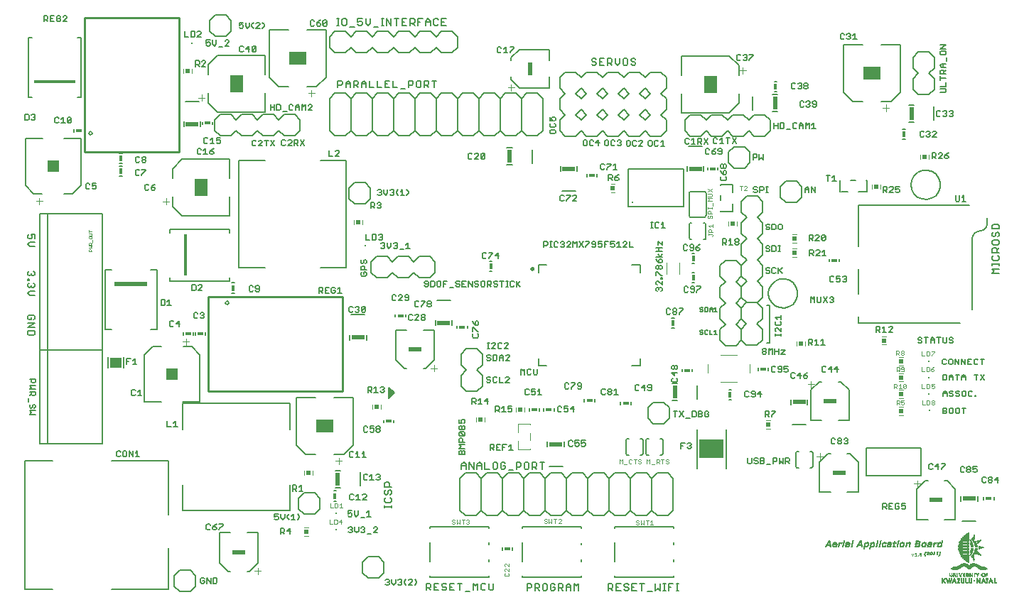
<source format=gto>
G75*
G70*
%OFA0B0*%
%FSLAX24Y24*%
%IPPOS*%
%LPD*%
%AMOC8*
5,1,8,0,0,1.08239X$1,22.5*
%
%ADD10C,0.0079*%
%ADD11C,0.0080*%
%ADD12R,0.0043X0.0001*%
%ADD13R,0.0052X0.0001*%
%ADD14R,0.0035X0.0001*%
%ADD15R,0.0037X0.0001*%
%ADD16R,0.0047X0.0001*%
%ADD17R,0.0048X0.0001*%
%ADD18R,0.0145X0.0001*%
%ADD19R,0.0067X0.0001*%
%ADD20R,0.0116X0.0001*%
%ADD21R,0.0066X0.0001*%
%ADD22R,0.0050X0.0001*%
%ADD23R,0.0115X0.0001*%
%ADD24R,0.0071X0.0001*%
%ADD25R,0.0051X0.0001*%
%ADD26R,0.0038X0.0001*%
%ADD27R,0.0074X0.0001*%
%ADD28R,0.0076X0.0001*%
%ADD29R,0.0039X0.0001*%
%ADD30R,0.0079X0.0001*%
%ADD31R,0.0080X0.0001*%
%ADD32R,0.0084X0.0001*%
%ADD33R,0.0040X0.0001*%
%ADD34R,0.0086X0.0001*%
%ADD35R,0.0087X0.0001*%
%ADD36R,0.0053X0.0001*%
%ADD37R,0.0091X0.0001*%
%ADD38R,0.0090X0.0001*%
%ADD39R,0.0041X0.0001*%
%ADD40R,0.0093X0.0001*%
%ADD41R,0.0094X0.0001*%
%ADD42R,0.0054X0.0001*%
%ADD43R,0.0097X0.0001*%
%ADD44R,0.0100X0.0001*%
%ADD45R,0.0099X0.0001*%
%ADD46R,0.0056X0.0001*%
%ADD47R,0.0103X0.0001*%
%ADD48R,0.0104X0.0001*%
%ADD49R,0.0057X0.0001*%
%ADD50R,0.0044X0.0001*%
%ADD51R,0.0105X0.0001*%
%ADD52R,0.0106X0.0001*%
%ADD53R,0.0045X0.0001*%
%ADD54R,0.0109X0.0001*%
%ADD55R,0.0058X0.0001*%
%ADD56R,0.0111X0.0001*%
%ADD57R,0.0113X0.0001*%
%ADD58R,0.0059X0.0001*%
%ADD59R,0.0046X0.0001*%
%ADD60R,0.0118X0.0001*%
%ADD61R,0.0060X0.0001*%
%ADD62R,0.0120X0.0001*%
%ADD63R,0.0061X0.0001*%
%ADD64R,0.0123X0.0001*%
%ADD65R,0.0125X0.0001*%
%ADD66R,0.0124X0.0001*%
%ADD67R,0.0063X0.0001*%
%ADD68R,0.0128X0.0001*%
%ADD69R,0.0064X0.0001*%
%ADD70R,0.0130X0.0001*%
%ADD71R,0.0065X0.0001*%
%ADD72R,0.0132X0.0001*%
%ADD73R,0.0131X0.0001*%
%ADD74R,0.0135X0.0001*%
%ADD75R,0.0136X0.0001*%
%ADD76R,0.0137X0.0001*%
%ADD77R,0.0139X0.0001*%
%ADD78R,0.0069X0.0001*%
%ADD79R,0.0070X0.0001*%
%ADD80R,0.0144X0.0001*%
%ADD81R,0.0143X0.0001*%
%ADD82R,0.0072X0.0001*%
%ADD83R,0.0073X0.0001*%
%ADD84R,0.0077X0.0001*%
%ADD85R,0.0078X0.0001*%
%ADD86R,0.0081X0.0001*%
%ADD87R,0.0083X0.0001*%
%ADD88R,0.0180X0.0001*%
%ADD89R,0.0178X0.0001*%
%ADD90R,0.0177X0.0001*%
%ADD91R,0.0175X0.0001*%
%ADD92R,0.0176X0.0001*%
%ADD93R,0.0174X0.0001*%
%ADD94R,0.0172X0.0001*%
%ADD95R,0.0171X0.0001*%
%ADD96R,0.0034X0.0001*%
%ADD97R,0.0170X0.0001*%
%ADD98R,0.0033X0.0001*%
%ADD99R,0.0168X0.0001*%
%ADD100R,0.0169X0.0001*%
%ADD101R,0.0167X0.0001*%
%ADD102R,0.0165X0.0001*%
%ADD103R,0.0164X0.0001*%
%ADD104R,0.0163X0.0001*%
%ADD105R,0.0162X0.0001*%
%ADD106R,0.0161X0.0001*%
%ADD107R,0.0159X0.0001*%
%ADD108R,0.0158X0.0001*%
%ADD109R,0.0157X0.0001*%
%ADD110R,0.0156X0.0001*%
%ADD111R,0.0155X0.0001*%
%ADD112R,0.0154X0.0001*%
%ADD113R,0.0152X0.0001*%
%ADD114R,0.0151X0.0001*%
%ADD115R,0.0150X0.0001*%
%ADD116R,0.0149X0.0001*%
%ADD117R,0.0148X0.0001*%
%ADD118R,0.0146X0.0001*%
%ADD119R,0.0092X0.0001*%
%ADD120R,0.0089X0.0001*%
%ADD121R,0.0085X0.0001*%
%ADD122R,0.0133X0.0001*%
%ADD123R,0.0019X0.0001*%
%ADD124R,0.0021X0.0001*%
%ADD125R,0.0026X0.0001*%
%ADD126R,0.0030X0.0001*%
%ADD127R,0.0032X0.0001*%
%ADD128R,0.0027X0.0001*%
%ADD129R,0.0028X0.0001*%
%ADD130R,0.0031X0.0001*%
%ADD131R,0.0102X0.0001*%
%ADD132R,0.0096X0.0001*%
%ADD133R,0.0126X0.0001*%
%ADD134R,0.0098X0.0001*%
%ADD135R,0.0107X0.0001*%
%ADD136R,0.0110X0.0001*%
%ADD137R,0.0112X0.0001*%
%ADD138R,0.0138X0.0001*%
%ADD139R,0.0020X0.0001*%
%ADD140R,0.0025X0.0001*%
%ADD141R,0.0117X0.0001*%
%ADD142R,0.0187X0.0001*%
%ADD143R,0.0188X0.0001*%
%ADD144R,0.0198X0.0001*%
%ADD145R,0.0209X0.0001*%
%ADD146R,0.0210X0.0001*%
%ADD147R,0.0220X0.0001*%
%ADD148R,0.0229X0.0001*%
%ADD149R,0.0237X0.0001*%
%ADD150R,0.0239X0.0001*%
%ADD151R,0.0246X0.0001*%
%ADD152R,0.0253X0.0001*%
%ADD153R,0.0254X0.0001*%
%ADD154R,0.0261X0.0001*%
%ADD155R,0.0268X0.0001*%
%ADD156R,0.0275X0.0001*%
%ADD157R,0.0281X0.0001*%
%ADD158R,0.0288X0.0001*%
%ADD159R,0.0294X0.0001*%
%ADD160R,0.0301X0.0001*%
%ADD161R,0.0306X0.0001*%
%ADD162R,0.0312X0.0001*%
%ADD163R,0.0317X0.0001*%
%ADD164R,0.0322X0.0001*%
%ADD165R,0.0328X0.0001*%
%ADD166R,0.0333X0.0001*%
%ADD167R,0.0338X0.0001*%
%ADD168R,0.0343X0.0001*%
%ADD169R,0.0346X0.0001*%
%ADD170R,0.0351X0.0001*%
%ADD171R,0.0354X0.0001*%
%ADD172R,0.0356X0.0001*%
%ADD173R,0.0359X0.0001*%
%ADD174R,0.0360X0.0001*%
%ADD175R,0.0364X0.0001*%
%ADD176R,0.0365X0.0001*%
%ADD177R,0.0369X0.0001*%
%ADD178R,0.0372X0.0001*%
%ADD179R,0.0376X0.0001*%
%ADD180R,0.0377X0.0001*%
%ADD181R,0.0379X0.0001*%
%ADD182R,0.0380X0.0001*%
%ADD183R,0.0381X0.0001*%
%ADD184R,0.0383X0.0001*%
%ADD185R,0.0384X0.0001*%
%ADD186R,0.0129X0.0001*%
%ADD187R,0.0385X0.0001*%
%ADD188R,0.0386X0.0001*%
%ADD189R,0.0141X0.0001*%
%ADD190R,0.0387X0.0001*%
%ADD191R,0.0142X0.0001*%
%ADD192R,0.0389X0.0001*%
%ADD193R,0.0390X0.0001*%
%ADD194R,0.0391X0.0001*%
%ADD195R,0.0392X0.0001*%
%ADD196R,0.0393X0.0001*%
%ADD197R,0.0394X0.0001*%
%ADD198R,0.0396X0.0001*%
%ADD199R,0.0397X0.0001*%
%ADD200R,0.0182X0.0001*%
%ADD201R,0.0184X0.0001*%
%ADD202R,0.0185X0.0001*%
%ADD203R,0.0398X0.0001*%
%ADD204R,0.0189X0.0001*%
%ADD205R,0.0191X0.0001*%
%ADD206R,0.0399X0.0001*%
%ADD207R,0.0194X0.0001*%
%ADD208R,0.0196X0.0001*%
%ADD209R,0.0201X0.0001*%
%ADD210R,0.0400X0.0001*%
%ADD211R,0.0203X0.0001*%
%ADD212R,0.0206X0.0001*%
%ADD213R,0.0402X0.0001*%
%ADD214R,0.0208X0.0001*%
%ADD215R,0.0213X0.0001*%
%ADD216R,0.0216X0.0001*%
%ADD217R,0.0403X0.0001*%
%ADD218R,0.0219X0.0001*%
%ADD219R,0.0404X0.0001*%
%ADD220R,0.0222X0.0001*%
%ADD221R,0.0224X0.0001*%
%ADD222R,0.0227X0.0001*%
%ADD223R,0.0405X0.0001*%
%ADD224R,0.0231X0.0001*%
%ADD225R,0.0406X0.0001*%
%ADD226R,0.0234X0.0001*%
%ADD227R,0.0407X0.0001*%
%ADD228R,0.0241X0.0001*%
%ADD229R,0.0243X0.0001*%
%ADD230R,0.0409X0.0001*%
%ADD231R,0.0249X0.0001*%
%ADD232R,0.0410X0.0001*%
%ADD233R,0.0411X0.0001*%
%ADD234R,0.0255X0.0001*%
%ADD235R,0.0259X0.0001*%
%ADD236R,0.0262X0.0001*%
%ADD237R,0.0412X0.0001*%
%ADD238R,0.0265X0.0001*%
%ADD239R,0.0413X0.0001*%
%ADD240R,0.0269X0.0001*%
%ADD241R,0.0272X0.0001*%
%ADD242R,0.0415X0.0001*%
%ADD243R,0.0276X0.0001*%
%ADD244R,0.0279X0.0001*%
%ADD245R,0.0313X0.0001*%
%ADD246R,0.0283X0.0001*%
%ADD247R,0.0314X0.0001*%
%ADD248R,0.0287X0.0001*%
%ADD249R,0.0307X0.0001*%
%ADD250R,0.0291X0.0001*%
%ADD251R,0.0302X0.0001*%
%ADD252R,0.0298X0.0001*%
%ADD253R,0.0295X0.0001*%
%ADD254R,0.0299X0.0001*%
%ADD255R,0.0300X0.0001*%
%ADD256R,0.0296X0.0001*%
%ADD257R,0.0293X0.0001*%
%ADD258R,0.0304X0.0001*%
%ADD259R,0.0292X0.0001*%
%ADD260R,0.0289X0.0001*%
%ADD261R,0.0024X0.0001*%
%ADD262R,0.0327X0.0001*%
%ADD263R,0.0015X0.0001*%
%ADD264R,0.0012X0.0001*%
%ADD265R,0.0008X0.0001*%
%ADD266R,0.0345X0.0001*%
%ADD267R,0.0005X0.0001*%
%ADD268R,0.0350X0.0001*%
%ADD269R,0.0357X0.0001*%
%ADD270R,0.0371X0.0001*%
%ADD271R,0.0431X0.0001*%
%ADD272R,0.1107X0.0001*%
%ADD273R,0.1101X0.0001*%
%ADD274R,0.1096X0.0001*%
%ADD275R,0.1091X0.0001*%
%ADD276R,0.1085X0.0001*%
%ADD277R,0.1081X0.0001*%
%ADD278R,0.1076X0.0001*%
%ADD279R,0.1071X0.0001*%
%ADD280R,0.1067X0.0001*%
%ADD281R,0.1062X0.0001*%
%ADD282R,0.1057X0.0001*%
%ADD283R,0.1052X0.0001*%
%ADD284R,0.1048X0.0001*%
%ADD285R,0.1043X0.0001*%
%ADD286R,0.1038X0.0001*%
%ADD287R,0.1033X0.0001*%
%ADD288R,0.1029X0.0001*%
%ADD289R,0.1024X0.0001*%
%ADD290R,0.1019X0.0001*%
%ADD291R,0.1016X0.0001*%
%ADD292R,0.1011X0.0001*%
%ADD293R,0.1006X0.0001*%
%ADD294R,0.1003X0.0001*%
%ADD295R,0.0998X0.0001*%
%ADD296R,0.0993X0.0001*%
%ADD297R,0.0989X0.0001*%
%ADD298R,0.0491X0.0001*%
%ADD299R,0.0488X0.0001*%
%ADD300R,0.0484X0.0001*%
%ADD301R,0.0481X0.0001*%
%ADD302R,0.0482X0.0001*%
%ADD303R,0.0478X0.0001*%
%ADD304R,0.0475X0.0001*%
%ADD305R,0.0471X0.0001*%
%ADD306R,0.0472X0.0001*%
%ADD307R,0.0469X0.0001*%
%ADD308R,0.0465X0.0001*%
%ADD309R,0.0462X0.0001*%
%ADD310R,0.0463X0.0001*%
%ADD311R,0.0459X0.0001*%
%ADD312R,0.0456X0.0001*%
%ADD313R,0.0452X0.0001*%
%ADD314R,0.0449X0.0001*%
%ADD315R,0.0445X0.0001*%
%ADD316R,0.0442X0.0001*%
%ADD317R,0.0439X0.0001*%
%ADD318R,0.0436X0.0001*%
%ADD319R,0.0432X0.0001*%
%ADD320R,0.0429X0.0001*%
%ADD321R,0.0430X0.0001*%
%ADD322R,0.0425X0.0001*%
%ADD323R,0.0426X0.0001*%
%ADD324R,0.0422X0.0001*%
%ADD325R,0.0419X0.0001*%
%ADD326R,0.0416X0.0001*%
%ADD327R,0.0373X0.0001*%
%ADD328R,0.0370X0.0001*%
%ADD329R,0.0366X0.0001*%
%ADD330R,0.0361X0.0001*%
%ADD331R,0.0363X0.0001*%
%ADD332R,0.0358X0.0001*%
%ADD333R,0.0339X0.0001*%
%ADD334R,0.0334X0.0001*%
%ADD335R,0.0331X0.0001*%
%ADD336R,0.0326X0.0001*%
%ADD337R,0.0318X0.0001*%
%ADD338R,0.0309X0.0001*%
%ADD339R,0.0311X0.0001*%
%ADD340R,0.0280X0.0001*%
%ADD341R,0.0274X0.0001*%
%ADD342R,0.0270X0.0001*%
%ADD343R,0.0266X0.0001*%
%ADD344R,0.0260X0.0001*%
%ADD345R,0.0252X0.0001*%
%ADD346R,0.0250X0.0001*%
%ADD347R,0.0240X0.0001*%
%ADD348R,0.0235X0.0001*%
%ADD349R,0.0230X0.0001*%
%ADD350R,0.0214X0.0001*%
%ADD351R,0.0207X0.0001*%
%ADD352R,0.0202X0.0001*%
%ADD353R,0.0195X0.0001*%
%ADD354R,0.0119X0.0001*%
%ADD355R,0.0001X0.0001*%
%ADD356R,0.0004X0.0001*%
%ADD357R,0.0006X0.0001*%
%ADD358R,0.0009X0.0001*%
%ADD359R,0.0014X0.0001*%
%ADD360R,0.0017X0.0001*%
%ADD361R,0.0022X0.0001*%
%ADD362R,0.0122X0.0001*%
%ADD363R,0.0002X0.0001*%
%ADD364R,0.0007X0.0001*%
%ADD365R,0.0181X0.0001*%
%ADD366R,0.0011X0.0001*%
%ADD367R,0.0190X0.0001*%
%ADD368R,0.0018X0.0001*%
%ADD369R,0.0200X0.0001*%
%ADD370R,0.0204X0.0001*%
%ADD371R,0.0215X0.0001*%
%ADD372R,0.0221X0.0001*%
%ADD373R,0.0226X0.0001*%
%ADD374R,0.0228X0.0001*%
%ADD375R,0.0233X0.0001*%
%ADD376R,0.0236X0.0001*%
%ADD377R,0.0242X0.0001*%
%ADD378R,0.0244X0.0001*%
%ADD379R,0.0247X0.0001*%
%ADD380R,0.0248X0.0001*%
%ADD381R,0.0256X0.0001*%
%ADD382R,0.0257X0.0001*%
%ADD383R,0.0263X0.0001*%
%ADD384R,0.0267X0.0001*%
%ADD385R,0.0273X0.0001*%
%ADD386R,0.0278X0.0001*%
%ADD387R,0.0282X0.0001*%
%ADD388R,0.0285X0.0001*%
%ADD389R,0.0286X0.0001*%
%ADD390R,0.0305X0.0001*%
%ADD391R,0.0308X0.0001*%
%ADD392R,0.0315X0.0001*%
%ADD393R,0.0319X0.0001*%
%ADD394R,0.0320X0.0001*%
%ADD395R,0.0321X0.0001*%
%ADD396R,0.0324X0.0001*%
%ADD397R,0.0325X0.0001*%
%ADD398R,0.0330X0.0001*%
%ADD399R,0.0332X0.0001*%
%ADD400R,0.0335X0.0001*%
%ADD401R,0.0337X0.0001*%
%ADD402R,0.0340X0.0001*%
%ADD403R,0.0341X0.0001*%
%ADD404R,0.0344X0.0001*%
%ADD405R,0.0347X0.0001*%
%ADD406R,0.0348X0.0001*%
%ADD407R,0.0352X0.0001*%
%ADD408R,0.0353X0.0001*%
%ADD409R,0.0367X0.0001*%
%ADD410R,0.0374X0.0001*%
%ADD411R,0.0378X0.0001*%
%ADD412R,0.0013X0.0001*%
%ADD413R,0.0417X0.0001*%
%ADD414R,0.0420X0.0001*%
%ADD415R,0.0423X0.0001*%
%ADD416R,0.0424X0.0001*%
%ADD417R,0.0428X0.0001*%
%ADD418R,0.0457X0.0001*%
%ADD419R,0.0458X0.0001*%
%ADD420R,0.0461X0.0001*%
%ADD421R,0.0464X0.0001*%
%ADD422R,0.0467X0.0001*%
%ADD423R,0.0468X0.0001*%
%ADD424R,0.0470X0.0001*%
%ADD425R,0.0474X0.0001*%
%ADD426R,0.0476X0.0001*%
%ADD427R,0.0477X0.0001*%
%ADD428R,0.0480X0.0001*%
%ADD429R,0.0483X0.0001*%
%ADD430R,0.0485X0.0001*%
%ADD431R,0.0487X0.0001*%
%ADD432R,0.0193X0.0001*%
%ADD433R,0.0197X0.0001*%
%ADD434R,0.0501X0.0001*%
%ADD435R,0.0502X0.0001*%
%ADD436R,0.0503X0.0001*%
%ADD437R,0.0504X0.0001*%
%ADD438R,0.0506X0.0001*%
%ADD439R,0.0507X0.0001*%
%ADD440R,0.0508X0.0001*%
%ADD441R,0.0509X0.0001*%
%ADD442R,0.0183X0.0001*%
%ADD443R,0.0211X0.0001*%
%ADD444R,0.0217X0.0001*%
%ADD445R,0.0489X0.0001*%
%ADD446R,0.0223X0.0001*%
%ADD447R,0.0438X0.0001*%
%ADD448R,0.0437X0.0001*%
%ADD449R,0.0435X0.0001*%
%ADD450R,0.0433X0.0001*%
%ADD451R,0.0418X0.0001*%
%ADD452C,0.0030*%
%ADD453C,0.0060*%
%ADD454C,0.0050*%
%ADD455C,0.0059*%
%ADD456C,0.0020*%
%ADD457C,0.0039*%
%ADD458R,0.0098X0.0098*%
%ADD459C,0.0040*%
%ADD460R,0.0236X0.0236*%
%ADD461C,0.0100*%
%ADD462R,0.0118X0.0315*%
%ADD463R,0.0315X0.0118*%
%ADD464R,0.0236X0.0630*%
%ADD465R,0.0157X0.1969*%
%ADD466R,0.1969X0.0157*%
%ADD467R,0.0787X0.0591*%
%ADD468R,0.0591X0.0787*%
%ADD469R,0.0630X0.0236*%
%ADD470R,0.0551X0.0472*%
%ADD471C,0.0010*%
%ADD472R,0.1181X0.0906*%
%ADD473R,0.1575X0.0236*%
%ADD474R,0.0551X0.0551*%
%ADD475C,0.0132*%
D10*
X035044Y012297D02*
X035170Y012297D01*
X035170Y012384D01*
X035170Y012376D01*
X035170Y012384D02*
X035170Y014053D01*
X035036Y014057D01*
D11*
X034839Y013929D02*
X034839Y013429D01*
X034589Y013179D01*
X034839Y012929D01*
X034839Y012429D01*
X034589Y012179D01*
X034089Y012179D01*
X033839Y012429D01*
X033839Y012929D01*
X034089Y013179D01*
X033839Y013429D01*
X033839Y013929D01*
X034089Y014179D01*
X034589Y014179D01*
X034839Y013929D01*
X034597Y014179D02*
X034097Y014179D01*
X033847Y014429D01*
X033847Y014929D01*
X034097Y015179D01*
X033847Y015429D01*
X033847Y015929D01*
X034097Y016179D01*
X033847Y016429D01*
X033847Y016929D01*
X034097Y017179D01*
X033847Y017429D01*
X033847Y017929D01*
X034097Y018179D01*
X033847Y018429D01*
X033847Y018929D01*
X034097Y019179D01*
X034597Y019179D01*
X034847Y018929D01*
X034847Y018429D01*
X034597Y018179D01*
X034847Y017929D01*
X034847Y017429D01*
X034597Y017179D01*
X034847Y016929D01*
X034847Y016429D01*
X034597Y016179D01*
X034847Y015929D01*
X034847Y015429D01*
X034597Y015179D01*
X034847Y014929D01*
X034847Y014429D01*
X034597Y014179D01*
X033843Y014410D02*
X033593Y014160D01*
X033843Y013910D01*
X033843Y013410D01*
X033593Y013160D01*
X033843Y012910D01*
X033843Y012410D01*
X033593Y012160D01*
X033093Y012160D01*
X032843Y012410D01*
X032843Y012910D01*
X033093Y013160D01*
X032843Y013410D01*
X032843Y013910D01*
X033093Y014160D01*
X032843Y014410D01*
X032843Y014910D01*
X033093Y015160D01*
X032843Y015410D01*
X032843Y015910D01*
X033093Y016160D01*
X033593Y016160D01*
X033843Y015910D01*
X033843Y015410D01*
X033593Y015160D01*
X033843Y014910D01*
X033843Y014410D01*
X032182Y017219D02*
X032182Y017849D01*
X032181Y017849D02*
X032158Y017895D01*
X032115Y017924D01*
X032063Y017927D01*
X031513Y017927D02*
X031438Y017912D01*
X031395Y017849D01*
X031394Y017849D02*
X031394Y017219D01*
X031395Y017218D02*
X031438Y017155D01*
X031513Y017140D01*
X032063Y017140D02*
X032115Y017143D01*
X032158Y017172D01*
X032181Y017218D01*
X035682Y019138D02*
X035932Y018888D01*
X036432Y018888D01*
X036682Y019138D01*
X036682Y019638D01*
X036432Y019888D01*
X035932Y019888D01*
X035682Y019638D01*
X035682Y019138D01*
X034241Y020756D02*
X033991Y020506D01*
X033491Y020506D01*
X033241Y020756D01*
X033241Y021256D01*
X033491Y021506D01*
X033991Y021506D01*
X034241Y021256D01*
X034241Y020756D01*
X034451Y022002D02*
X034951Y022002D01*
X035201Y022252D01*
X035201Y022752D01*
X034951Y023002D01*
X034451Y023002D01*
X034201Y022752D01*
X033951Y023002D01*
X033451Y023002D01*
X033201Y022752D01*
X032951Y023002D01*
X032451Y023002D01*
X032201Y022752D01*
X031951Y023002D01*
X031451Y023002D01*
X031201Y022752D01*
X031201Y022252D01*
X031451Y022002D01*
X031951Y022002D01*
X032201Y022252D01*
X032451Y022002D01*
X032951Y022002D01*
X033201Y022252D01*
X033451Y022002D01*
X033951Y022002D01*
X034201Y022252D01*
X034451Y022002D01*
X030327Y022252D02*
X030327Y022752D01*
X030077Y023002D01*
X030327Y023252D01*
X030327Y023752D01*
X030077Y024002D01*
X030327Y024252D01*
X030327Y024752D01*
X030077Y025002D01*
X029577Y025002D01*
X029327Y024752D01*
X029077Y025002D01*
X028577Y025002D01*
X028327Y024752D01*
X028077Y025002D01*
X027577Y025002D01*
X027327Y024752D01*
X027077Y025002D01*
X026577Y025002D01*
X026327Y024752D01*
X026077Y025002D01*
X025577Y025002D01*
X025327Y024752D01*
X025327Y024252D01*
X025577Y024002D01*
X025327Y023752D01*
X025327Y023252D01*
X025577Y023002D01*
X025327Y022752D01*
X025327Y022252D01*
X025577Y022002D01*
X026077Y022002D01*
X026327Y022252D01*
X026577Y022002D01*
X027077Y022002D01*
X027327Y022252D01*
X027577Y022002D01*
X028077Y022002D01*
X028327Y022252D01*
X028577Y022002D01*
X029077Y022002D01*
X029327Y022252D01*
X029577Y022002D01*
X030077Y022002D01*
X030327Y022252D01*
X029577Y023002D02*
X029327Y022752D01*
X029077Y023002D01*
X029327Y023252D01*
X029577Y023002D01*
X029327Y023752D02*
X029077Y024002D01*
X029327Y024252D01*
X029577Y024002D01*
X029327Y023752D01*
X028577Y024002D02*
X028327Y024252D01*
X028077Y024002D01*
X028327Y023752D01*
X028577Y024002D01*
X027577Y024002D02*
X027327Y023752D01*
X027077Y024002D01*
X027327Y024252D01*
X027577Y024002D01*
X026577Y024002D02*
X026327Y023752D01*
X026077Y024002D01*
X026327Y024252D01*
X026577Y024002D01*
X026327Y023252D02*
X026077Y023002D01*
X026327Y022752D01*
X026577Y023002D01*
X026327Y023252D01*
X027077Y023002D02*
X027327Y023252D01*
X027577Y023002D01*
X027327Y022752D01*
X027077Y023002D01*
X028077Y023002D02*
X028327Y023252D01*
X028577Y023002D01*
X028327Y022752D01*
X028077Y023002D01*
X028041Y025332D02*
X028148Y025438D01*
X028148Y025652D01*
X028302Y025599D02*
X028302Y025385D01*
X028356Y025332D01*
X028463Y025332D01*
X028516Y025385D01*
X028516Y025599D01*
X028463Y025652D01*
X028356Y025652D01*
X028302Y025599D01*
X028671Y025599D02*
X028671Y025545D01*
X028724Y025492D01*
X028831Y025492D01*
X028884Y025438D01*
X028884Y025385D01*
X028831Y025332D01*
X028724Y025332D01*
X028671Y025385D01*
X028671Y025599D02*
X028724Y025652D01*
X028831Y025652D01*
X028884Y025599D01*
X028041Y025332D02*
X027934Y025438D01*
X027934Y025652D01*
X027779Y025599D02*
X027779Y025492D01*
X027726Y025438D01*
X027566Y025438D01*
X027566Y025332D02*
X027566Y025652D01*
X027726Y025652D01*
X027779Y025599D01*
X027673Y025438D02*
X027779Y025332D01*
X027411Y025332D02*
X027198Y025332D01*
X027198Y025652D01*
X027411Y025652D01*
X027304Y025492D02*
X027198Y025492D01*
X027043Y025438D02*
X027043Y025385D01*
X026989Y025332D01*
X026883Y025332D01*
X026829Y025385D01*
X026883Y025492D02*
X026989Y025492D01*
X027043Y025438D01*
X027043Y025599D02*
X026989Y025652D01*
X026883Y025652D01*
X026829Y025599D01*
X026829Y025545D01*
X026883Y025492D01*
X020534Y026170D02*
X020284Y025920D01*
X019784Y025920D01*
X019534Y026170D01*
X019284Y025920D01*
X018784Y025920D01*
X018534Y026170D01*
X018284Y025920D01*
X017784Y025920D01*
X017534Y026170D01*
X017284Y025920D01*
X016784Y025920D01*
X016534Y026170D01*
X016284Y025920D01*
X015784Y025920D01*
X015534Y026170D01*
X015284Y025920D01*
X014784Y025920D01*
X014534Y026170D01*
X014534Y026670D01*
X014784Y026920D01*
X015284Y026920D01*
X015534Y026670D01*
X015784Y026920D01*
X016284Y026920D01*
X016534Y026670D01*
X016784Y026920D01*
X017284Y026920D01*
X017534Y026670D01*
X017784Y026920D01*
X018284Y026920D01*
X018534Y026670D01*
X018784Y026920D01*
X019284Y026920D01*
X019534Y026670D01*
X019784Y026920D01*
X020284Y026920D01*
X020534Y026670D01*
X020534Y026170D01*
X019999Y027191D02*
X019785Y027191D01*
X019785Y027511D01*
X019999Y027511D01*
X019892Y027351D02*
X019785Y027351D01*
X019630Y027457D02*
X019577Y027511D01*
X019470Y027511D01*
X019417Y027457D01*
X019417Y027244D01*
X019470Y027191D01*
X019577Y027191D01*
X019630Y027244D01*
X019262Y027191D02*
X019262Y027404D01*
X019155Y027511D01*
X019049Y027404D01*
X019049Y027191D01*
X019049Y027351D02*
X019262Y027351D01*
X018894Y027511D02*
X018680Y027511D01*
X018680Y027191D01*
X018525Y027191D02*
X018419Y027297D01*
X018472Y027297D02*
X018312Y027297D01*
X018312Y027191D02*
X018312Y027511D01*
X018472Y027511D01*
X018525Y027457D01*
X018525Y027351D01*
X018472Y027297D01*
X018680Y027351D02*
X018787Y027351D01*
X018157Y027511D02*
X017944Y027511D01*
X017944Y027191D01*
X018157Y027191D01*
X018050Y027351D02*
X017944Y027351D01*
X017789Y027511D02*
X017575Y027511D01*
X017682Y027511D02*
X017682Y027191D01*
X017420Y027191D02*
X017420Y027511D01*
X017207Y027511D02*
X017420Y027191D01*
X017207Y027191D02*
X017207Y027511D01*
X017068Y027511D02*
X016961Y027511D01*
X017015Y027511D02*
X017015Y027191D01*
X017068Y027191D02*
X016961Y027191D01*
X016807Y027137D02*
X016593Y027137D01*
X016438Y027297D02*
X016438Y027511D01*
X016225Y027511D02*
X016225Y027297D01*
X016332Y027191D01*
X016438Y027297D01*
X016070Y027244D02*
X016017Y027191D01*
X015910Y027191D01*
X015857Y027244D01*
X015857Y027351D02*
X015963Y027404D01*
X016017Y027404D01*
X016070Y027351D01*
X016070Y027244D01*
X015857Y027351D02*
X015857Y027511D01*
X016070Y027511D01*
X015702Y027137D02*
X015488Y027137D01*
X015333Y027244D02*
X015333Y027457D01*
X015280Y027511D01*
X015173Y027511D01*
X015120Y027457D01*
X015120Y027244D01*
X015173Y027191D01*
X015280Y027191D01*
X015333Y027244D01*
X014981Y027191D02*
X014874Y027191D01*
X014928Y027191D02*
X014928Y027511D01*
X014981Y027511D02*
X014874Y027511D01*
X009910Y027433D02*
X009910Y026933D01*
X009660Y026683D01*
X009160Y026683D01*
X008910Y026933D01*
X008910Y027433D01*
X009160Y027683D01*
X009660Y027683D01*
X009910Y027433D01*
X014923Y024605D02*
X015083Y024605D01*
X015136Y024551D01*
X015136Y024444D01*
X015083Y024391D01*
X014923Y024391D01*
X014923Y024284D02*
X014923Y024605D01*
X015291Y024498D02*
X015398Y024605D01*
X015504Y024498D01*
X015504Y024284D01*
X015659Y024284D02*
X015659Y024605D01*
X015819Y024605D01*
X015873Y024551D01*
X015873Y024444D01*
X015819Y024391D01*
X015659Y024391D01*
X015766Y024391D02*
X015873Y024284D01*
X016027Y024284D02*
X016027Y024498D01*
X016134Y024605D01*
X016241Y024498D01*
X016241Y024284D01*
X016396Y024284D02*
X016396Y024605D01*
X016241Y024444D02*
X016027Y024444D01*
X016396Y024284D02*
X016609Y024284D01*
X016764Y024284D02*
X016978Y024284D01*
X017132Y024284D02*
X017346Y024284D01*
X017501Y024284D02*
X017501Y024605D01*
X017346Y024605D02*
X017132Y024605D01*
X017132Y024284D01*
X017132Y024444D02*
X017239Y024444D01*
X017501Y024284D02*
X017714Y024284D01*
X017869Y024231D02*
X018082Y024231D01*
X018237Y024284D02*
X018237Y024605D01*
X018397Y024605D01*
X018451Y024551D01*
X018451Y024444D01*
X018397Y024391D01*
X018237Y024391D01*
X018606Y024338D02*
X018606Y024551D01*
X018659Y024605D01*
X018766Y024605D01*
X018819Y024551D01*
X018819Y024338D01*
X018766Y024284D01*
X018659Y024284D01*
X018606Y024338D01*
X018974Y024391D02*
X019134Y024391D01*
X019187Y024444D01*
X019187Y024551D01*
X019134Y024605D01*
X018974Y024605D01*
X018974Y024284D01*
X019081Y024391D02*
X019187Y024284D01*
X019449Y024284D02*
X019449Y024605D01*
X019342Y024605D02*
X019556Y024605D01*
X016764Y024605D02*
X016764Y024284D01*
X015504Y024444D02*
X015291Y024444D01*
X015291Y024498D02*
X015291Y024284D01*
X013143Y022762D02*
X012893Y023012D01*
X012393Y023012D01*
X012143Y022762D01*
X011893Y023012D01*
X011393Y023012D01*
X011143Y022762D01*
X010893Y023012D01*
X010393Y023012D01*
X010143Y022762D01*
X009893Y023012D01*
X009393Y023012D01*
X009143Y022762D01*
X009143Y022262D01*
X009393Y022012D01*
X009893Y022012D01*
X010143Y022262D01*
X010393Y022012D01*
X010893Y022012D01*
X011143Y022262D01*
X011393Y022012D01*
X011893Y022012D01*
X012143Y022262D01*
X012393Y022012D01*
X012893Y022012D01*
X013143Y022262D01*
X013143Y022762D01*
X015696Y019809D02*
X015446Y019559D01*
X015446Y019059D01*
X015696Y018809D01*
X016196Y018809D01*
X016446Y019059D01*
X016446Y019559D01*
X016196Y019809D01*
X015696Y019809D01*
X016734Y016354D02*
X016484Y016104D01*
X016484Y015604D01*
X016734Y015354D01*
X017234Y015354D01*
X017484Y015604D01*
X017734Y015354D01*
X018234Y015354D01*
X018484Y015604D01*
X018734Y015354D01*
X019234Y015354D01*
X019484Y015604D01*
X019484Y016104D01*
X019234Y016354D01*
X018734Y016354D01*
X018484Y016104D01*
X018234Y016354D01*
X017734Y016354D01*
X017484Y016104D01*
X017234Y016354D01*
X016734Y016354D01*
X020951Y012022D02*
X020701Y011772D01*
X020701Y011272D01*
X020951Y011022D01*
X020701Y010772D01*
X020701Y010272D01*
X020951Y010022D01*
X021451Y010022D01*
X021701Y010272D01*
X021701Y010772D01*
X021451Y011022D01*
X021701Y011272D01*
X021701Y011772D01*
X021451Y012022D01*
X020951Y012022D01*
X028446Y007723D02*
X028446Y007093D01*
X028446Y007092D02*
X028489Y007029D01*
X028564Y007014D01*
X029114Y007014D02*
X029166Y007017D01*
X029209Y007046D01*
X029232Y007092D01*
X029233Y007093D02*
X029233Y007723D01*
X029232Y007723D02*
X029209Y007769D01*
X029166Y007798D01*
X029114Y007801D01*
X029375Y007723D02*
X029375Y007093D01*
X029375Y007092D02*
X029418Y007029D01*
X029493Y007014D01*
X030044Y007014D02*
X030096Y007017D01*
X030139Y007046D01*
X030162Y007092D01*
X030162Y007093D02*
X030162Y007723D01*
X030139Y007769D01*
X030096Y007798D01*
X030044Y007801D01*
X029493Y007801D02*
X029418Y007786D01*
X029375Y007723D01*
X028564Y007801D02*
X028489Y007786D01*
X028446Y007723D01*
X029461Y008744D02*
X029711Y008494D01*
X030211Y008494D01*
X030461Y008744D01*
X030461Y009244D01*
X030211Y009494D01*
X029711Y009494D01*
X029461Y009244D01*
X029461Y008744D01*
X024614Y006683D02*
X024401Y006683D01*
X024508Y006683D02*
X024508Y006363D01*
X024246Y006363D02*
X024139Y006470D01*
X024193Y006470D02*
X024033Y006470D01*
X024033Y006363D02*
X024033Y006683D01*
X024193Y006683D01*
X024246Y006630D01*
X024246Y006523D01*
X024193Y006470D01*
X023878Y006416D02*
X023878Y006630D01*
X023824Y006683D01*
X023718Y006683D01*
X023664Y006630D01*
X023664Y006416D01*
X023718Y006363D01*
X023824Y006363D01*
X023878Y006416D01*
X023509Y006523D02*
X023456Y006470D01*
X023296Y006470D01*
X023296Y006363D02*
X023296Y006683D01*
X023456Y006683D01*
X023509Y006630D01*
X023509Y006523D01*
X023141Y006310D02*
X022928Y006310D01*
X022773Y006416D02*
X022773Y006523D01*
X022666Y006523D01*
X022559Y006630D02*
X022559Y006416D01*
X022613Y006363D01*
X022719Y006363D01*
X022773Y006416D01*
X022773Y006630D02*
X022719Y006683D01*
X022613Y006683D01*
X022559Y006630D01*
X022405Y006630D02*
X022405Y006416D01*
X022351Y006363D01*
X022244Y006363D01*
X022191Y006416D01*
X022191Y006630D01*
X022244Y006683D01*
X022351Y006683D01*
X022405Y006630D01*
X022036Y006363D02*
X021823Y006363D01*
X021823Y006683D01*
X021668Y006577D02*
X021668Y006363D01*
X021668Y006523D02*
X021454Y006523D01*
X021454Y006577D02*
X021561Y006683D01*
X021668Y006577D01*
X021454Y006577D02*
X021454Y006363D01*
X021300Y006363D02*
X021300Y006683D01*
X021086Y006683D02*
X021300Y006363D01*
X021086Y006363D02*
X021086Y006683D01*
X020931Y006577D02*
X020931Y006363D01*
X020931Y006523D02*
X020718Y006523D01*
X020718Y006577D02*
X020825Y006683D01*
X020931Y006577D01*
X020718Y006577D02*
X020718Y006363D01*
X014083Y004992D02*
X014083Y004492D01*
X013833Y004242D01*
X013333Y004242D01*
X013083Y004492D01*
X013083Y004992D01*
X013333Y005242D01*
X013833Y005242D01*
X014083Y004992D01*
X016325Y002250D02*
X016075Y002000D01*
X016075Y001500D01*
X016325Y001250D01*
X016825Y001250D01*
X017075Y001500D01*
X017075Y002000D01*
X016825Y002250D01*
X016325Y002250D01*
X019062Y000994D02*
X019062Y000674D01*
X019062Y000781D02*
X019222Y000781D01*
X019276Y000834D01*
X019276Y000941D01*
X019222Y000994D01*
X019062Y000994D01*
X019169Y000781D02*
X019276Y000674D01*
X019431Y000674D02*
X019644Y000674D01*
X019799Y000727D02*
X019852Y000674D01*
X019959Y000674D01*
X020012Y000727D01*
X020012Y000781D01*
X019959Y000834D01*
X019852Y000834D01*
X019799Y000888D01*
X019799Y000941D01*
X019852Y000994D01*
X019959Y000994D01*
X020012Y000941D01*
X020167Y000994D02*
X020167Y000674D01*
X020381Y000674D01*
X020274Y000834D02*
X020167Y000834D01*
X020167Y000994D02*
X020381Y000994D01*
X020536Y000994D02*
X020749Y000994D01*
X020642Y000994D02*
X020642Y000674D01*
X020904Y000621D02*
X021117Y000621D01*
X021272Y000674D02*
X021272Y000994D01*
X021379Y000888D01*
X021486Y000994D01*
X021486Y000674D01*
X021640Y000727D02*
X021694Y000674D01*
X021801Y000674D01*
X021854Y000727D01*
X022009Y000727D02*
X022009Y000994D01*
X021854Y000941D02*
X021801Y000994D01*
X021694Y000994D01*
X021640Y000941D01*
X021640Y000727D01*
X022009Y000727D02*
X022062Y000674D01*
X022169Y000674D01*
X022222Y000727D01*
X022222Y000994D01*
X023791Y000990D02*
X023791Y000670D01*
X023791Y000777D02*
X023951Y000777D01*
X024004Y000830D01*
X024004Y000937D01*
X023951Y000990D01*
X023791Y000990D01*
X024159Y000990D02*
X024159Y000670D01*
X024159Y000777D02*
X024319Y000777D01*
X024372Y000830D01*
X024372Y000937D01*
X024319Y000990D01*
X024159Y000990D01*
X024266Y000777D02*
X024372Y000670D01*
X024527Y000724D02*
X024581Y000670D01*
X024687Y000670D01*
X024741Y000724D01*
X024741Y000937D01*
X024687Y000990D01*
X024581Y000990D01*
X024527Y000937D01*
X024527Y000724D01*
X024896Y000724D02*
X024896Y000937D01*
X024949Y000990D01*
X025056Y000990D01*
X025109Y000937D01*
X025109Y000830D02*
X025002Y000830D01*
X025109Y000830D02*
X025109Y000724D01*
X025056Y000670D01*
X024949Y000670D01*
X024896Y000724D01*
X025264Y000777D02*
X025424Y000777D01*
X025477Y000830D01*
X025477Y000937D01*
X025424Y000990D01*
X025264Y000990D01*
X025264Y000670D01*
X025371Y000777D02*
X025477Y000670D01*
X025632Y000670D02*
X025632Y000884D01*
X025739Y000990D01*
X025846Y000884D01*
X025846Y000670D01*
X026000Y000670D02*
X026000Y000990D01*
X026107Y000884D01*
X026214Y000990D01*
X026214Y000670D01*
X025846Y000830D02*
X025632Y000830D01*
X027610Y000769D02*
X027770Y000769D01*
X027823Y000822D01*
X027823Y000929D01*
X027770Y000983D01*
X027610Y000983D01*
X027610Y000662D01*
X027716Y000769D02*
X027823Y000662D01*
X027978Y000662D02*
X028191Y000662D01*
X028346Y000716D02*
X028399Y000662D01*
X028506Y000662D01*
X028560Y000716D01*
X028560Y000769D01*
X028506Y000822D01*
X028399Y000822D01*
X028346Y000876D01*
X028346Y000929D01*
X028399Y000983D01*
X028506Y000983D01*
X028560Y000929D01*
X028714Y000983D02*
X028714Y000662D01*
X028928Y000662D01*
X028821Y000822D02*
X028714Y000822D01*
X028714Y000983D02*
X028928Y000983D01*
X029083Y000983D02*
X029296Y000983D01*
X029189Y000983D02*
X029189Y000662D01*
X029451Y000609D02*
X029665Y000609D01*
X029819Y000662D02*
X029926Y000769D01*
X030033Y000662D01*
X030033Y000983D01*
X030188Y000983D02*
X030294Y000983D01*
X030241Y000983D02*
X030241Y000662D01*
X030188Y000662D02*
X030294Y000662D01*
X030433Y000662D02*
X030433Y000983D01*
X030647Y000983D01*
X030801Y000983D02*
X030908Y000983D01*
X030855Y000983D02*
X030855Y000662D01*
X030908Y000662D02*
X030801Y000662D01*
X030540Y000822D02*
X030433Y000822D01*
X029819Y000983D02*
X029819Y000662D01*
X028191Y000983D02*
X027978Y000983D01*
X027978Y000662D01*
X027978Y000822D02*
X028085Y000822D01*
X019644Y000994D02*
X019431Y000994D01*
X019431Y000674D01*
X019431Y000834D02*
X019537Y000834D01*
X008257Y000870D02*
X008257Y001370D01*
X008007Y001620D01*
X007507Y001620D01*
X007257Y001370D01*
X007257Y000870D01*
X007507Y000620D01*
X008007Y000620D01*
X008257Y000870D01*
X003883Y007546D02*
X001323Y007546D01*
X001323Y011955D01*
X003883Y011955D01*
X003883Y007546D01*
X001323Y007546D02*
X000930Y007546D01*
X000930Y011955D01*
X001323Y011955D01*
X001323Y011963D02*
X001323Y018341D01*
X003883Y018341D01*
X003883Y011963D01*
X001323Y011963D01*
X000930Y011963D01*
X000930Y018341D01*
X001323Y018341D01*
X000696Y017391D02*
X000535Y017391D01*
X000589Y017285D01*
X000589Y017231D01*
X000535Y017178D01*
X000429Y017178D01*
X000375Y017231D01*
X000375Y017338D01*
X000429Y017391D01*
X000696Y017391D02*
X000696Y017178D01*
X000696Y017023D02*
X000482Y017023D01*
X000375Y016916D01*
X000482Y016810D01*
X000696Y016810D01*
X000638Y015655D02*
X000692Y015602D01*
X000692Y015495D01*
X000638Y015442D01*
X000585Y015442D01*
X000531Y015495D01*
X000478Y015442D01*
X000425Y015442D01*
X000371Y015495D01*
X000371Y015602D01*
X000425Y015655D01*
X000531Y015548D02*
X000531Y015495D01*
X000425Y015287D02*
X000425Y015233D01*
X000371Y015233D01*
X000371Y015287D01*
X000425Y015287D01*
X000425Y015103D02*
X000371Y015049D01*
X000371Y014943D01*
X000425Y014889D01*
X000478Y014889D01*
X000531Y014943D01*
X000531Y014996D01*
X000531Y014943D02*
X000585Y014889D01*
X000638Y014889D01*
X000692Y014943D01*
X000692Y015049D01*
X000638Y015103D01*
X000692Y014734D02*
X000478Y014734D01*
X000371Y014628D01*
X000478Y014521D01*
X000692Y014521D01*
X000638Y013596D02*
X000425Y013596D01*
X000371Y013543D01*
X000371Y013436D01*
X000425Y013383D01*
X000531Y013383D01*
X000531Y013489D01*
X000638Y013383D02*
X000692Y013436D01*
X000692Y013543D01*
X000638Y013596D01*
X000692Y013228D02*
X000371Y013228D01*
X000371Y013014D02*
X000692Y013014D01*
X000692Y012859D02*
X000371Y012859D01*
X000371Y012699D01*
X000425Y012646D01*
X000638Y012646D01*
X000692Y012699D01*
X000692Y012859D01*
X000371Y013014D02*
X000692Y013228D01*
X036410Y007116D02*
X036410Y006486D01*
X036411Y006486D02*
X036454Y006423D01*
X036529Y006408D01*
X037079Y006408D02*
X037131Y006411D01*
X037174Y006440D01*
X037197Y006486D01*
X037197Y007116D01*
X037197Y007117D02*
X037174Y007163D01*
X037131Y007192D01*
X037079Y007195D01*
X036529Y007195D02*
X036454Y007180D01*
X036411Y007117D01*
X039691Y007349D02*
X039691Y006049D01*
X042271Y006049D01*
X042271Y007349D01*
X039691Y007349D01*
X039335Y013238D02*
X039335Y013514D01*
X039335Y013238D02*
X044099Y013238D01*
X044690Y013868D02*
X044690Y017175D01*
X044689Y017176D02*
X044722Y017325D01*
X044807Y017452D01*
X044934Y017537D01*
X045083Y017570D01*
X045083Y017569D02*
X045192Y017584D01*
X045285Y017643D01*
X045344Y017736D01*
X045359Y017845D01*
X045359Y018160D01*
X045665Y017856D02*
X045611Y017802D01*
X045611Y017642D01*
X045931Y017642D01*
X045931Y017802D01*
X045878Y017856D01*
X045665Y017856D01*
X045665Y017488D02*
X045611Y017434D01*
X045611Y017327D01*
X045665Y017274D01*
X045718Y017274D01*
X045771Y017327D01*
X045771Y017434D01*
X045825Y017488D01*
X045878Y017488D01*
X045931Y017434D01*
X045931Y017327D01*
X045878Y017274D01*
X045878Y017119D02*
X045665Y017119D01*
X045611Y017066D01*
X045611Y016959D01*
X045665Y016906D01*
X045878Y016906D01*
X045931Y016959D01*
X045931Y017066D01*
X045878Y017119D01*
X045931Y016751D02*
X045825Y016644D01*
X045825Y016698D02*
X045825Y016537D01*
X045931Y016537D02*
X045611Y016537D01*
X045611Y016698D01*
X045665Y016751D01*
X045771Y016751D01*
X045825Y016698D01*
X045878Y016383D02*
X045931Y016329D01*
X045931Y016222D01*
X045878Y016169D01*
X045665Y016169D01*
X045611Y016222D01*
X045611Y016329D01*
X045665Y016383D01*
X045611Y016030D02*
X045611Y015924D01*
X045611Y015977D02*
X045931Y015977D01*
X045931Y015924D02*
X045931Y016030D01*
X045931Y015769D02*
X045611Y015769D01*
X045718Y015662D01*
X045611Y015555D01*
X045931Y015555D01*
X044532Y018750D02*
X039335Y018750D01*
X039335Y016821D01*
X039335Y015758D02*
X039335Y014577D01*
X042148Y023947D02*
X041898Y024197D01*
X041898Y024697D01*
X042148Y024947D01*
X041898Y025197D01*
X041898Y025697D01*
X042148Y025947D01*
X042648Y025947D01*
X042898Y025697D01*
X042898Y025197D01*
X042648Y024947D01*
X042898Y024697D01*
X042898Y024197D01*
X042648Y023947D01*
X042148Y023947D01*
D12*
X044772Y003203D03*
X044757Y003044D03*
X044608Y002994D03*
X044956Y002871D03*
X045024Y002610D03*
X044953Y002447D03*
X044608Y002323D03*
X044758Y002107D03*
X044511Y001971D03*
X044585Y001466D03*
X044558Y001439D03*
X044558Y001404D03*
X044614Y001438D03*
X044552Y001322D03*
X044537Y001211D03*
X044537Y001210D03*
X044537Y001209D03*
X044537Y001208D03*
X044537Y001207D03*
X044537Y001205D03*
X044537Y001204D03*
X044537Y001203D03*
X044537Y001202D03*
X044537Y001201D03*
X044537Y001199D03*
X044537Y001198D03*
X044537Y001197D03*
X044537Y001196D03*
X044537Y001195D03*
X044537Y001194D03*
X044537Y001192D03*
X044537Y001191D03*
X044537Y001190D03*
X044537Y001189D03*
X044537Y001188D03*
X044537Y001186D03*
X044537Y001185D03*
X044537Y001184D03*
X044537Y001183D03*
X044537Y001182D03*
X044537Y001181D03*
X044537Y001179D03*
X044537Y001178D03*
X044537Y001177D03*
X044537Y001176D03*
X044537Y001175D03*
X044537Y001173D03*
X044537Y001172D03*
X044537Y001171D03*
X044537Y001170D03*
X044537Y001169D03*
X044537Y001168D03*
X044537Y001166D03*
X044537Y001165D03*
X044537Y001164D03*
X044537Y001163D03*
X044537Y001162D03*
X044537Y001160D03*
X044537Y001159D03*
X044537Y001158D03*
X044537Y001157D03*
X044537Y001156D03*
X044537Y001155D03*
X044537Y001153D03*
X044537Y001152D03*
X044537Y001151D03*
X044537Y001150D03*
X044537Y001149D03*
X044537Y001147D03*
X044537Y001146D03*
X044537Y001145D03*
X044537Y001144D03*
X044537Y001143D03*
X044537Y001142D03*
X044537Y001140D03*
X044537Y001139D03*
X044537Y001138D03*
X044537Y001137D03*
X044537Y001136D03*
X044537Y001134D03*
X044537Y001133D03*
X044537Y001132D03*
X044537Y001131D03*
X044537Y001130D03*
X044537Y001129D03*
X044537Y001127D03*
X044537Y001126D03*
X044537Y001125D03*
X044537Y001124D03*
X044537Y001123D03*
X044537Y001121D03*
X044537Y001120D03*
X044537Y001119D03*
X044537Y001118D03*
X044537Y001117D03*
X044537Y001116D03*
X044537Y001114D03*
X044537Y001113D03*
X044537Y001112D03*
X044537Y001111D03*
X044537Y001110D03*
X044537Y001109D03*
X044537Y001107D03*
X044537Y001106D03*
X044537Y001105D03*
X044537Y001104D03*
X044537Y001103D03*
X044537Y001101D03*
X044537Y001100D03*
X044537Y001099D03*
X044537Y001098D03*
X044537Y001097D03*
X044537Y001096D03*
X044537Y001094D03*
X044537Y001093D03*
X044537Y001092D03*
X044537Y001091D03*
X044537Y001090D03*
X044537Y001088D03*
X044537Y001087D03*
X044537Y001086D03*
X044537Y001085D03*
X044537Y001084D03*
X044537Y001083D03*
X044537Y001081D03*
X044537Y001080D03*
X044537Y001079D03*
X044537Y001078D03*
X044537Y001077D03*
X044537Y001075D03*
X044537Y001074D03*
X044537Y001073D03*
X044537Y001072D03*
X044537Y001071D03*
X044537Y001070D03*
X044537Y001068D03*
X044537Y001067D03*
X044537Y001066D03*
X044537Y001065D03*
X044537Y001064D03*
X044537Y001062D03*
X044537Y001061D03*
X044537Y001060D03*
X044537Y001059D03*
X044537Y001058D03*
X044538Y001054D03*
X044538Y001053D03*
X044538Y001052D03*
X044538Y001051D03*
X044538Y001049D03*
X044538Y001048D03*
X044538Y001047D03*
X044652Y001049D03*
X044652Y001048D03*
X044652Y001047D03*
X044652Y001051D03*
X044894Y001054D03*
X044894Y001053D03*
X044894Y001052D03*
X044894Y001051D03*
X044894Y001049D03*
X044894Y001048D03*
X044894Y001047D03*
X044894Y001046D03*
X044894Y001045D03*
X044894Y001044D03*
X044894Y001042D03*
X044894Y001041D03*
X044894Y001040D03*
X044894Y001039D03*
X044894Y001038D03*
X044894Y001036D03*
X044894Y001035D03*
X044894Y001034D03*
X044894Y001033D03*
X044894Y001032D03*
X044894Y001031D03*
X044894Y001029D03*
X044894Y001028D03*
X044894Y001027D03*
X044894Y001026D03*
X044894Y001025D03*
X044894Y001023D03*
X044894Y001022D03*
X044894Y001021D03*
X044894Y001020D03*
X044894Y001019D03*
X044894Y001018D03*
X044894Y001016D03*
X044894Y001015D03*
X044894Y001014D03*
X044894Y001013D03*
X044894Y001012D03*
X044894Y001010D03*
X044894Y001009D03*
X044894Y001008D03*
X044894Y001007D03*
X044894Y001006D03*
X044894Y001005D03*
X044894Y001003D03*
X044894Y001002D03*
X044894Y001001D03*
X044894Y001000D03*
X044894Y000999D03*
X044894Y000997D03*
X044894Y000996D03*
X044894Y000995D03*
X044894Y000994D03*
X044894Y000993D03*
X044894Y000992D03*
X044894Y000990D03*
X044894Y000989D03*
X044894Y000988D03*
X044894Y000987D03*
X044894Y000986D03*
X044894Y000984D03*
X044894Y000983D03*
X044894Y001055D03*
X044894Y001057D03*
X044894Y001058D03*
X044894Y001059D03*
X044894Y001060D03*
X044894Y001061D03*
X044894Y001062D03*
X044894Y001064D03*
X044894Y001065D03*
X044894Y001066D03*
X044894Y001067D03*
X044894Y001068D03*
X044894Y001070D03*
X044894Y001071D03*
X044894Y001072D03*
X044894Y001073D03*
X044894Y001074D03*
X044894Y001075D03*
X044894Y001077D03*
X044894Y001078D03*
X044894Y001079D03*
X044894Y001080D03*
X044894Y001081D03*
X044894Y001083D03*
X044894Y001084D03*
X044894Y001085D03*
X044894Y001086D03*
X044894Y001087D03*
X044894Y001088D03*
X044894Y001090D03*
X044894Y001091D03*
X044894Y001092D03*
X044894Y001093D03*
X044894Y001094D03*
X044894Y001096D03*
X044894Y001097D03*
X044894Y001098D03*
X044894Y001099D03*
X044894Y001100D03*
X044894Y001101D03*
X044894Y001103D03*
X044894Y001104D03*
X044894Y001105D03*
X044894Y001106D03*
X044894Y001107D03*
X044894Y001109D03*
X044894Y001110D03*
X044894Y001111D03*
X044894Y001112D03*
X044894Y001113D03*
X044894Y001114D03*
X044894Y001116D03*
X044894Y001117D03*
X044894Y001118D03*
X044894Y001119D03*
X044894Y001120D03*
X044894Y001121D03*
X044894Y001123D03*
X044894Y001124D03*
X044894Y001125D03*
X044894Y001126D03*
X044894Y001127D03*
X044894Y001129D03*
X044894Y001130D03*
X044894Y001131D03*
X044894Y001132D03*
X044894Y001133D03*
X044894Y001134D03*
X044894Y001136D03*
X044894Y001137D03*
X044894Y001138D03*
X044894Y001139D03*
X044894Y001140D03*
X044894Y001142D03*
X044894Y001143D03*
X044894Y001144D03*
X044894Y001145D03*
X044894Y001146D03*
X044894Y001147D03*
X044943Y001137D03*
X044952Y001123D03*
X045040Y001121D03*
X045040Y001120D03*
X045040Y001119D03*
X045040Y001118D03*
X045040Y001117D03*
X045040Y001116D03*
X045040Y001114D03*
X045040Y001113D03*
X045040Y001112D03*
X045040Y001111D03*
X045040Y001110D03*
X045040Y001109D03*
X045040Y001107D03*
X045040Y001106D03*
X045040Y001105D03*
X045040Y001104D03*
X045040Y001103D03*
X045040Y001101D03*
X045040Y001100D03*
X045040Y001099D03*
X045040Y001098D03*
X045040Y001097D03*
X045040Y001096D03*
X045040Y001094D03*
X045040Y001093D03*
X045040Y001092D03*
X045040Y001091D03*
X045040Y001090D03*
X045040Y001088D03*
X045040Y001087D03*
X045040Y001086D03*
X045040Y001085D03*
X045040Y001084D03*
X045040Y001083D03*
X045040Y001081D03*
X045040Y001080D03*
X045040Y001079D03*
X045040Y001078D03*
X045040Y001077D03*
X045040Y001075D03*
X045040Y001074D03*
X045040Y001073D03*
X045040Y001072D03*
X045040Y001071D03*
X045040Y001070D03*
X045040Y001068D03*
X045040Y001067D03*
X045040Y001066D03*
X045040Y001065D03*
X045040Y001064D03*
X045040Y001062D03*
X045040Y001061D03*
X045040Y001060D03*
X045040Y001059D03*
X045040Y001058D03*
X045040Y001057D03*
X045040Y001055D03*
X045040Y001054D03*
X045040Y001053D03*
X045040Y001052D03*
X045040Y001051D03*
X045040Y001049D03*
X045040Y001048D03*
X045040Y001047D03*
X045040Y001046D03*
X045040Y001045D03*
X045040Y001123D03*
X045040Y001124D03*
X045040Y001125D03*
X045040Y001126D03*
X045040Y001127D03*
X045040Y001129D03*
X045040Y001130D03*
X045040Y001131D03*
X045040Y001132D03*
X045040Y001133D03*
X045040Y001134D03*
X045040Y001136D03*
X045040Y001137D03*
X045040Y001138D03*
X045040Y001139D03*
X045040Y001140D03*
X045040Y001142D03*
X045040Y001143D03*
X045040Y001144D03*
X045040Y001145D03*
X045040Y001146D03*
X045040Y001147D03*
X045040Y001149D03*
X045040Y001150D03*
X045040Y001151D03*
X045040Y001152D03*
X045040Y001153D03*
X045040Y001155D03*
X045040Y001156D03*
X045040Y001157D03*
X045040Y001158D03*
X045040Y001159D03*
X045040Y001160D03*
X045040Y001162D03*
X045040Y001163D03*
X045040Y001164D03*
X045040Y001165D03*
X045040Y001166D03*
X045040Y001168D03*
X045040Y001169D03*
X045040Y001170D03*
X045040Y001171D03*
X045040Y001172D03*
X045040Y001173D03*
X045040Y001175D03*
X045040Y001176D03*
X045040Y001177D03*
X045040Y001178D03*
X045040Y001179D03*
X045040Y001181D03*
X045040Y001182D03*
X045040Y001183D03*
X045040Y001184D03*
X045040Y001185D03*
X045040Y001186D03*
X045040Y001188D03*
X045040Y001189D03*
X045040Y001190D03*
X045040Y001191D03*
X045040Y001192D03*
X045040Y001194D03*
X045040Y001195D03*
X045040Y001196D03*
X045040Y001197D03*
X045040Y001198D03*
X045040Y001199D03*
X045040Y001201D03*
X045040Y001202D03*
X045040Y001203D03*
X045040Y001204D03*
X045040Y001205D03*
X045040Y001207D03*
X045040Y001208D03*
X045040Y001209D03*
X045040Y001210D03*
X045040Y001211D03*
X045189Y001149D03*
X045190Y001150D03*
X045190Y001151D03*
X045189Y001147D03*
X045188Y001145D03*
X045187Y001142D03*
X045185Y001139D03*
X045234Y001151D03*
X045235Y001149D03*
X045235Y001147D03*
X045236Y001145D03*
X045239Y001139D03*
X045384Y001142D03*
X045384Y001143D03*
X045384Y001144D03*
X045384Y001145D03*
X045384Y001146D03*
X045384Y001147D03*
X045384Y001149D03*
X045384Y001150D03*
X045384Y001151D03*
X045384Y001152D03*
X045384Y001153D03*
X045384Y001155D03*
X045384Y001156D03*
X045384Y001157D03*
X045384Y001158D03*
X045384Y001159D03*
X045384Y001160D03*
X045384Y001162D03*
X045384Y001163D03*
X045384Y001164D03*
X045384Y001165D03*
X045384Y001166D03*
X045384Y001168D03*
X045384Y001169D03*
X045384Y001140D03*
X045384Y001139D03*
X045384Y001138D03*
X045384Y001137D03*
X045384Y001136D03*
X045384Y001134D03*
X045384Y001133D03*
X045384Y001132D03*
X045384Y001131D03*
X045384Y001130D03*
X045384Y001129D03*
X045384Y001127D03*
X045384Y001126D03*
X045384Y001125D03*
X045384Y001124D03*
X045384Y001123D03*
X045384Y001121D03*
X045384Y001120D03*
X045384Y001119D03*
X045384Y001118D03*
X045384Y001117D03*
X045384Y001116D03*
X045384Y001114D03*
X045384Y001113D03*
X045384Y001112D03*
X045384Y001111D03*
X045384Y001110D03*
X045384Y001109D03*
X045384Y001107D03*
X045384Y001106D03*
X045384Y001105D03*
X045384Y001104D03*
X045384Y001103D03*
X045384Y001101D03*
X045384Y001100D03*
X045384Y001099D03*
X045384Y001098D03*
X045384Y001097D03*
X045384Y001096D03*
X045384Y001094D03*
X045384Y001093D03*
X045384Y001092D03*
X045384Y001091D03*
X045384Y001090D03*
X045384Y001088D03*
X045384Y001087D03*
X045384Y001086D03*
X045384Y001085D03*
X045384Y001084D03*
X045384Y001083D03*
X045384Y001081D03*
X045384Y001080D03*
X045384Y001079D03*
X045384Y001078D03*
X045384Y001077D03*
X045384Y001075D03*
X045384Y001074D03*
X045384Y001073D03*
X045384Y001072D03*
X045384Y001071D03*
X045384Y001070D03*
X045384Y001068D03*
X045384Y001067D03*
X045384Y001066D03*
X045384Y001065D03*
X045384Y001064D03*
X045384Y001062D03*
X045384Y001061D03*
X045384Y001060D03*
X045384Y001059D03*
X045384Y001058D03*
X045384Y001057D03*
X045384Y001055D03*
X045384Y001054D03*
X045384Y001053D03*
X045384Y001052D03*
X045384Y001051D03*
X045384Y001049D03*
X045384Y001048D03*
X045384Y001047D03*
X045384Y001046D03*
X045384Y001045D03*
X045384Y001044D03*
X045384Y001042D03*
X045384Y001041D03*
X045384Y001040D03*
X045384Y001039D03*
X045384Y001038D03*
X045384Y001036D03*
X045384Y001035D03*
X045384Y001034D03*
X045384Y001033D03*
X045384Y001032D03*
X045384Y001031D03*
X045384Y001029D03*
X045384Y001028D03*
X045384Y001027D03*
X045384Y001026D03*
X045384Y001025D03*
X045384Y001023D03*
X045384Y001022D03*
X045384Y001021D03*
X045384Y001020D03*
X045384Y001019D03*
X045384Y001018D03*
X045384Y001016D03*
X045384Y001015D03*
X045384Y001014D03*
X045384Y001013D03*
X045384Y001012D03*
X045384Y001010D03*
X045384Y001009D03*
X045384Y001008D03*
X045384Y001007D03*
X045384Y001006D03*
X045384Y001005D03*
X045384Y001003D03*
X045384Y001002D03*
X045384Y001001D03*
X045384Y001000D03*
X045384Y000999D03*
X045384Y000997D03*
X045384Y000996D03*
X045384Y000995D03*
X045384Y000994D03*
X045384Y000993D03*
X045384Y000992D03*
X045384Y000990D03*
X045384Y000989D03*
X045384Y000988D03*
X045384Y000987D03*
X045384Y000986D03*
X045384Y000984D03*
X045384Y000983D03*
X045527Y001136D03*
X045529Y001142D03*
X045530Y001144D03*
X045530Y001145D03*
X045532Y001147D03*
X045532Y001149D03*
X045533Y001150D03*
X045533Y001151D03*
X045576Y001151D03*
X045576Y001150D03*
X045578Y001149D03*
X045578Y001147D03*
X045579Y001145D03*
X045579Y001144D03*
X045580Y001143D03*
X045580Y001142D03*
X045581Y001139D03*
X045582Y001136D03*
X045554Y001202D03*
X045254Y001333D03*
X045254Y001427D03*
X045253Y001429D03*
X045139Y001429D03*
X045138Y001427D03*
X045137Y001426D03*
X044930Y001367D03*
X044930Y001366D03*
X044482Y001433D03*
X044138Y001312D03*
X044174Y001211D03*
X044174Y001210D03*
X044174Y001209D03*
X044174Y001208D03*
X044174Y001207D03*
X044174Y001205D03*
X044174Y001204D03*
X044174Y001203D03*
X044174Y001202D03*
X044174Y001201D03*
X044174Y001199D03*
X044174Y001198D03*
X044174Y001197D03*
X044174Y001196D03*
X044174Y001195D03*
X044174Y001194D03*
X044174Y001192D03*
X044174Y001191D03*
X044174Y001190D03*
X044174Y001189D03*
X044174Y001188D03*
X044174Y001186D03*
X044174Y001185D03*
X044174Y001184D03*
X044174Y001183D03*
X044174Y001182D03*
X044174Y001181D03*
X044174Y001179D03*
X044174Y001178D03*
X044174Y001177D03*
X044174Y001176D03*
X044174Y001175D03*
X044174Y001173D03*
X044174Y001172D03*
X044174Y001171D03*
X044174Y001170D03*
X044174Y001169D03*
X044174Y001168D03*
X044174Y001166D03*
X044174Y001165D03*
X044174Y001164D03*
X044174Y001163D03*
X044174Y001162D03*
X044174Y001160D03*
X044174Y001159D03*
X044174Y001158D03*
X044174Y001157D03*
X044174Y001156D03*
X044174Y001155D03*
X044174Y001153D03*
X044174Y001152D03*
X044174Y001151D03*
X044174Y001150D03*
X044174Y001149D03*
X044174Y001147D03*
X044174Y001146D03*
X044174Y001145D03*
X044174Y001144D03*
X044174Y001143D03*
X044174Y001142D03*
X044174Y001140D03*
X044174Y001139D03*
X044174Y001138D03*
X044174Y001137D03*
X044174Y001136D03*
X044174Y001134D03*
X044174Y001133D03*
X044174Y001132D03*
X044174Y001131D03*
X044174Y001130D03*
X044174Y001129D03*
X044174Y001127D03*
X044174Y001126D03*
X044174Y001125D03*
X044174Y001124D03*
X044174Y001123D03*
X044174Y001121D03*
X044174Y001120D03*
X044174Y001119D03*
X044174Y001118D03*
X044174Y001117D03*
X044174Y001116D03*
X044174Y001114D03*
X044174Y001113D03*
X044174Y001112D03*
X044174Y001111D03*
X044174Y001110D03*
X044174Y001109D03*
X044174Y001107D03*
X044174Y001106D03*
X044174Y001105D03*
X044174Y001104D03*
X044174Y001103D03*
X044174Y001101D03*
X044174Y001100D03*
X044174Y001099D03*
X044174Y001098D03*
X044174Y001097D03*
X044174Y001096D03*
X044174Y001094D03*
X044174Y001093D03*
X044174Y001092D03*
X044174Y001091D03*
X044174Y001090D03*
X044174Y001088D03*
X044174Y001087D03*
X044174Y001086D03*
X044174Y001085D03*
X044174Y001084D03*
X044174Y001083D03*
X044174Y001081D03*
X044174Y001080D03*
X044174Y001079D03*
X044174Y001078D03*
X044174Y001077D03*
X044174Y001075D03*
X044174Y001074D03*
X044174Y001073D03*
X044174Y001072D03*
X044174Y001071D03*
X044174Y001070D03*
X044174Y001068D03*
X044174Y001067D03*
X044174Y001066D03*
X044174Y001065D03*
X044174Y001064D03*
X044174Y001062D03*
X044174Y001061D03*
X044174Y001060D03*
X044176Y001058D03*
X044176Y001057D03*
X044176Y001055D03*
X044176Y001054D03*
X044176Y001053D03*
X044176Y001052D03*
X044176Y001051D03*
X044176Y001049D03*
X044176Y001048D03*
X044289Y001049D03*
X044289Y001048D03*
X044289Y001047D03*
X043863Y001139D03*
X043861Y001142D03*
X043861Y001143D03*
X043860Y001144D03*
X043860Y001145D03*
X043860Y001146D03*
X043859Y001147D03*
X043859Y001149D03*
X043858Y001151D03*
X043814Y001151D03*
X043814Y001150D03*
X043813Y001147D03*
X043813Y001146D03*
X043812Y001145D03*
X043812Y001144D03*
X043811Y001142D03*
X043809Y001138D03*
X043835Y001202D03*
X043923Y001301D03*
X043923Y001302D03*
X043820Y001459D03*
X043820Y001460D03*
X043727Y001322D03*
X043661Y001322D03*
X043597Y001192D03*
X043597Y001191D03*
X043597Y001190D03*
X043597Y001189D03*
X043701Y001157D03*
X043701Y001156D03*
X043701Y001155D03*
X043701Y001153D03*
X043700Y001152D03*
X043700Y001151D03*
X043700Y001150D03*
X043698Y001147D03*
X043698Y001146D03*
X043698Y001145D03*
X043697Y001143D03*
X043697Y001142D03*
X043696Y001139D03*
X043696Y001138D03*
X043695Y001134D03*
X043695Y001133D03*
X043694Y001130D03*
X043693Y001125D03*
X043702Y001158D03*
X043702Y001159D03*
X043702Y001160D03*
X043703Y001163D03*
X043703Y001164D03*
X043704Y001168D03*
X043704Y001169D03*
X043706Y001172D03*
X043654Y000995D03*
X043654Y000994D03*
X043541Y000996D03*
X043541Y000995D03*
X043493Y001157D03*
X043492Y001162D03*
X043491Y001165D03*
X043491Y001166D03*
X043489Y001170D03*
X043489Y001171D03*
X043488Y001173D03*
X043488Y001175D03*
X043488Y001176D03*
X043487Y001177D03*
X043487Y001178D03*
X043487Y001179D03*
X043487Y001181D03*
X043486Y001183D03*
X043486Y001184D03*
X043485Y001186D03*
X043485Y001188D03*
X043484Y001192D03*
X043290Y001196D03*
X043290Y001197D03*
X043290Y001198D03*
X043290Y001199D03*
X043290Y001201D03*
X043290Y001202D03*
X043290Y001203D03*
X043290Y001204D03*
X043290Y001205D03*
X043290Y001207D03*
X043290Y001208D03*
X043290Y001209D03*
X043290Y001210D03*
X043290Y001211D03*
X043290Y001195D03*
X043290Y001194D03*
X043290Y001192D03*
X043290Y001191D03*
X043290Y001190D03*
X043290Y001189D03*
X043290Y001188D03*
X043290Y001186D03*
X043290Y001185D03*
X043290Y001184D03*
X043290Y001183D03*
X043290Y001182D03*
X043290Y001181D03*
X043290Y001179D03*
X043290Y001178D03*
X043290Y001177D03*
X043290Y001176D03*
X043290Y001175D03*
X043290Y001173D03*
X043290Y001172D03*
X043290Y001171D03*
X043290Y001170D03*
X043290Y001169D03*
X043290Y001168D03*
X043290Y001166D03*
X043290Y001165D03*
X043290Y001164D03*
X043290Y001163D03*
X043290Y001162D03*
X043290Y001160D03*
X043290Y001159D03*
X043290Y001158D03*
X043290Y001157D03*
X043290Y001156D03*
X043290Y001155D03*
X043290Y001153D03*
X043290Y001152D03*
X043290Y001151D03*
X043290Y001150D03*
X043290Y001149D03*
X043290Y001147D03*
X043290Y001146D03*
X043290Y001145D03*
X043290Y001144D03*
X043290Y001143D03*
X043290Y001142D03*
X043290Y001140D03*
X043290Y001139D03*
X043290Y001138D03*
X043290Y001137D03*
X043290Y001136D03*
X043290Y001134D03*
X043290Y001133D03*
X043290Y001132D03*
X043290Y001131D03*
X043290Y001130D03*
X043290Y001129D03*
X043290Y001127D03*
X043290Y001126D03*
X043290Y001125D03*
X043290Y001124D03*
X043290Y001123D03*
X043290Y001121D03*
X043290Y001120D03*
X043290Y001119D03*
X043290Y001118D03*
X043290Y001117D03*
X043290Y001116D03*
X043290Y001114D03*
X043290Y001113D03*
X043290Y001081D03*
X043290Y001080D03*
X043290Y001079D03*
X043290Y001078D03*
X043290Y001077D03*
X043290Y001075D03*
X043290Y001074D03*
X043290Y001073D03*
X043290Y001072D03*
X043290Y001071D03*
X043290Y001070D03*
X043290Y001068D03*
X043290Y001067D03*
X043290Y001066D03*
X043290Y001065D03*
X043290Y001064D03*
X043290Y001062D03*
X043290Y001061D03*
X043290Y001060D03*
X043290Y001059D03*
X043290Y001058D03*
X043290Y001057D03*
X043290Y001055D03*
X043290Y001054D03*
X043290Y001053D03*
X043290Y001052D03*
X043290Y001051D03*
X043290Y001049D03*
X043290Y001048D03*
X043290Y001047D03*
X043290Y001046D03*
X043290Y001045D03*
X043290Y001044D03*
X043290Y001042D03*
X043290Y001041D03*
X043290Y001040D03*
X043290Y001039D03*
X043290Y001038D03*
X043290Y001036D03*
X043290Y001035D03*
X043290Y001034D03*
X043290Y001033D03*
X043290Y001032D03*
X043290Y001031D03*
X043290Y001029D03*
X043290Y001028D03*
X043290Y001027D03*
X043290Y001026D03*
X043290Y001025D03*
X043290Y001023D03*
X043290Y001022D03*
X043290Y001021D03*
X043290Y001020D03*
X043290Y001019D03*
X043290Y001018D03*
X043290Y001016D03*
X043290Y001015D03*
X043290Y001014D03*
X043290Y001013D03*
X043290Y001012D03*
X043290Y001010D03*
X043290Y001009D03*
X043290Y001008D03*
X043290Y001007D03*
X043290Y001006D03*
X043290Y001005D03*
X043290Y001003D03*
X043290Y001002D03*
X043290Y001001D03*
X043290Y001000D03*
X043290Y000999D03*
X043290Y000997D03*
X043290Y000996D03*
X043290Y000995D03*
X043290Y000994D03*
X043290Y000993D03*
X043290Y000992D03*
X043290Y000990D03*
X043290Y000989D03*
X043290Y000988D03*
X043290Y000987D03*
X043290Y000986D03*
X043290Y000984D03*
X043290Y000983D03*
X043818Y001759D03*
X042776Y002339D03*
X042775Y002338D03*
X042774Y002336D03*
X042739Y002309D03*
X042711Y002336D03*
X042726Y002429D03*
X042728Y002430D03*
X042764Y002458D03*
X042791Y002431D03*
X042647Y002425D03*
X042647Y002424D03*
X042622Y002377D03*
X042621Y002375D03*
X042620Y002374D03*
X042619Y002373D03*
X042618Y002372D03*
X042613Y002368D03*
X042612Y002367D03*
X042621Y002859D03*
X043019Y002902D03*
X043168Y002909D03*
X040729Y002859D03*
X039997Y002680D03*
X039712Y002680D03*
X038777Y002859D03*
X038562Y002902D03*
D13*
X038557Y002899D03*
X038255Y002912D03*
X038303Y002732D03*
X038774Y002680D03*
X040727Y002680D03*
X041372Y002679D03*
X042389Y002679D03*
X042619Y002680D03*
X043015Y002899D03*
X044613Y002982D03*
X044700Y003003D03*
X044766Y003187D03*
X044766Y003188D03*
X044956Y002878D03*
X045061Y002312D03*
X044746Y002262D03*
X044701Y002313D03*
X044613Y002333D03*
X044613Y002334D03*
X044752Y002123D03*
X044752Y002122D03*
X044506Y001975D03*
X044585Y001464D03*
X044565Y001399D03*
X044610Y001370D03*
X044930Y001375D03*
X044898Y001205D03*
X044898Y001204D03*
X045035Y000988D03*
X045149Y001323D03*
X045243Y001323D03*
X044549Y001023D03*
X044548Y001025D03*
X044280Y001023D03*
X044186Y001023D03*
X044185Y001025D03*
X044138Y001325D03*
X043918Y001319D03*
X043918Y001318D03*
X043825Y001444D03*
X043597Y001173D03*
X043597Y001172D03*
X043597Y001171D03*
X043597Y001170D03*
X043654Y001013D03*
X043654Y001012D03*
X043654Y001010D03*
X043409Y000983D03*
X043408Y000984D03*
X043407Y000987D03*
X043406Y000988D03*
X043404Y000989D03*
X043403Y000992D03*
X043402Y000993D03*
X043400Y000996D03*
X043398Y000997D03*
X043396Y001001D03*
X043393Y001006D03*
X043389Y001010D03*
X043402Y001201D03*
X043406Y001205D03*
X043407Y001207D03*
X043409Y001210D03*
X043410Y001211D03*
D14*
X043578Y001130D03*
X043578Y001129D03*
X043578Y001127D03*
X043578Y001126D03*
X043577Y001125D03*
X043577Y001124D03*
X043577Y001123D03*
X043577Y001121D03*
X043576Y001120D03*
X043576Y001119D03*
X043576Y001118D03*
X043576Y001117D03*
X043574Y001116D03*
X043574Y001114D03*
X043574Y001113D03*
X043574Y001112D03*
X043573Y001111D03*
X043573Y001110D03*
X043573Y001109D03*
X043573Y001107D03*
X043572Y001106D03*
X043572Y001105D03*
X043572Y001104D03*
X043572Y001103D03*
X043571Y001101D03*
X043571Y001100D03*
X043571Y001099D03*
X043571Y001098D03*
X043570Y001097D03*
X043570Y001096D03*
X043570Y001094D03*
X043570Y001093D03*
X043569Y001092D03*
X043569Y001091D03*
X043569Y001090D03*
X043569Y001088D03*
X043567Y001087D03*
X043567Y001086D03*
X043567Y001085D03*
X043567Y001084D03*
X043566Y001083D03*
X043566Y001081D03*
X043566Y001080D03*
X043566Y001079D03*
X043565Y001078D03*
X043565Y001077D03*
X043565Y001075D03*
X043565Y001074D03*
X043564Y001073D03*
X043564Y001072D03*
X043564Y001071D03*
X043564Y001070D03*
X043563Y001068D03*
X043563Y001067D03*
X043563Y001066D03*
X043563Y001065D03*
X043561Y001064D03*
X043561Y001062D03*
X043561Y001061D03*
X043561Y001060D03*
X043560Y001059D03*
X043560Y001058D03*
X043560Y001057D03*
X043560Y001055D03*
X043559Y001054D03*
X043559Y001053D03*
X043559Y001052D03*
X043541Y000984D03*
X043541Y000983D03*
X043622Y001106D03*
X043621Y001111D03*
X043619Y001116D03*
X043618Y001120D03*
X043617Y001125D03*
X043616Y001130D03*
X043579Y001131D03*
X043579Y001132D03*
X043597Y001204D03*
X043597Y001205D03*
X043597Y001207D03*
X043655Y001329D03*
X043654Y001332D03*
X043652Y001334D03*
X043733Y001331D03*
X043734Y001333D03*
X043835Y001210D03*
X044138Y001303D03*
X044485Y001393D03*
X044486Y001396D03*
X044487Y001425D03*
X044552Y001433D03*
X044552Y001411D03*
X044552Y001410D03*
X044554Y001409D03*
X044620Y001430D03*
X044621Y001427D03*
X044621Y001426D03*
X044623Y001357D03*
X044624Y001355D03*
X044624Y001354D03*
X044623Y001329D03*
X044623Y001328D03*
X044622Y001327D03*
X044545Y001332D03*
X044545Y001333D03*
X044545Y001334D03*
X044544Y001339D03*
X044544Y001340D03*
X044876Y001462D03*
X044876Y001463D03*
X044875Y001465D03*
X044877Y001460D03*
X044877Y001459D03*
X044878Y001458D03*
X044878Y001457D03*
X044880Y001456D03*
X044880Y001455D03*
X044881Y001453D03*
X044882Y001451D03*
X044883Y001449D03*
X044884Y001446D03*
X044885Y001444D03*
X044887Y001442D03*
X044888Y001439D03*
X044889Y001437D03*
X044890Y001434D03*
X044973Y001439D03*
X044974Y001442D03*
X044975Y001444D03*
X044976Y001446D03*
X044978Y001449D03*
X044979Y001451D03*
X044980Y001453D03*
X044981Y001456D03*
X044981Y001457D03*
X044982Y001458D03*
X044984Y001460D03*
X044985Y001463D03*
X044986Y001465D03*
X044930Y001360D03*
X044930Y001359D03*
X045124Y001355D03*
X045125Y001353D03*
X045125Y001352D03*
X045126Y001351D03*
X045126Y001349D03*
X045125Y001407D03*
X045126Y001410D03*
X045126Y001411D03*
X045128Y001412D03*
X045263Y001414D03*
X045265Y001412D03*
X045266Y001410D03*
X045267Y001407D03*
X045268Y001357D03*
X045267Y001354D03*
X045267Y001353D03*
X045266Y001351D03*
X045265Y001348D03*
X045554Y001210D03*
X044763Y002092D03*
X044763Y002094D03*
X044761Y002095D03*
X044761Y002096D03*
X044753Y002267D03*
X044685Y002303D03*
X044604Y002314D03*
X044515Y001967D03*
X045015Y002717D03*
X044955Y002866D03*
X044955Y002867D03*
X044684Y003014D03*
X044604Y003002D03*
X044777Y003213D03*
X043174Y002446D03*
X043173Y002447D03*
X043173Y002449D03*
X043172Y002450D03*
X043171Y002452D03*
X043169Y002453D03*
X043169Y002455D03*
X043168Y002456D03*
X043166Y002459D03*
X043163Y002463D03*
X043163Y002464D03*
X043062Y002450D03*
X043061Y002449D03*
X043061Y002447D03*
X042918Y002450D03*
X042917Y002449D03*
X042917Y002447D03*
X043147Y002296D03*
X043150Y002301D03*
X043152Y002302D03*
X043153Y002303D03*
X043154Y002305D03*
X043154Y002306D03*
X043155Y002307D03*
X043156Y002308D03*
X043158Y002310D03*
X043159Y002312D03*
X042493Y002437D03*
X042491Y002436D03*
X042489Y002432D03*
X042488Y002431D03*
X042487Y002430D03*
X042485Y002429D03*
X042485Y002427D03*
X042484Y002426D03*
X042483Y002425D03*
X042482Y002423D03*
X042481Y002421D03*
X042465Y002287D03*
X042467Y002286D03*
X042467Y002284D03*
X042468Y002283D03*
X042469Y002281D03*
X042470Y002280D03*
X042470Y002279D03*
X042471Y002277D03*
X042474Y002274D03*
X042476Y002270D03*
X042476Y002269D03*
X040638Y002850D03*
X038313Y002738D03*
D15*
X040613Y002736D03*
X042490Y002433D03*
X042491Y002434D03*
X042493Y002438D03*
X042494Y002439D03*
X042496Y002440D03*
X042497Y002442D03*
X042498Y002443D03*
X042499Y002444D03*
X042472Y002276D03*
X042473Y002275D03*
X042474Y002273D03*
X042475Y002271D03*
X042890Y002339D03*
X042890Y002340D03*
X042891Y002344D03*
X042891Y002345D03*
X042892Y002348D03*
X042892Y002349D03*
X042894Y002354D03*
X042894Y002355D03*
X042895Y002359D03*
X042895Y002360D03*
X042896Y002364D03*
X042896Y002365D03*
X042897Y002368D03*
X042897Y002370D03*
X042898Y002373D03*
X042898Y002374D03*
X042899Y002378D03*
X042899Y002379D03*
X042901Y002384D03*
X042901Y002385D03*
X042902Y002388D03*
X042902Y002390D03*
X042903Y002393D03*
X042903Y002394D03*
X042904Y002398D03*
X042904Y002399D03*
X042905Y002403D03*
X042905Y002404D03*
X042907Y002407D03*
X042907Y002409D03*
X042908Y002413D03*
X043045Y002385D03*
X043045Y002384D03*
X043046Y002388D03*
X043046Y002390D03*
X043047Y002393D03*
X043047Y002394D03*
X043048Y002398D03*
X043048Y002399D03*
X043049Y002403D03*
X043049Y002404D03*
X043051Y002407D03*
X043051Y002409D03*
X043052Y002413D03*
X043044Y002379D03*
X043044Y002378D03*
X043042Y002374D03*
X043042Y002373D03*
X043041Y002370D03*
X043041Y002368D03*
X043040Y002365D03*
X043040Y002364D03*
X043039Y002360D03*
X043039Y002359D03*
X043038Y002355D03*
X043038Y002354D03*
X043036Y002349D03*
X043036Y002348D03*
X043035Y002345D03*
X043035Y002344D03*
X043034Y002340D03*
X043034Y002339D03*
X043140Y002289D03*
X043142Y002290D03*
X043143Y002292D03*
X043144Y002293D03*
X043145Y002294D03*
X043146Y002295D03*
X043147Y002297D03*
X043149Y002299D03*
X043150Y002300D03*
X043168Y002457D03*
X043166Y002458D03*
X043165Y002460D03*
X043164Y002462D03*
X043816Y001760D03*
X044486Y001427D03*
X044487Y001426D03*
X044486Y001394D03*
X044484Y001392D03*
X044443Y001355D03*
X044546Y001331D03*
X044547Y001329D03*
X044547Y001328D03*
X044621Y001326D03*
X044623Y001358D03*
X044619Y001431D03*
X044619Y001432D03*
X044554Y001436D03*
X044553Y001434D03*
X044874Y001466D03*
X044875Y001464D03*
X044983Y001459D03*
X044984Y001462D03*
X044985Y001464D03*
X044986Y001466D03*
X045128Y001414D03*
X045128Y001413D03*
X045129Y001416D03*
X045127Y001348D03*
X045128Y001347D03*
X045128Y001346D03*
X045263Y001345D03*
X045264Y001347D03*
X045265Y001349D03*
X045266Y001352D03*
X045265Y001411D03*
X045264Y001413D03*
X045263Y001416D03*
X045212Y001210D03*
X045212Y001209D03*
X045555Y001209D03*
X045252Y001760D03*
X044761Y002097D03*
X044605Y002316D03*
X044952Y002451D03*
X045075Y002305D03*
X044956Y002868D03*
X044760Y003042D03*
X044685Y003012D03*
X044605Y003001D03*
X044776Y003212D03*
X044516Y003347D03*
X044137Y001305D03*
X043926Y001293D03*
X043836Y001209D03*
X043836Y001208D03*
X043732Y001329D03*
X043733Y001332D03*
X043655Y001328D03*
X043654Y001331D03*
X043597Y001203D03*
X043517Y001068D03*
X043518Y001065D03*
X043518Y001064D03*
X043520Y001060D03*
X043520Y001059D03*
X043521Y001057D03*
X043521Y001055D03*
X043521Y001054D03*
X043522Y001052D03*
X043653Y000984D03*
X043653Y000983D03*
D16*
X043654Y001002D03*
X043654Y001003D03*
X043654Y001005D03*
X043746Y000983D03*
X043747Y000984D03*
X043747Y000986D03*
X043748Y000988D03*
X043749Y000990D03*
X043749Y000992D03*
X043750Y000994D03*
X043752Y000996D03*
X043753Y000999D03*
X043754Y001002D03*
X043755Y001005D03*
X043756Y001007D03*
X043758Y001010D03*
X043759Y001013D03*
X043760Y001015D03*
X043762Y001021D03*
X043763Y001023D03*
X043766Y001029D03*
X043789Y001087D03*
X043879Y001097D03*
X043880Y001094D03*
X043880Y001093D03*
X043882Y001091D03*
X043883Y001088D03*
X043883Y001087D03*
X043884Y001086D03*
X043884Y001085D03*
X043884Y001084D03*
X043885Y001083D03*
X043903Y001040D03*
X043904Y001038D03*
X043906Y001032D03*
X043908Y001029D03*
X043910Y001023D03*
X043911Y001021D03*
X043913Y001015D03*
X043915Y001013D03*
X043917Y001007D03*
X043918Y001005D03*
X043921Y000999D03*
X043924Y000990D03*
X044180Y001032D03*
X044180Y001033D03*
X044182Y001031D03*
X044283Y001029D03*
X044284Y001031D03*
X044543Y001032D03*
X044544Y001031D03*
X044646Y001029D03*
X044647Y001031D03*
X044614Y001367D03*
X044562Y001401D03*
X044930Y001372D03*
X044930Y001371D03*
X045144Y001327D03*
X045248Y001327D03*
X045247Y001433D03*
X045213Y001197D03*
X045256Y001094D03*
X045258Y001092D03*
X045259Y001088D03*
X045260Y001086D03*
X045260Y001085D03*
X045261Y001084D03*
X045261Y001083D03*
X045279Y001040D03*
X045280Y001039D03*
X045280Y001038D03*
X045281Y001035D03*
X045281Y001034D03*
X045282Y001033D03*
X045282Y001032D03*
X045284Y001029D03*
X045285Y001027D03*
X045285Y001026D03*
X045286Y001025D03*
X045286Y001023D03*
X045287Y001021D03*
X045288Y001019D03*
X045288Y001018D03*
X045289Y001015D03*
X045291Y001013D03*
X045292Y001009D03*
X045293Y001007D03*
X045294Y001005D03*
X045295Y001001D03*
X045296Y000999D03*
X045299Y000993D03*
X045141Y001027D03*
X045124Y000988D03*
X045164Y001084D03*
X045164Y001085D03*
X045165Y001086D03*
X045165Y001087D03*
X045167Y001090D03*
X045167Y001091D03*
X045168Y001093D03*
X045464Y000983D03*
X045465Y000986D03*
X045467Y000988D03*
X045467Y000989D03*
X045468Y000990D03*
X045468Y000992D03*
X045469Y000994D03*
X045470Y000996D03*
X045471Y001000D03*
X045472Y001002D03*
X045474Y001005D03*
X045475Y001008D03*
X045476Y001010D03*
X045477Y001013D03*
X045480Y001019D03*
X045481Y001021D03*
X045483Y001027D03*
X045484Y001029D03*
X045507Y001085D03*
X045598Y001097D03*
X045599Y001093D03*
X045600Y001091D03*
X045600Y001090D03*
X045601Y001088D03*
X045601Y001087D03*
X045601Y001086D03*
X045602Y001085D03*
X045602Y001084D03*
X045621Y001040D03*
X045624Y001034D03*
X045625Y001032D03*
X045627Y001026D03*
X045628Y001023D03*
X045631Y001018D03*
X045632Y001015D03*
X045634Y001009D03*
X045635Y001007D03*
X045638Y001001D03*
X045641Y000993D03*
X045554Y001196D03*
X044756Y002114D03*
X044756Y002115D03*
X044754Y002116D03*
X044610Y002327D03*
X044610Y002329D03*
X044509Y001973D03*
X045066Y002310D03*
X044610Y002988D03*
X044770Y003196D03*
X044770Y003197D03*
X043109Y002680D03*
X042732Y002433D03*
X042770Y002334D03*
X043822Y001452D03*
X043921Y001310D03*
X043921Y001309D03*
X044138Y001318D03*
X044138Y001319D03*
X043664Y001320D03*
X043597Y001183D03*
X043597Y001182D03*
X043597Y001181D03*
X043597Y001179D03*
X043541Y001005D03*
X043356Y001139D03*
X043352Y001134D03*
X043349Y001130D03*
X043348Y001129D03*
X043345Y001125D03*
X043344Y001124D03*
X043343Y001121D03*
X043342Y001120D03*
X043341Y001119D03*
X043339Y001118D03*
X043339Y001117D03*
X043338Y001116D03*
X043337Y001114D03*
X043336Y001113D03*
X040056Y002908D03*
X039771Y002908D03*
X038306Y002733D03*
D17*
X038559Y002900D03*
X038780Y002860D03*
X040606Y002731D03*
X040732Y002860D03*
X042624Y002860D03*
X043016Y002900D03*
X042764Y002457D03*
X042644Y002430D03*
X043818Y001758D03*
X043823Y001451D03*
X043823Y001450D03*
X043723Y001320D03*
X043836Y001196D03*
X043836Y001195D03*
X043920Y001312D03*
X043920Y001313D03*
X044137Y001320D03*
X044081Y001165D03*
X044079Y001163D03*
X044076Y001157D03*
X044072Y001151D03*
X044071Y001149D03*
X044068Y001143D03*
X044064Y001137D03*
X044063Y001134D03*
X044060Y001131D03*
X044059Y001129D03*
X044058Y001126D03*
X044056Y001123D03*
X044055Y001120D03*
X044052Y001117D03*
X044051Y001114D03*
X044050Y001112D03*
X044047Y001109D03*
X044046Y001106D03*
X044044Y001103D03*
X044043Y001100D03*
X044042Y001098D03*
X044039Y001094D03*
X044038Y001092D03*
X044037Y001090D03*
X044036Y001088D03*
X044034Y001086D03*
X044033Y001084D03*
X044031Y001080D03*
X044030Y001078D03*
X044029Y001075D03*
X044027Y001074D03*
X044026Y001072D03*
X044025Y001070D03*
X044023Y001066D03*
X044021Y001064D03*
X044020Y001061D03*
X044019Y001060D03*
X044018Y001058D03*
X044017Y001055D03*
X044016Y001054D03*
X044016Y001053D03*
X044014Y001052D03*
X044013Y001049D03*
X044012Y001047D03*
X044011Y001046D03*
X044010Y001044D03*
X044009Y001041D03*
X044007Y001040D03*
X044007Y001039D03*
X044006Y001038D03*
X044005Y001035D03*
X044004Y001033D03*
X044003Y001032D03*
X044001Y001029D03*
X044000Y001027D03*
X043999Y001026D03*
X043999Y001025D03*
X043998Y001023D03*
X043923Y000993D03*
X043922Y000994D03*
X043922Y000995D03*
X043921Y000996D03*
X043921Y000997D03*
X043920Y001000D03*
X043920Y001001D03*
X043919Y001002D03*
X043919Y001003D03*
X043918Y001006D03*
X043916Y001008D03*
X043916Y001009D03*
X043915Y001010D03*
X043915Y001012D03*
X043914Y001014D03*
X043913Y001016D03*
X043913Y001018D03*
X043912Y001019D03*
X043912Y001020D03*
X043910Y001022D03*
X043909Y001025D03*
X043909Y001026D03*
X043908Y001027D03*
X043908Y001028D03*
X043907Y001031D03*
X043906Y001033D03*
X043906Y001034D03*
X043905Y001035D03*
X043905Y001036D03*
X043903Y001039D03*
X043923Y000992D03*
X043925Y000989D03*
X043925Y000988D03*
X043926Y000987D03*
X043926Y000986D03*
X043927Y000984D03*
X043927Y000983D03*
X043770Y001038D03*
X043770Y001039D03*
X043770Y001040D03*
X043769Y001036D03*
X043769Y001035D03*
X043768Y001034D03*
X043768Y001033D03*
X043766Y001032D03*
X043766Y001031D03*
X043765Y001028D03*
X043765Y001027D03*
X043764Y001026D03*
X043764Y001025D03*
X043763Y001022D03*
X043762Y001020D03*
X043762Y001019D03*
X043760Y001018D03*
X043760Y001016D03*
X043759Y001014D03*
X043758Y001012D03*
X043757Y001009D03*
X043757Y001008D03*
X043756Y001006D03*
X043755Y001003D03*
X043753Y001001D03*
X043753Y001000D03*
X043752Y000997D03*
X043751Y000995D03*
X043750Y000993D03*
X043749Y000989D03*
X043747Y000987D03*
X043541Y001006D03*
X043541Y001007D03*
X043541Y001008D03*
X043345Y001071D03*
X043341Y001075D03*
X043339Y001079D03*
X043338Y001080D03*
X043344Y001123D03*
X043346Y001126D03*
X043347Y001127D03*
X043349Y001131D03*
X043351Y001132D03*
X043352Y001133D03*
X043353Y001136D03*
X043354Y001137D03*
X043355Y001138D03*
X043357Y001140D03*
X043358Y001142D03*
X043359Y001143D03*
X043359Y001144D03*
X043360Y001145D03*
X043361Y001146D03*
X043362Y001147D03*
X043364Y001150D03*
X043365Y001151D03*
X043366Y001152D03*
X043367Y001155D03*
X043368Y001156D03*
X043372Y001160D03*
X043375Y001165D03*
X044182Y001029D03*
X044283Y001028D03*
X044545Y001029D03*
X044645Y001028D03*
X044557Y001320D03*
X044475Y001385D03*
X044586Y001465D03*
X044897Y001211D03*
X045146Y001326D03*
X045246Y001326D03*
X045212Y001196D03*
X045212Y001195D03*
X045164Y001083D03*
X045146Y001040D03*
X045146Y001039D03*
X045145Y001038D03*
X045145Y001036D03*
X045144Y001035D03*
X045144Y001034D03*
X045144Y001033D03*
X045142Y001032D03*
X045142Y001031D03*
X045141Y001029D03*
X045141Y001028D03*
X045140Y001026D03*
X045140Y001025D03*
X045139Y001023D03*
X045139Y001022D03*
X045138Y001021D03*
X045138Y001020D03*
X045138Y001019D03*
X045136Y001018D03*
X045136Y001016D03*
X045135Y001015D03*
X045135Y001014D03*
X045134Y001013D03*
X045134Y001012D03*
X045134Y001010D03*
X045133Y001009D03*
X045133Y001008D03*
X045132Y001007D03*
X045132Y001006D03*
X045131Y001005D03*
X045131Y001003D03*
X045131Y001002D03*
X045129Y001001D03*
X045129Y001000D03*
X045128Y000999D03*
X045128Y000997D03*
X045127Y000996D03*
X045127Y000995D03*
X045127Y000994D03*
X045126Y000993D03*
X045126Y000992D03*
X045125Y000990D03*
X045125Y000989D03*
X045123Y000987D03*
X045123Y000986D03*
X045122Y000984D03*
X045122Y000983D03*
X045281Y001036D03*
X045283Y001031D03*
X045284Y001028D03*
X045286Y001022D03*
X045288Y001020D03*
X045289Y001016D03*
X045290Y001014D03*
X045291Y001012D03*
X045291Y001010D03*
X045292Y001008D03*
X045294Y001006D03*
X045295Y001003D03*
X045295Y001002D03*
X045296Y001000D03*
X045297Y000997D03*
X045297Y000996D03*
X045298Y000995D03*
X045298Y000994D03*
X045299Y000992D03*
X045299Y000990D03*
X045301Y000989D03*
X045301Y000988D03*
X045302Y000987D03*
X045302Y000986D03*
X045302Y000984D03*
X045303Y000983D03*
X045465Y000984D03*
X045466Y000987D03*
X045468Y000993D03*
X045470Y000995D03*
X045471Y000997D03*
X045471Y000999D03*
X045472Y001001D03*
X045473Y001003D03*
X045474Y001006D03*
X045474Y001007D03*
X045475Y001009D03*
X045477Y001012D03*
X045478Y001014D03*
X045478Y001015D03*
X045479Y001016D03*
X045479Y001018D03*
X045480Y001020D03*
X045481Y001022D03*
X045481Y001023D03*
X045483Y001025D03*
X045483Y001026D03*
X045484Y001028D03*
X045485Y001031D03*
X045485Y001032D03*
X045486Y001033D03*
X045486Y001034D03*
X045487Y001035D03*
X045487Y001036D03*
X045487Y001038D03*
X045488Y001039D03*
X045488Y001040D03*
X045603Y001083D03*
X045622Y001039D03*
X045622Y001038D03*
X045623Y001036D03*
X045623Y001035D03*
X045624Y001033D03*
X045625Y001031D03*
X045625Y001029D03*
X045627Y001028D03*
X045627Y001027D03*
X045628Y001025D03*
X045629Y001022D03*
X045629Y001021D03*
X045630Y001020D03*
X045630Y001019D03*
X045631Y001016D03*
X045633Y001014D03*
X045633Y001013D03*
X045634Y001012D03*
X045634Y001010D03*
X045635Y001008D03*
X045636Y001006D03*
X045636Y001005D03*
X045637Y001003D03*
X045637Y001002D03*
X045638Y001000D03*
X045638Y000999D03*
X045640Y000997D03*
X045640Y000996D03*
X045641Y000995D03*
X045641Y000994D03*
X045642Y000992D03*
X045642Y000990D03*
X045643Y000989D03*
X045643Y000988D03*
X045644Y000987D03*
X045644Y000986D03*
X045646Y000984D03*
X045646Y000983D03*
X045555Y001195D03*
X045145Y001433D03*
X044754Y002117D03*
X044696Y002310D03*
X044611Y002330D03*
X044953Y002442D03*
X044953Y002443D03*
X044957Y002875D03*
X044957Y002877D03*
X045067Y003004D03*
X044754Y003047D03*
X044697Y003005D03*
X044611Y002986D03*
X044769Y003194D03*
X044510Y003341D03*
D18*
X044462Y003285D03*
X044166Y002956D03*
X044166Y002955D03*
X044659Y002780D03*
X044659Y002779D03*
X044659Y002777D03*
X044659Y002776D03*
X044659Y002775D03*
X044833Y002831D03*
X044834Y002828D03*
X044834Y002827D03*
X044835Y002826D03*
X044835Y002825D03*
X044659Y002540D03*
X044659Y002539D03*
X044659Y002538D03*
X044659Y002536D03*
X044834Y002489D03*
X044834Y002488D03*
X044835Y002490D03*
X044835Y002492D03*
X044836Y002494D03*
X044957Y002381D03*
X044460Y002029D03*
X044314Y001907D03*
X044753Y001907D03*
X044166Y002353D03*
X044166Y002355D03*
X042429Y002895D03*
X041412Y002895D03*
X039440Y002901D03*
X037964Y002901D03*
X043836Y001081D03*
X044043Y001018D03*
X044043Y001016D03*
X044043Y001015D03*
X044043Y001014D03*
X044043Y001013D03*
X044043Y001012D03*
X044043Y001010D03*
X044043Y001009D03*
X044043Y001008D03*
X044043Y001007D03*
X044043Y001006D03*
X044043Y001005D03*
X044043Y001003D03*
X044043Y001002D03*
X044043Y001001D03*
X044043Y001000D03*
X044043Y000999D03*
X044043Y000997D03*
X044043Y000996D03*
X044043Y000995D03*
X044043Y000994D03*
X044043Y000993D03*
X044043Y000992D03*
X044043Y000990D03*
X044043Y000989D03*
X044043Y000988D03*
X044043Y000987D03*
X044043Y000986D03*
X044043Y000984D03*
X044043Y000983D03*
X045212Y001081D03*
X045555Y001081D03*
D19*
X045555Y001172D03*
X045555Y001173D03*
X045212Y001175D03*
X045212Y001173D03*
X045212Y001172D03*
X045028Y001015D03*
X045028Y001014D03*
X044906Y001178D03*
X044906Y001179D03*
X044585Y001299D03*
X044598Y001377D03*
X044578Y001391D03*
X044586Y001459D03*
X044233Y000983D03*
X043836Y001172D03*
X043836Y001173D03*
X043654Y001040D03*
X043824Y001755D03*
X044620Y002355D03*
X044620Y002356D03*
X044717Y002325D03*
X044744Y002146D03*
X044955Y002430D03*
X045035Y002617D03*
X044717Y002990D03*
X044746Y003054D03*
X044756Y003164D03*
X044620Y002962D03*
X044620Y002960D03*
X044501Y003331D03*
X043110Y002684D03*
X042616Y002456D03*
X040055Y002905D03*
X039771Y002905D03*
X038254Y002910D03*
D20*
X038254Y002903D03*
X038231Y002685D03*
X037972Y002941D03*
X038784Y002784D03*
X038779Y002697D03*
X038851Y002906D03*
X039449Y002941D03*
X040736Y002784D03*
X040732Y002697D03*
X040804Y002906D03*
X041023Y002694D03*
X042624Y002697D03*
X042628Y002784D03*
X042696Y002906D03*
X042600Y002333D03*
X042600Y002332D03*
X042600Y002331D03*
X042599Y002327D03*
X042599Y002326D03*
X042598Y002322D03*
X042598Y002321D03*
X042596Y002318D03*
X042596Y002316D03*
X042596Y002315D03*
X042595Y002312D03*
X042595Y002310D03*
X044474Y002010D03*
X044717Y002225D03*
X044717Y002226D03*
X044784Y002396D03*
X044785Y002397D03*
X044784Y002920D03*
X044783Y002921D03*
X044725Y003088D03*
X044725Y003089D03*
X044961Y002920D03*
X044961Y002919D03*
X045008Y002973D03*
X044477Y003304D03*
X045196Y001451D03*
X045196Y001308D03*
X044595Y001001D03*
X044424Y001005D03*
X044424Y001006D03*
X044424Y001007D03*
X044424Y001008D03*
X044424Y001009D03*
X044424Y001010D03*
X044424Y001012D03*
X044424Y001013D03*
X044424Y001014D03*
X044424Y001015D03*
X044424Y001016D03*
X044424Y001018D03*
X044424Y001019D03*
X044424Y001020D03*
X044424Y001021D03*
X044424Y001003D03*
X044424Y001002D03*
X044424Y001001D03*
X044424Y001000D03*
X044424Y000999D03*
X044424Y000997D03*
X044424Y000996D03*
X044424Y000995D03*
X044424Y000994D03*
X044424Y000993D03*
X044424Y000992D03*
X044424Y000990D03*
X044424Y000989D03*
X044424Y000988D03*
X044424Y000987D03*
X044424Y000986D03*
X044424Y000984D03*
X044424Y000983D03*
X044232Y001001D03*
D21*
X044595Y000983D03*
X044906Y001181D03*
X045028Y001013D03*
X045028Y001012D03*
X045245Y001755D03*
X044499Y001983D03*
X044620Y002353D03*
X044715Y002324D03*
X045048Y002319D03*
X045033Y002709D03*
X045053Y002997D03*
X044717Y002991D03*
X044620Y002963D03*
X044757Y003165D03*
X044757Y003166D03*
X043005Y002890D03*
X042389Y002680D03*
X041372Y002680D03*
X040625Y002860D03*
X040587Y002908D03*
X038548Y002890D03*
X043540Y001040D03*
X043540Y001039D03*
X043540Y001038D03*
X043655Y001039D03*
X043655Y001038D03*
X043597Y001140D03*
X043597Y001142D03*
X043597Y001143D03*
X043597Y001144D03*
X043694Y001299D03*
X043832Y001419D03*
X043832Y001420D03*
D22*
X043824Y001447D03*
X043824Y001449D03*
X043919Y001315D03*
X043919Y001314D03*
X043835Y001194D03*
X043694Y001294D03*
X043597Y001178D03*
X043597Y001177D03*
X043597Y001176D03*
X043597Y001175D03*
X043654Y001008D03*
X043654Y001007D03*
X043654Y001006D03*
X043380Y001023D03*
X043376Y001028D03*
X043372Y001033D03*
X043370Y001036D03*
X043369Y001038D03*
X043367Y001041D03*
X043365Y001042D03*
X043363Y001046D03*
X043362Y001047D03*
X043361Y001049D03*
X043359Y001051D03*
X043358Y001052D03*
X043357Y001054D03*
X043356Y001055D03*
X043355Y001057D03*
X043355Y001058D03*
X043354Y001059D03*
X043352Y001060D03*
X043351Y001061D03*
X043351Y001062D03*
X043350Y001064D03*
X043349Y001065D03*
X043348Y001066D03*
X043348Y001067D03*
X043346Y001068D03*
X043345Y001070D03*
X043344Y001072D03*
X043343Y001073D03*
X043342Y001074D03*
X043341Y001077D03*
X043339Y001078D03*
X043337Y001081D03*
X043363Y001149D03*
X043367Y001153D03*
X043369Y001157D03*
X043370Y001158D03*
X043371Y001159D03*
X043372Y001162D03*
X043374Y001163D03*
X043375Y001164D03*
X043376Y001166D03*
X043377Y001168D03*
X043378Y001169D03*
X043380Y001171D03*
X043381Y001172D03*
X043382Y001173D03*
X043383Y001176D03*
X043384Y001177D03*
X043385Y001178D03*
X043388Y001182D03*
X043389Y001183D03*
X043391Y001186D03*
X043997Y001022D03*
X044001Y001028D03*
X044002Y001031D03*
X044004Y001034D03*
X044006Y001036D03*
X044009Y001042D03*
X044010Y001045D03*
X044013Y001048D03*
X044014Y001051D03*
X044017Y001057D03*
X044019Y001059D03*
X044021Y001062D03*
X044022Y001065D03*
X044023Y001067D03*
X044024Y001068D03*
X044026Y001071D03*
X044027Y001073D03*
X044029Y001077D03*
X044030Y001079D03*
X044032Y001081D03*
X044033Y001083D03*
X044034Y001085D03*
X044035Y001087D03*
X044037Y001091D03*
X044039Y001093D03*
X044040Y001096D03*
X044041Y001097D03*
X044042Y001099D03*
X044043Y001101D03*
X044045Y001104D03*
X044046Y001105D03*
X044047Y001107D03*
X044048Y001110D03*
X044049Y001111D03*
X044050Y001113D03*
X044052Y001116D03*
X044053Y001118D03*
X044054Y001119D03*
X044055Y001121D03*
X044056Y001124D03*
X044058Y001125D03*
X044059Y001127D03*
X044060Y001130D03*
X044061Y001132D03*
X044062Y001133D03*
X044063Y001136D03*
X044065Y001138D03*
X044066Y001139D03*
X044066Y001140D03*
X044067Y001142D03*
X044068Y001144D03*
X044069Y001145D03*
X044069Y001146D03*
X044071Y001147D03*
X044072Y001150D03*
X044073Y001152D03*
X044074Y001153D03*
X044074Y001155D03*
X044075Y001156D03*
X044076Y001158D03*
X044078Y001159D03*
X044078Y001160D03*
X044079Y001162D03*
X044080Y001164D03*
X044081Y001166D03*
X044082Y001168D03*
X044082Y001169D03*
X044084Y001170D03*
X044138Y001321D03*
X044183Y001028D03*
X044184Y001027D03*
X044281Y001026D03*
X044282Y001027D03*
X044545Y001028D03*
X044643Y001026D03*
X044645Y001027D03*
X044897Y001209D03*
X044897Y001210D03*
X044930Y001373D03*
X045146Y001434D03*
X045196Y001468D03*
X045246Y001434D03*
X045245Y001325D03*
X045196Y001292D03*
X045037Y000984D03*
X045037Y000983D03*
X045554Y001194D03*
X044613Y001368D03*
X044477Y001436D03*
X044508Y001974D03*
X044753Y002118D03*
X044698Y002311D03*
X044611Y002331D03*
X045064Y002311D03*
X044699Y003004D03*
X044611Y002985D03*
X044767Y003191D03*
X044767Y003192D03*
X044769Y003193D03*
X042739Y002310D03*
X042618Y002458D03*
X041738Y002908D03*
X040632Y002856D03*
D23*
X041024Y002693D03*
X041733Y002892D03*
X042601Y002334D03*
X042599Y002329D03*
X042599Y002328D03*
X042598Y002325D03*
X042598Y002323D03*
X042597Y002320D03*
X042597Y002319D03*
X042596Y002314D03*
X042596Y002313D03*
X043113Y002699D03*
X044725Y003090D03*
X044781Y002924D03*
X044782Y002923D03*
X044840Y002846D03*
X044783Y002395D03*
X044782Y002394D03*
X044782Y002392D03*
X044781Y002391D03*
X044957Y002399D03*
X045004Y002343D03*
X045761Y001021D03*
X045761Y001020D03*
X045761Y001019D03*
X045761Y001018D03*
X045761Y001016D03*
X045761Y001015D03*
X045761Y001014D03*
X045761Y001013D03*
X045761Y001012D03*
X045761Y001010D03*
X045761Y001009D03*
X045761Y001008D03*
X045761Y001007D03*
X045761Y001006D03*
X045761Y001005D03*
X045761Y001003D03*
X045761Y001002D03*
X045761Y001001D03*
X045761Y001000D03*
X045761Y000999D03*
X045761Y000997D03*
X045761Y000996D03*
X045761Y000995D03*
X045761Y000994D03*
X045761Y000993D03*
X045761Y000992D03*
X045761Y000990D03*
X045761Y000989D03*
X045761Y000988D03*
X045761Y000987D03*
X045761Y000986D03*
X045761Y000984D03*
X045761Y000983D03*
X039449Y002942D03*
X037973Y002942D03*
D24*
X038001Y002900D03*
X038001Y002899D03*
X038002Y002892D03*
X038002Y002890D03*
X038161Y002844D03*
X038163Y002846D03*
X038163Y002847D03*
X038164Y002848D03*
X038165Y002849D03*
X038144Y002769D03*
X038144Y002768D03*
X038144Y002766D03*
X038144Y002765D03*
X038144Y002764D03*
X038145Y002760D03*
X038145Y002759D03*
X038293Y002729D03*
X038319Y002823D03*
X038319Y002824D03*
X038319Y002825D03*
X038319Y002827D03*
X038319Y002843D03*
X038319Y002844D03*
X038317Y002848D03*
X038317Y002849D03*
X038317Y002850D03*
X038440Y002825D03*
X038441Y002830D03*
X038438Y002815D03*
X038437Y002810D03*
X038434Y002799D03*
X038433Y002795D03*
X038431Y002784D03*
X038430Y002779D03*
X038428Y002773D03*
X038427Y002769D03*
X038425Y002758D03*
X038424Y002753D03*
X038421Y002743D03*
X038420Y002738D03*
X038419Y002732D03*
X038418Y002727D03*
X038415Y002717D03*
X038414Y002712D03*
X038412Y002701D03*
X038411Y002697D03*
X038408Y002686D03*
X038453Y002882D03*
X038454Y002887D03*
X038456Y002893D03*
X038457Y002897D03*
X038544Y002887D03*
X038650Y002863D03*
X038650Y002862D03*
X038649Y002857D03*
X038649Y002856D03*
X038648Y002853D03*
X038648Y002851D03*
X038647Y002848D03*
X038647Y002847D03*
X038646Y002842D03*
X038646Y002841D03*
X038645Y002837D03*
X038645Y002836D03*
X038643Y002831D03*
X038643Y002830D03*
X038642Y002827D03*
X038642Y002825D03*
X038641Y002822D03*
X038641Y002821D03*
X038640Y002816D03*
X038640Y002815D03*
X038639Y002811D03*
X038639Y002810D03*
X038637Y002807D03*
X038637Y002805D03*
X038636Y002801D03*
X038636Y002799D03*
X038635Y002796D03*
X038635Y002795D03*
X038634Y002791D03*
X038634Y002790D03*
X038633Y002785D03*
X038633Y002784D03*
X038632Y002781D03*
X038632Y002779D03*
X038630Y002775D03*
X038630Y002773D03*
X038629Y002770D03*
X038629Y002769D03*
X038628Y002765D03*
X038628Y002764D03*
X038627Y002759D03*
X038627Y002758D03*
X038626Y002755D03*
X038626Y002753D03*
X038624Y002750D03*
X038624Y002749D03*
X038623Y002744D03*
X038623Y002743D03*
X038622Y002739D03*
X038622Y002738D03*
X038621Y002734D03*
X038621Y002733D03*
X038621Y002732D03*
X038620Y002729D03*
X038620Y002727D03*
X038619Y002724D03*
X038619Y002723D03*
X038617Y002718D03*
X038617Y002717D03*
X038616Y002713D03*
X038616Y002712D03*
X038615Y002709D03*
X038615Y002707D03*
X038614Y002703D03*
X038614Y002701D03*
X038613Y002698D03*
X038613Y002697D03*
X038611Y002693D03*
X038611Y002692D03*
X038610Y002687D03*
X038610Y002686D03*
X038652Y002867D03*
X038652Y002868D03*
X038653Y002871D03*
X038653Y002873D03*
X038654Y002877D03*
X038654Y002879D03*
X038655Y002882D03*
X038655Y002883D03*
X038656Y002887D03*
X038656Y002888D03*
X038658Y002893D03*
X038658Y002894D03*
X038659Y002897D03*
X038659Y002899D03*
X038660Y002903D03*
X038660Y002905D03*
X038919Y002837D03*
X038919Y002836D03*
X038919Y002835D03*
X038919Y002834D03*
X038919Y002833D03*
X038917Y002831D03*
X038917Y002830D03*
X038917Y002829D03*
X038907Y002786D03*
X038907Y002785D03*
X038907Y002784D03*
X038906Y002782D03*
X038906Y002781D03*
X038906Y002779D03*
X038904Y002777D03*
X038904Y002776D03*
X038904Y002775D03*
X038904Y002773D03*
X038903Y002772D03*
X038903Y002771D03*
X038903Y002770D03*
X038903Y002769D03*
X038902Y002768D03*
X038902Y002766D03*
X038902Y002765D03*
X038902Y002764D03*
X038901Y002763D03*
X038901Y002762D03*
X038901Y002760D03*
X038901Y002759D03*
X038900Y002758D03*
X038900Y002757D03*
X038900Y002756D03*
X038900Y002755D03*
X038898Y002752D03*
X038898Y002751D03*
X038898Y002750D03*
X038897Y002747D03*
X038897Y002746D03*
X038897Y002745D03*
X038897Y002744D03*
X038896Y002743D03*
X038896Y002742D03*
X038888Y002706D03*
X038888Y002705D03*
X038887Y002704D03*
X038887Y002703D03*
X038887Y002701D03*
X038887Y002700D03*
X038885Y002699D03*
X038885Y002698D03*
X038885Y002697D03*
X038885Y002696D03*
X038884Y002694D03*
X038884Y002693D03*
X038884Y002692D03*
X038884Y002691D03*
X038883Y002688D03*
X038883Y002687D03*
X038883Y002686D03*
X038883Y002685D03*
X038882Y002684D03*
X039021Y002686D03*
X039022Y002691D03*
X039025Y002701D03*
X039026Y002706D03*
X039028Y002717D03*
X039030Y002721D03*
X039033Y002737D03*
X039037Y002752D03*
X039038Y002757D03*
X039040Y002768D03*
X039041Y002772D03*
X039044Y002783D03*
X039045Y002788D03*
X039048Y002803D03*
X039052Y002818D03*
X039053Y002823D03*
X039056Y002834D03*
X039057Y002838D03*
X039059Y002849D03*
X039060Y002854D03*
X039064Y002869D03*
X039067Y002884D03*
X039069Y002889D03*
X039071Y002900D03*
X039072Y002905D03*
X039074Y002915D03*
X039076Y002920D03*
X039079Y002935D03*
X039083Y002951D03*
X039084Y002955D03*
X039086Y002966D03*
X039087Y002971D03*
X039090Y002981D03*
X039091Y002986D03*
X039477Y002900D03*
X039477Y002899D03*
X039478Y002892D03*
X039478Y002890D03*
X039651Y002838D03*
X039650Y002834D03*
X039646Y002818D03*
X039643Y002803D03*
X039639Y002788D03*
X039638Y002783D03*
X039635Y002772D03*
X039634Y002768D03*
X039632Y002757D03*
X039631Y002752D03*
X039627Y002737D03*
X039617Y002691D03*
X039615Y002686D03*
X039612Y002671D03*
X039608Y002655D03*
X039605Y002640D03*
X039604Y002635D03*
X039601Y002625D03*
X039600Y002620D03*
X039598Y002609D03*
X039596Y002605D03*
X039881Y002605D03*
X039882Y002609D03*
X039885Y002620D03*
X039886Y002625D03*
X039888Y002635D03*
X039889Y002640D03*
X039893Y002655D03*
X039896Y002671D03*
X039900Y002686D03*
X039901Y002691D03*
X039912Y002737D03*
X039915Y002752D03*
X039917Y002757D03*
X039919Y002768D03*
X039920Y002772D03*
X039922Y002783D03*
X039924Y002788D03*
X039927Y002803D03*
X039931Y002818D03*
X039934Y002834D03*
X039935Y002838D03*
X039946Y002884D03*
X039950Y002900D03*
X039951Y002905D03*
X040222Y002849D03*
X040224Y002854D03*
X040227Y002869D03*
X040231Y002884D03*
X040232Y002889D03*
X040234Y002900D03*
X040235Y002905D03*
X040238Y002915D03*
X040239Y002920D03*
X040243Y002935D03*
X040246Y002951D03*
X040247Y002955D03*
X040250Y002966D03*
X040251Y002971D03*
X040253Y002981D03*
X040254Y002986D03*
X040374Y002905D03*
X040374Y002903D03*
X040372Y002899D03*
X040372Y002897D03*
X040371Y002894D03*
X040371Y002893D03*
X040370Y002888D03*
X040370Y002887D03*
X040369Y002883D03*
X040369Y002882D03*
X040368Y002879D03*
X040368Y002877D03*
X040367Y002873D03*
X040367Y002871D03*
X040365Y002868D03*
X040365Y002867D03*
X040364Y002863D03*
X040364Y002862D03*
X040363Y002857D03*
X040363Y002856D03*
X040362Y002853D03*
X040362Y002851D03*
X040361Y002848D03*
X040361Y002847D03*
X040359Y002842D03*
X040359Y002841D03*
X040358Y002837D03*
X040358Y002836D03*
X040357Y002831D03*
X040357Y002830D03*
X040356Y002827D03*
X040356Y002825D03*
X040355Y002822D03*
X040355Y002821D03*
X040354Y002816D03*
X040354Y002815D03*
X040352Y002811D03*
X040352Y002810D03*
X040351Y002807D03*
X040351Y002805D03*
X040350Y002801D03*
X040350Y002799D03*
X040349Y002796D03*
X040349Y002795D03*
X040348Y002791D03*
X040348Y002790D03*
X040346Y002785D03*
X040346Y002784D03*
X040345Y002781D03*
X040345Y002779D03*
X040344Y002775D03*
X040344Y002773D03*
X040343Y002770D03*
X040343Y002769D03*
X040342Y002765D03*
X040342Y002764D03*
X040341Y002759D03*
X040341Y002758D03*
X040339Y002755D03*
X040339Y002753D03*
X040338Y002750D03*
X040338Y002749D03*
X040337Y002744D03*
X040337Y002743D03*
X040336Y002739D03*
X040336Y002738D03*
X040335Y002734D03*
X040335Y002733D03*
X040335Y002732D03*
X040334Y002729D03*
X040334Y002727D03*
X040332Y002724D03*
X040332Y002723D03*
X040331Y002718D03*
X040331Y002717D03*
X040330Y002713D03*
X040330Y002712D03*
X040329Y002709D03*
X040329Y002707D03*
X040328Y002703D03*
X040328Y002701D03*
X040326Y002698D03*
X040326Y002697D03*
X040325Y002693D03*
X040325Y002692D03*
X040324Y002687D03*
X040324Y002686D03*
X040192Y002717D03*
X040193Y002721D03*
X040189Y002706D03*
X040188Y002701D03*
X040186Y002691D03*
X040185Y002686D03*
X040196Y002737D03*
X040200Y002752D03*
X040201Y002757D03*
X040204Y002768D03*
X040205Y002772D03*
X040207Y002783D03*
X040208Y002788D03*
X040212Y002803D03*
X040215Y002818D03*
X040217Y002823D03*
X040219Y002834D03*
X040220Y002838D03*
X039666Y002905D03*
X039665Y002900D03*
X039661Y002884D03*
X040834Y002684D03*
X040835Y002685D03*
X040835Y002686D03*
X040835Y002687D03*
X040835Y002688D03*
X040837Y002691D03*
X040837Y002692D03*
X040837Y002693D03*
X040837Y002694D03*
X040838Y002696D03*
X040838Y002697D03*
X040838Y002698D03*
X040838Y002699D03*
X040839Y002700D03*
X040839Y002701D03*
X040839Y002703D03*
X040839Y002704D03*
X040840Y002705D03*
X040840Y002706D03*
X040848Y002742D03*
X040848Y002743D03*
X040850Y002744D03*
X040850Y002745D03*
X040850Y002746D03*
X040850Y002747D03*
X040851Y002750D03*
X040851Y002751D03*
X040851Y002752D03*
X040852Y002755D03*
X040852Y002756D03*
X040852Y002757D03*
X040852Y002758D03*
X040853Y002759D03*
X040853Y002760D03*
X040853Y002762D03*
X040853Y002763D03*
X040854Y002764D03*
X040854Y002765D03*
X040854Y002766D03*
X040854Y002768D03*
X040856Y002769D03*
X040856Y002770D03*
X040856Y002771D03*
X040856Y002772D03*
X040857Y002773D03*
X040857Y002775D03*
X040857Y002776D03*
X040857Y002777D03*
X040858Y002779D03*
X040858Y002781D03*
X040858Y002782D03*
X040859Y002784D03*
X040859Y002785D03*
X040859Y002786D03*
X040870Y002829D03*
X040870Y002830D03*
X040870Y002831D03*
X040871Y002833D03*
X040871Y002834D03*
X040871Y002835D03*
X040871Y002836D03*
X040871Y002837D03*
X041004Y002803D03*
X041004Y002802D03*
X041003Y002797D03*
X041002Y002792D03*
X041001Y002788D03*
X041001Y002786D03*
X041000Y002782D03*
X040998Y002777D03*
X040998Y002776D03*
X040997Y002772D03*
X040997Y002771D03*
X040996Y002766D03*
X040995Y002762D03*
X040995Y002760D03*
X041006Y002808D03*
X041007Y002812D03*
X041008Y002817D03*
X041009Y002823D03*
X041010Y002828D03*
X041013Y002838D03*
X041014Y002843D03*
X041016Y002854D03*
X041029Y002910D03*
X041030Y002915D03*
X041032Y002921D03*
X041033Y002926D03*
X041035Y002936D03*
X041036Y002941D03*
X041039Y002952D03*
X041040Y002957D03*
X041042Y002967D03*
X041209Y002905D03*
X041209Y002903D03*
X041208Y002899D03*
X041208Y002897D03*
X041206Y002894D03*
X041206Y002893D03*
X041205Y002888D03*
X041205Y002887D03*
X041204Y002883D03*
X041204Y002882D03*
X041203Y002879D03*
X041203Y002877D03*
X041202Y002873D03*
X041202Y002871D03*
X041200Y002868D03*
X041200Y002867D03*
X041199Y002863D03*
X041199Y002862D03*
X041198Y002857D03*
X041198Y002856D03*
X041197Y002853D03*
X041197Y002851D03*
X041196Y002848D03*
X041196Y002847D03*
X041195Y002842D03*
X041195Y002841D03*
X041193Y002837D03*
X041193Y002836D03*
X041192Y002831D03*
X041192Y002830D03*
X041191Y002827D03*
X041191Y002825D03*
X041190Y002822D03*
X041190Y002821D03*
X041189Y002816D03*
X041189Y002815D03*
X041187Y002811D03*
X041187Y002810D03*
X041186Y002807D03*
X041186Y002805D03*
X041185Y002801D03*
X041185Y002799D03*
X041184Y002796D03*
X041184Y002795D03*
X041183Y002791D03*
X041183Y002790D03*
X041182Y002785D03*
X041182Y002784D03*
X041180Y002781D03*
X041180Y002779D03*
X041179Y002775D03*
X041179Y002773D03*
X041178Y002770D03*
X041178Y002769D03*
X041177Y002765D03*
X041177Y002764D03*
X041176Y002759D03*
X041176Y002758D03*
X041174Y002755D03*
X041174Y002753D03*
X041173Y002750D03*
X041173Y002749D03*
X041172Y002744D03*
X041172Y002743D03*
X041171Y002739D03*
X041171Y002738D03*
X041170Y002734D03*
X041170Y002733D03*
X041170Y002732D03*
X041169Y002729D03*
X041169Y002727D03*
X041167Y002724D03*
X041167Y002723D03*
X041166Y002718D03*
X041166Y002717D03*
X041165Y002713D03*
X041165Y002712D03*
X041164Y002709D03*
X041164Y002707D03*
X041163Y002703D03*
X041163Y002701D03*
X041161Y002698D03*
X041161Y002697D03*
X041160Y002693D03*
X041160Y002692D03*
X041159Y002687D03*
X041159Y002686D03*
X041027Y002681D03*
X041577Y002686D03*
X041580Y002697D03*
X041581Y002701D03*
X041582Y002707D03*
X041583Y002712D03*
X041584Y002717D03*
X041585Y002723D03*
X041587Y002727D03*
X041588Y002732D03*
X041589Y002738D03*
X041590Y002743D03*
X041591Y002749D03*
X041593Y002753D03*
X041594Y002758D03*
X041595Y002764D03*
X041596Y002769D03*
X041597Y002773D03*
X041597Y002775D03*
X041598Y002779D03*
X041600Y002784D03*
X041601Y002789D03*
X041601Y002790D03*
X041602Y002795D03*
X041603Y002799D03*
X041603Y002801D03*
X041604Y002805D03*
X041606Y002810D03*
X041607Y002815D03*
X041607Y002816D03*
X041608Y002821D03*
X041609Y002825D03*
X041610Y002830D03*
X041610Y002831D03*
X041611Y002836D03*
X041622Y002882D03*
X041623Y002887D03*
X041624Y002893D03*
X041626Y002897D03*
X041627Y002902D03*
X041750Y002772D03*
X041747Y002762D03*
X041744Y002746D03*
X041741Y002736D03*
X041740Y002731D03*
X041739Y002725D03*
X041738Y002720D03*
X041735Y002710D03*
X041734Y002705D03*
X041733Y002699D03*
X041732Y002694D03*
X041731Y002690D03*
X041731Y002688D03*
X041730Y002684D03*
X042726Y002684D03*
X042728Y002685D03*
X042728Y002686D03*
X042728Y002687D03*
X042728Y002688D03*
X042729Y002691D03*
X042729Y002692D03*
X042729Y002693D03*
X042729Y002694D03*
X042730Y002696D03*
X042730Y002697D03*
X042730Y002698D03*
X042730Y002699D03*
X042731Y002700D03*
X042731Y002701D03*
X042731Y002703D03*
X042731Y002704D03*
X042732Y002705D03*
X042732Y002706D03*
X042741Y002742D03*
X042741Y002743D03*
X042742Y002744D03*
X042742Y002745D03*
X042742Y002746D03*
X042742Y002747D03*
X042743Y002750D03*
X042743Y002751D03*
X042743Y002752D03*
X042744Y002755D03*
X042744Y002756D03*
X042744Y002757D03*
X042744Y002758D03*
X042745Y002759D03*
X042745Y002760D03*
X042745Y002762D03*
X042745Y002763D03*
X042746Y002764D03*
X042746Y002765D03*
X042746Y002766D03*
X042746Y002768D03*
X042748Y002769D03*
X042748Y002770D03*
X042748Y002771D03*
X042748Y002772D03*
X042749Y002773D03*
X042749Y002775D03*
X042749Y002776D03*
X042749Y002777D03*
X042750Y002779D03*
X042750Y002781D03*
X042750Y002782D03*
X042751Y002784D03*
X042751Y002785D03*
X042751Y002786D03*
X042762Y002829D03*
X042762Y002830D03*
X042762Y002831D03*
X042763Y002833D03*
X042763Y002834D03*
X042763Y002835D03*
X042763Y002836D03*
X042763Y002837D03*
X042894Y002810D03*
X042895Y002815D03*
X042898Y002825D03*
X042899Y002830D03*
X042892Y002799D03*
X042891Y002795D03*
X042888Y002784D03*
X042887Y002779D03*
X042886Y002773D03*
X042885Y002769D03*
X042882Y002758D03*
X042881Y002753D03*
X042879Y002743D03*
X042878Y002738D03*
X042876Y002732D03*
X042875Y002727D03*
X042873Y002717D03*
X042872Y002712D03*
X042869Y002701D03*
X042868Y002697D03*
X042866Y002686D03*
X042911Y002882D03*
X042912Y002887D03*
X042913Y002893D03*
X042914Y002897D03*
X043002Y002887D03*
X043168Y002906D03*
X043263Y002900D03*
X043264Y002905D03*
X043266Y002915D03*
X043267Y002920D03*
X043271Y002935D03*
X043274Y002951D03*
X043276Y002955D03*
X043278Y002966D03*
X043279Y002971D03*
X043282Y002981D03*
X043283Y002986D03*
X043251Y002849D03*
X043248Y002838D03*
X043247Y002834D03*
X043245Y002823D03*
X043244Y002818D03*
X043240Y002803D03*
X043237Y002788D03*
X043235Y002783D03*
X043233Y002772D03*
X043232Y002768D03*
X043230Y002757D03*
X043228Y002752D03*
X043217Y002701D03*
X043214Y002691D03*
X043213Y002686D03*
X042739Y002316D03*
X044313Y001915D03*
X044497Y001985D03*
X044754Y001915D03*
X044741Y002153D03*
X044721Y002329D03*
X044622Y002360D03*
X045044Y002321D03*
X044959Y002891D03*
X044959Y002892D03*
X044744Y003055D03*
X044754Y003159D03*
X044622Y002956D03*
X045194Y001621D03*
X045196Y001464D03*
X045196Y001295D03*
X044908Y001173D03*
X044908Y001172D03*
X045026Y001021D03*
X045026Y001020D03*
X044595Y000984D03*
X044234Y000984D03*
X044583Y001387D03*
X044588Y001384D03*
X044589Y001383D03*
X044591Y001381D03*
X044593Y001380D03*
X044585Y001458D03*
X044424Y001466D03*
X043597Y001134D03*
X043597Y001133D03*
X043540Y001048D03*
X043540Y001047D03*
X043540Y001046D03*
X043655Y001048D03*
X043655Y001047D03*
X043655Y001046D03*
X045554Y001169D03*
D25*
X045555Y001191D03*
X045555Y001192D03*
X045212Y001194D03*
X045212Y001192D03*
X045147Y001325D03*
X045148Y001436D03*
X045244Y001436D03*
X044930Y001374D03*
X044898Y001208D03*
X044898Y001207D03*
X045036Y000987D03*
X045036Y000986D03*
X044643Y001025D03*
X044642Y001023D03*
X044547Y001026D03*
X044546Y001027D03*
X044280Y001025D03*
X044184Y001026D03*
X044137Y001322D03*
X044137Y001323D03*
X043919Y001316D03*
X043836Y001192D03*
X043836Y001191D03*
X043824Y001445D03*
X043824Y001446D03*
X043409Y001209D03*
X043407Y001208D03*
X043405Y001204D03*
X043404Y001203D03*
X043403Y001202D03*
X043401Y001199D03*
X043400Y001198D03*
X043399Y001197D03*
X043399Y001196D03*
X043398Y001195D03*
X043397Y001194D03*
X043396Y001192D03*
X043396Y001191D03*
X043394Y001190D03*
X043393Y001189D03*
X043392Y001188D03*
X043391Y001185D03*
X043390Y001184D03*
X043387Y001181D03*
X043386Y001179D03*
X043383Y001175D03*
X043379Y001170D03*
X043358Y001053D03*
X043361Y001048D03*
X043364Y001045D03*
X043365Y001044D03*
X043367Y001040D03*
X043368Y001039D03*
X043371Y001035D03*
X043372Y001034D03*
X043373Y001032D03*
X043374Y001031D03*
X043375Y001029D03*
X043377Y001027D03*
X043378Y001026D03*
X043379Y001025D03*
X043380Y001022D03*
X043381Y001021D03*
X043383Y001020D03*
X043383Y001019D03*
X043384Y001018D03*
X043385Y001016D03*
X043386Y001015D03*
X043386Y001014D03*
X043387Y001013D03*
X043388Y001012D03*
X043390Y001009D03*
X043391Y001008D03*
X043392Y001007D03*
X043393Y001005D03*
X043394Y001003D03*
X043396Y001002D03*
X043397Y001000D03*
X043398Y000999D03*
X043400Y000995D03*
X043401Y000994D03*
X043404Y000990D03*
X043407Y000986D03*
X043541Y001009D03*
X043541Y001010D03*
X043541Y001012D03*
X043541Y001013D03*
X043654Y001009D03*
X044585Y001294D03*
X044564Y001400D03*
X044699Y002312D03*
X044612Y002332D03*
X044953Y002441D03*
X045025Y002714D03*
X044753Y003048D03*
X044767Y003190D03*
X044612Y002984D03*
X044612Y002983D03*
X044509Y003340D03*
X043052Y002439D03*
X042908Y002439D03*
X042643Y002431D03*
X042432Y002912D03*
X041415Y002912D03*
X040588Y002909D03*
D26*
X040637Y002851D03*
X040727Y002857D03*
X040056Y002909D03*
X039771Y002909D03*
X038774Y002857D03*
X038311Y002737D03*
X041738Y002909D03*
X042619Y002857D03*
X043109Y002679D03*
X043059Y002446D03*
X043051Y002412D03*
X043051Y002411D03*
X043051Y002410D03*
X043050Y002406D03*
X043050Y002405D03*
X043049Y002401D03*
X043049Y002400D03*
X043048Y002397D03*
X043048Y002396D03*
X043046Y002392D03*
X043046Y002391D03*
X043045Y002387D03*
X043045Y002386D03*
X043044Y002383D03*
X043044Y002381D03*
X043044Y002380D03*
X043043Y002377D03*
X043043Y002375D03*
X043042Y002372D03*
X043042Y002371D03*
X043041Y002367D03*
X043041Y002366D03*
X043039Y002362D03*
X043039Y002361D03*
X043038Y002358D03*
X043038Y002357D03*
X043037Y002353D03*
X043037Y002352D03*
X043037Y002351D03*
X043036Y002347D03*
X043036Y002346D03*
X043035Y002342D03*
X043035Y002341D03*
X043034Y002338D03*
X043034Y002336D03*
X043121Y002269D03*
X043134Y002282D03*
X043135Y002283D03*
X043136Y002284D03*
X043137Y002286D03*
X043139Y002287D03*
X043140Y002288D03*
X042893Y002351D03*
X042893Y002352D03*
X042893Y002353D03*
X042894Y002357D03*
X042894Y002358D03*
X042895Y002361D03*
X042895Y002362D03*
X042896Y002366D03*
X042896Y002367D03*
X042898Y002371D03*
X042898Y002372D03*
X042899Y002375D03*
X042899Y002377D03*
X042900Y002380D03*
X042900Y002381D03*
X042900Y002383D03*
X042901Y002386D03*
X042901Y002387D03*
X042902Y002391D03*
X042902Y002392D03*
X042904Y002396D03*
X042904Y002397D03*
X042905Y002400D03*
X042905Y002401D03*
X042906Y002405D03*
X042906Y002406D03*
X042907Y002410D03*
X042907Y002411D03*
X042907Y002412D03*
X042915Y002446D03*
X042892Y002347D03*
X042892Y002346D03*
X042891Y002342D03*
X042891Y002341D03*
X042889Y002338D03*
X042889Y002336D03*
X042790Y002368D03*
X042790Y002370D03*
X042791Y002373D03*
X042791Y002374D03*
X042793Y002378D03*
X042793Y002379D03*
X042793Y002380D03*
X042794Y002384D03*
X042794Y002385D03*
X042794Y002386D03*
X042794Y002387D03*
X042795Y002391D03*
X042795Y002392D03*
X042795Y002393D03*
X042795Y002394D03*
X042795Y002396D03*
X042795Y002397D03*
X042795Y002398D03*
X042796Y002399D03*
X042796Y002400D03*
X042796Y002401D03*
X042796Y002403D03*
X042796Y002404D03*
X042796Y002405D03*
X042796Y002406D03*
X042796Y002407D03*
X042796Y002409D03*
X042796Y002410D03*
X042796Y002411D03*
X042796Y002412D03*
X042796Y002413D03*
X042796Y002414D03*
X042796Y002416D03*
X042796Y002417D03*
X042796Y002418D03*
X042795Y002423D03*
X042789Y002365D03*
X042788Y002361D03*
X042708Y002370D03*
X042708Y002371D03*
X042708Y002372D03*
X042708Y002373D03*
X042708Y002374D03*
X042708Y002375D03*
X042708Y002377D03*
X042708Y002378D03*
X042709Y002380D03*
X042709Y002381D03*
X042709Y002383D03*
X042709Y002384D03*
X042710Y002388D03*
X042710Y002390D03*
X042711Y002393D03*
X042711Y002394D03*
X042712Y002398D03*
X042712Y002399D03*
X042713Y002403D03*
X042715Y002406D03*
X042706Y002368D03*
X042706Y002367D03*
X042706Y002366D03*
X042706Y002365D03*
X042706Y002364D03*
X042706Y002362D03*
X042706Y002361D03*
X042706Y002360D03*
X042706Y002359D03*
X042706Y002358D03*
X042706Y002357D03*
X042706Y002355D03*
X042706Y002354D03*
X042706Y002353D03*
X042706Y002352D03*
X042706Y002351D03*
X042706Y002349D03*
X042708Y002345D03*
X042647Y002411D03*
X042519Y002464D03*
X042506Y002451D03*
X042504Y002450D03*
X042503Y002449D03*
X042502Y002447D03*
X042501Y002446D03*
X042500Y002445D03*
X044485Y001429D03*
X044484Y001391D03*
X044443Y001357D03*
X044444Y001354D03*
X044445Y001353D03*
X044446Y001352D03*
X044446Y001351D03*
X044447Y001349D03*
X044448Y001348D03*
X044450Y001347D03*
X044450Y001346D03*
X044451Y001345D03*
X044452Y001344D03*
X044453Y001341D03*
X044454Y001340D03*
X044456Y001338D03*
X044457Y001336D03*
X044459Y001333D03*
X044460Y001332D03*
X044463Y001328D03*
X044548Y001327D03*
X044549Y001326D03*
X044621Y001325D03*
X044622Y001359D03*
X044619Y001433D03*
X044617Y001434D03*
X044585Y001468D03*
X044555Y001407D03*
X044930Y001362D03*
X044930Y001361D03*
X045129Y001345D03*
X045130Y001344D03*
X045131Y001341D03*
X045130Y001417D03*
X045131Y001418D03*
X045131Y001419D03*
X045132Y001420D03*
X045261Y001418D03*
X045262Y001417D03*
X045263Y001346D03*
X045262Y001344D03*
X045261Y001342D03*
X045260Y001340D03*
X045554Y001208D03*
X044760Y002098D03*
X044686Y002304D03*
X044606Y002317D03*
X044513Y001968D03*
X044953Y002450D03*
X045020Y002607D03*
X045079Y003010D03*
X044776Y003210D03*
X044776Y003211D03*
X044606Y002999D03*
X044138Y001306D03*
X043925Y001294D03*
X043732Y001328D03*
X043730Y001327D03*
X043694Y001292D03*
X043657Y001326D03*
X043656Y001327D03*
X043597Y001202D03*
X043597Y001201D03*
X043597Y001199D03*
X043509Y001097D03*
X043511Y001092D03*
X043512Y001088D03*
X043512Y001087D03*
X043513Y001084D03*
X043513Y001083D03*
X043514Y001080D03*
X043514Y001079D03*
X043514Y001078D03*
X043515Y001077D03*
X043515Y001075D03*
X043515Y001074D03*
X043515Y001073D03*
X043517Y001072D03*
X043517Y001071D03*
X043517Y001070D03*
X043518Y001067D03*
X043518Y001066D03*
X043519Y001062D03*
X043519Y001061D03*
X043520Y001058D03*
X043521Y001053D03*
X043541Y000988D03*
X043541Y000987D03*
X043541Y000986D03*
X043654Y000986D03*
X043672Y001052D03*
X043672Y001053D03*
X043674Y001057D03*
X043676Y001065D03*
D27*
X043836Y001164D03*
X043836Y001165D03*
X044233Y000986D03*
X044585Y001301D03*
X044910Y001166D03*
X045024Y001027D03*
X045024Y001026D03*
X045212Y001164D03*
X045212Y001165D03*
X045212Y001166D03*
X045555Y001165D03*
X045555Y001164D03*
X044740Y002157D03*
X044740Y002159D03*
X044725Y002332D03*
X044624Y002365D03*
X044624Y002950D03*
X044624Y002951D03*
X044727Y002983D03*
X044742Y003056D03*
X044751Y003153D03*
X043088Y002827D03*
X043088Y002825D03*
X043087Y002824D03*
X043087Y002823D03*
X043086Y002822D03*
X043086Y002821D03*
X043085Y002818D03*
X043084Y002816D03*
X043084Y002815D03*
X043083Y002812D03*
X043081Y002809D03*
X043081Y002808D03*
X043080Y002804D03*
X043079Y002801D03*
X043079Y002799D03*
X043078Y002796D03*
X043078Y002795D03*
X043077Y002790D03*
X043077Y002789D03*
X043075Y002783D03*
X043075Y002782D03*
X043075Y002781D03*
X043075Y002779D03*
X043074Y002772D03*
X043074Y002771D03*
X043074Y002770D03*
X043074Y002769D03*
X043074Y002768D03*
X043074Y002766D03*
X043074Y002765D03*
X043074Y002764D03*
X043074Y002763D03*
X043074Y002762D03*
X043074Y002760D03*
X043074Y002759D03*
X043000Y002884D03*
X042901Y002833D03*
X042764Y002847D03*
X042739Y002739D03*
X042738Y002738D03*
X042596Y002764D03*
X042596Y002765D03*
X042595Y002763D03*
X042594Y002760D03*
X042590Y002743D03*
X042590Y002742D03*
X042590Y002740D03*
X042490Y002772D03*
X042490Y002773D03*
X042491Y002776D03*
X042492Y002779D03*
X042493Y002783D03*
X042493Y002784D03*
X042494Y002788D03*
X042494Y002789D03*
X042496Y002794D03*
X042496Y002795D03*
X042496Y002796D03*
X042497Y002801D03*
X042497Y002802D03*
X042497Y002803D03*
X042497Y002804D03*
X042497Y002805D03*
X042497Y002807D03*
X042497Y002808D03*
X042498Y002811D03*
X042498Y002812D03*
X042498Y002814D03*
X042498Y002815D03*
X042498Y002816D03*
X042498Y002817D03*
X042498Y002818D03*
X042498Y002820D03*
X042498Y002821D03*
X042498Y002822D03*
X042498Y002823D03*
X042498Y002824D03*
X042498Y002825D03*
X042498Y002827D03*
X042498Y002828D03*
X042498Y002829D03*
X042498Y002830D03*
X042498Y002831D03*
X042497Y002837D03*
X042488Y002770D03*
X042488Y002769D03*
X042487Y002768D03*
X042487Y002766D03*
X042486Y002764D03*
X042485Y002762D03*
X042484Y002759D03*
X042323Y002755D03*
X042323Y002753D03*
X042323Y002752D03*
X042322Y002758D03*
X042322Y002759D03*
X042322Y002760D03*
X042322Y002762D03*
X042322Y002763D03*
X042322Y002764D03*
X042322Y002765D03*
X042322Y002766D03*
X042322Y002768D03*
X042322Y002769D03*
X042322Y002770D03*
X042322Y002771D03*
X042322Y002772D03*
X042322Y002773D03*
X042322Y002775D03*
X042322Y002776D03*
X042322Y002777D03*
X042322Y002778D03*
X042322Y002779D03*
X042322Y002781D03*
X042323Y002782D03*
X042323Y002783D03*
X042323Y002784D03*
X042323Y002785D03*
X042323Y002786D03*
X042323Y002788D03*
X042323Y002789D03*
X042323Y002790D03*
X042324Y002791D03*
X042324Y002792D03*
X042324Y002794D03*
X042324Y002795D03*
X042324Y002796D03*
X042324Y002797D03*
X042325Y002798D03*
X042325Y002799D03*
X042325Y002801D03*
X042325Y002802D03*
X042325Y002803D03*
X042327Y002804D03*
X042327Y002805D03*
X042327Y002807D03*
X042327Y002808D03*
X042328Y002809D03*
X042328Y002810D03*
X042328Y002811D03*
X042329Y002814D03*
X042329Y002815D03*
X042329Y002816D03*
X042330Y002817D03*
X042330Y002818D03*
X042331Y002821D03*
X042331Y002822D03*
X042333Y002824D03*
X042334Y002827D03*
X041761Y002829D03*
X041761Y002828D03*
X041761Y002827D03*
X041761Y002825D03*
X041761Y002824D03*
X041481Y002828D03*
X041481Y002829D03*
X041481Y002830D03*
X041481Y002831D03*
X041481Y002827D03*
X041481Y002825D03*
X041481Y002824D03*
X041481Y002823D03*
X041481Y002822D03*
X041481Y002821D03*
X041481Y002820D03*
X041481Y002818D03*
X041481Y002817D03*
X041481Y002816D03*
X041481Y002815D03*
X041481Y002814D03*
X041481Y002812D03*
X041481Y002811D03*
X041480Y002808D03*
X041480Y002807D03*
X041480Y002805D03*
X041480Y002804D03*
X041480Y002803D03*
X041480Y002802D03*
X041480Y002801D03*
X041479Y002796D03*
X041479Y002795D03*
X041479Y002794D03*
X041477Y002789D03*
X041477Y002788D03*
X041476Y002784D03*
X041476Y002783D03*
X041475Y002779D03*
X041474Y002776D03*
X041473Y002773D03*
X041473Y002772D03*
X041471Y002770D03*
X041471Y002769D03*
X041470Y002768D03*
X041470Y002766D03*
X041469Y002764D03*
X041468Y002762D03*
X041467Y002759D03*
X041480Y002837D03*
X041317Y002827D03*
X041316Y002824D03*
X041314Y002822D03*
X041314Y002821D03*
X041313Y002818D03*
X041313Y002817D03*
X041312Y002816D03*
X041312Y002815D03*
X041312Y002814D03*
X041311Y002811D03*
X041311Y002810D03*
X041311Y002809D03*
X041310Y002808D03*
X041310Y002807D03*
X041310Y002805D03*
X041310Y002804D03*
X041309Y002803D03*
X041309Y002802D03*
X041309Y002801D03*
X041309Y002799D03*
X041309Y002798D03*
X041307Y002797D03*
X041307Y002796D03*
X041307Y002795D03*
X041307Y002794D03*
X041307Y002792D03*
X041307Y002791D03*
X041306Y002790D03*
X041306Y002789D03*
X041306Y002788D03*
X041306Y002786D03*
X041306Y002785D03*
X041306Y002784D03*
X041306Y002783D03*
X041306Y002782D03*
X041305Y002781D03*
X041305Y002779D03*
X041305Y002778D03*
X041305Y002777D03*
X041305Y002776D03*
X041305Y002775D03*
X041305Y002773D03*
X041305Y002772D03*
X041305Y002771D03*
X041305Y002770D03*
X041305Y002769D03*
X041305Y002768D03*
X041305Y002766D03*
X041305Y002765D03*
X041305Y002764D03*
X041305Y002763D03*
X041305Y002762D03*
X041305Y002760D03*
X041305Y002759D03*
X041305Y002758D03*
X041306Y002755D03*
X041306Y002753D03*
X041306Y002752D03*
X040992Y002743D03*
X040992Y002742D03*
X040992Y002740D03*
X040847Y002739D03*
X040846Y002738D03*
X040871Y002847D03*
X040704Y002765D03*
X040704Y002764D03*
X040703Y002763D03*
X040701Y002760D03*
X040698Y002743D03*
X040698Y002742D03*
X040698Y002740D03*
X040470Y002768D03*
X040470Y002769D03*
X040470Y002770D03*
X040470Y002771D03*
X040470Y002772D03*
X040470Y002773D03*
X040470Y002775D03*
X040470Y002776D03*
X040470Y002777D03*
X040470Y002778D03*
X040470Y002779D03*
X040470Y002781D03*
X040470Y002782D03*
X040470Y002783D03*
X040471Y002789D03*
X040471Y002790D03*
X040471Y002791D03*
X040471Y002792D03*
X040472Y002797D03*
X040472Y002798D03*
X040473Y002803D03*
X040473Y002804D03*
X040475Y002807D03*
X040475Y002808D03*
X040476Y002811D03*
X040476Y002812D03*
X040477Y002814D03*
X040477Y002815D03*
X040477Y002816D03*
X040478Y002817D03*
X040478Y002818D03*
X040479Y002820D03*
X040479Y002821D03*
X040481Y002823D03*
X040088Y002828D03*
X040088Y002829D03*
X040088Y002827D03*
X040088Y002825D03*
X040088Y002824D03*
X040088Y002823D03*
X040088Y002822D03*
X040088Y002821D03*
X040088Y002820D03*
X040071Y002756D03*
X040070Y002753D03*
X040068Y002752D03*
X039804Y002820D03*
X039804Y002821D03*
X039804Y002822D03*
X039804Y002823D03*
X039804Y002824D03*
X039804Y002825D03*
X039804Y002827D03*
X039804Y002828D03*
X039804Y002829D03*
X039786Y002756D03*
X039785Y002753D03*
X039784Y002752D03*
X039490Y002798D03*
X039490Y002799D03*
X039490Y002801D03*
X039490Y002802D03*
X039490Y002803D03*
X039490Y002804D03*
X039490Y002805D03*
X039488Y002809D03*
X039488Y002810D03*
X039488Y002811D03*
X039488Y002812D03*
X039488Y002814D03*
X039487Y002820D03*
X039487Y002821D03*
X039487Y002822D03*
X039486Y002830D03*
X039396Y002887D03*
X039396Y002888D03*
X039397Y002889D03*
X039397Y002890D03*
X039399Y002892D03*
X039400Y002894D03*
X039401Y002895D03*
X039401Y002896D03*
X039402Y002897D03*
X039403Y002900D03*
X039395Y002886D03*
X039394Y002884D03*
X039394Y002883D03*
X039393Y002882D03*
X039393Y002881D03*
X039392Y002880D03*
X039390Y002877D03*
X039389Y002876D03*
X039389Y002875D03*
X039388Y002874D03*
X039387Y002871D03*
X039386Y002869D03*
X039384Y002868D03*
X039383Y002866D03*
X039382Y002863D03*
X039380Y002860D03*
X039379Y002857D03*
X039376Y002854D03*
X039375Y002851D03*
X039371Y002846D03*
X038919Y002847D03*
X038894Y002739D03*
X038893Y002738D03*
X038751Y002764D03*
X038751Y002765D03*
X038750Y002763D03*
X038749Y002760D03*
X038746Y002743D03*
X038746Y002742D03*
X038746Y002740D03*
X038542Y002884D03*
X038443Y002833D03*
X038314Y002857D03*
X038313Y002859D03*
X038147Y002753D03*
X038148Y002751D03*
X038229Y002680D03*
X038013Y002798D03*
X038013Y002799D03*
X038013Y002801D03*
X038013Y002802D03*
X038013Y002803D03*
X038013Y002804D03*
X038013Y002805D03*
X038012Y002809D03*
X038012Y002810D03*
X038012Y002811D03*
X038012Y002812D03*
X038012Y002814D03*
X038011Y002820D03*
X038011Y002821D03*
X038011Y002822D03*
X038010Y002830D03*
X037920Y002887D03*
X037920Y002888D03*
X037921Y002889D03*
X037921Y002890D03*
X037922Y002892D03*
X037923Y002894D03*
X037925Y002895D03*
X037925Y002896D03*
X037926Y002897D03*
X037927Y002900D03*
X037919Y002886D03*
X037918Y002884D03*
X037918Y002883D03*
X037916Y002882D03*
X037916Y002881D03*
X037915Y002880D03*
X037914Y002877D03*
X037913Y002876D03*
X037913Y002875D03*
X037912Y002874D03*
X037910Y002871D03*
X037909Y002869D03*
X037908Y002868D03*
X037907Y002866D03*
X037906Y002863D03*
X037903Y002860D03*
X037902Y002857D03*
X037900Y002854D03*
X037899Y002851D03*
X037895Y002846D03*
X042615Y002455D03*
D28*
X042763Y002450D03*
X042739Y002318D03*
X042591Y002737D03*
X042591Y002738D03*
X042591Y002739D03*
X042596Y002766D03*
X042598Y002768D03*
X042487Y002765D03*
X042485Y002763D03*
X042484Y002760D03*
X042483Y002758D03*
X042483Y002757D03*
X042482Y002756D03*
X042482Y002755D03*
X042481Y002753D03*
X042480Y002751D03*
X042497Y002833D03*
X042497Y002834D03*
X042497Y002835D03*
X042497Y002836D03*
X042496Y002838D03*
X042496Y002840D03*
X042496Y002841D03*
X042496Y002842D03*
X042495Y002846D03*
X042431Y002909D03*
X042340Y002840D03*
X042339Y002837D03*
X042338Y002836D03*
X042338Y002835D03*
X042337Y002834D03*
X042337Y002833D03*
X042335Y002831D03*
X042335Y002830D03*
X042334Y002829D03*
X042334Y002828D03*
X042333Y002825D03*
X042332Y002823D03*
X042331Y002820D03*
X042328Y002812D03*
X042322Y002757D03*
X042322Y002756D03*
X042324Y002751D03*
X042324Y002750D03*
X042324Y002749D03*
X042324Y002747D03*
X042325Y002746D03*
X042325Y002745D03*
X042039Y002803D03*
X042039Y002804D03*
X042039Y002805D03*
X042040Y002809D03*
X042040Y002810D03*
X042038Y002799D03*
X042038Y002798D03*
X042037Y002795D03*
X042037Y002794D03*
X042035Y002790D03*
X042035Y002789D03*
X042035Y002788D03*
X042034Y002784D03*
X042034Y002783D03*
X042033Y002779D03*
X042033Y002778D03*
X042032Y002775D03*
X042032Y002773D03*
X042031Y002769D03*
X042031Y002768D03*
X042030Y002764D03*
X042030Y002763D03*
X042028Y002759D03*
X042028Y002758D03*
X042027Y002753D03*
X042027Y002752D03*
X042026Y002749D03*
X042026Y002747D03*
X042025Y002744D03*
X042025Y002743D03*
X042024Y002738D03*
X042053Y002864D03*
X042053Y002866D03*
X042054Y002870D03*
X042054Y002871D03*
X042056Y002875D03*
X042056Y002876D03*
X042057Y002880D03*
X042057Y002881D03*
X042058Y002884D03*
X042058Y002886D03*
X042058Y002887D03*
X042059Y002890D03*
X042059Y002892D03*
X042060Y002895D03*
X042060Y002896D03*
X042061Y002900D03*
X042061Y002901D03*
X042061Y002902D03*
X042063Y002906D03*
X042063Y002907D03*
X042064Y002910D03*
X042064Y002912D03*
X042065Y002915D03*
X042065Y002916D03*
X042065Y002918D03*
X042066Y002921D03*
X042066Y002922D03*
X041761Y002835D03*
X041761Y002834D03*
X041761Y002833D03*
X041761Y002831D03*
X041761Y002830D03*
X041737Y002903D03*
X041615Y002842D03*
X041480Y002836D03*
X041480Y002835D03*
X041480Y002834D03*
X041480Y002833D03*
X041479Y002838D03*
X041479Y002840D03*
X041479Y002841D03*
X041479Y002842D03*
X041478Y002846D03*
X041470Y002765D03*
X041469Y002763D03*
X041467Y002760D03*
X041466Y002758D03*
X041466Y002757D03*
X041465Y002756D03*
X041465Y002755D03*
X041464Y002753D03*
X041463Y002751D03*
X041308Y002746D03*
X041308Y002745D03*
X041307Y002747D03*
X041307Y002749D03*
X041307Y002750D03*
X041307Y002751D03*
X041306Y002756D03*
X041306Y002757D03*
X041311Y002812D03*
X041314Y002820D03*
X041315Y002823D03*
X041316Y002825D03*
X041317Y002828D03*
X041317Y002829D03*
X041319Y002830D03*
X041319Y002831D03*
X041320Y002833D03*
X041320Y002834D03*
X041321Y002835D03*
X041321Y002836D03*
X041322Y002837D03*
X041323Y002840D03*
X041414Y002909D03*
X041222Y002955D03*
X041222Y002957D03*
X041222Y002958D03*
X041223Y002960D03*
X041223Y002961D03*
X041223Y002962D03*
X041224Y002966D03*
X041224Y002967D03*
X041224Y002968D03*
X041225Y002971D03*
X041225Y002972D03*
X041225Y002973D03*
X041226Y002975D03*
X041226Y002977D03*
X041226Y002978D03*
X041228Y002981D03*
X041228Y002983D03*
X041228Y002984D03*
X041229Y002986D03*
X041229Y002987D03*
X041229Y002988D03*
X041230Y002991D03*
X041221Y002953D03*
X041221Y002952D03*
X041221Y002951D03*
X041219Y002947D03*
X041219Y002946D03*
X041218Y002942D03*
X041218Y002941D03*
X041218Y002940D03*
X041217Y002938D03*
X040993Y002739D03*
X040993Y002738D03*
X040993Y002737D03*
X040871Y002848D03*
X040871Y002849D03*
X040706Y002768D03*
X040704Y002766D03*
X040698Y002739D03*
X040698Y002738D03*
X040698Y002737D03*
X040472Y002757D03*
X040472Y002758D03*
X040471Y002760D03*
X040471Y002762D03*
X040471Y002763D03*
X040471Y002764D03*
X040471Y002765D03*
X040471Y002766D03*
X040480Y002822D03*
X040481Y002824D03*
X040482Y002825D03*
X040482Y002827D03*
X040484Y002828D03*
X040484Y002829D03*
X040485Y002830D03*
X040382Y002938D03*
X040383Y002940D03*
X040383Y002941D03*
X040383Y002942D03*
X040384Y002946D03*
X040384Y002947D03*
X040385Y002951D03*
X040385Y002952D03*
X040385Y002953D03*
X040387Y002955D03*
X040387Y002957D03*
X040387Y002958D03*
X040388Y002960D03*
X040388Y002961D03*
X040388Y002962D03*
X040389Y002966D03*
X040389Y002967D03*
X040389Y002968D03*
X040390Y002971D03*
X040390Y002972D03*
X040390Y002973D03*
X040391Y002975D03*
X040391Y002977D03*
X040391Y002978D03*
X040393Y002981D03*
X040393Y002983D03*
X040393Y002984D03*
X040394Y002986D03*
X040394Y002987D03*
X040394Y002988D03*
X040395Y002991D03*
X040088Y002835D03*
X040088Y002834D03*
X040088Y002833D03*
X040088Y002831D03*
X040088Y002830D03*
X040068Y002751D03*
X040068Y002750D03*
X040067Y002749D03*
X039939Y002847D03*
X039803Y002835D03*
X039803Y002834D03*
X039803Y002833D03*
X039803Y002831D03*
X039803Y002830D03*
X039783Y002751D03*
X039783Y002750D03*
X039782Y002749D03*
X039654Y002847D03*
X039497Y002744D03*
X039497Y002743D03*
X039497Y002742D03*
X039497Y002740D03*
X039497Y002739D03*
X039497Y002738D03*
X039498Y002733D03*
X039498Y002732D03*
X039498Y002731D03*
X039498Y002730D03*
X039500Y002723D03*
X039500Y002721D03*
X039351Y002810D03*
X039352Y002812D03*
X039354Y002816D03*
X039356Y002818D03*
X039357Y002821D03*
X039358Y002822D03*
X039359Y002824D03*
X039360Y002827D03*
X039361Y002828D03*
X039361Y002829D03*
X039363Y002830D03*
X039364Y002833D03*
X039365Y002834D03*
X039365Y002835D03*
X039366Y002836D03*
X039366Y002837D03*
X039367Y002838D03*
X039369Y002840D03*
X039369Y002841D03*
X039370Y002842D03*
X039370Y002843D03*
X039371Y002844D03*
X039372Y002847D03*
X039373Y002848D03*
X039373Y002849D03*
X039374Y002850D03*
X039376Y002853D03*
X039377Y002855D03*
X039378Y002856D03*
X039379Y002859D03*
X039380Y002861D03*
X039382Y002862D03*
X039383Y002864D03*
X039384Y002867D03*
X039386Y002870D03*
X039387Y002873D03*
X039391Y002879D03*
X039347Y002804D03*
X039344Y002798D03*
X038919Y002848D03*
X038919Y002849D03*
X038753Y002768D03*
X038752Y002766D03*
X038746Y002739D03*
X038746Y002738D03*
X038746Y002737D03*
X038668Y002938D03*
X038669Y002940D03*
X038669Y002941D03*
X038669Y002942D03*
X038671Y002946D03*
X038671Y002947D03*
X038672Y002951D03*
X038672Y002952D03*
X038672Y002953D03*
X038673Y002955D03*
X038673Y002957D03*
X038673Y002958D03*
X038674Y002960D03*
X038674Y002961D03*
X038674Y002962D03*
X038675Y002966D03*
X038675Y002967D03*
X038675Y002968D03*
X038676Y002971D03*
X038676Y002972D03*
X038676Y002973D03*
X038678Y002975D03*
X038678Y002977D03*
X038678Y002978D03*
X038679Y002981D03*
X038679Y002983D03*
X038679Y002984D03*
X038680Y002986D03*
X038680Y002987D03*
X038680Y002988D03*
X038681Y002991D03*
X038313Y002860D03*
X038173Y002859D03*
X038172Y002857D03*
X038148Y002750D03*
X038148Y002749D03*
X038022Y002733D03*
X038022Y002732D03*
X038022Y002731D03*
X038022Y002730D03*
X038023Y002723D03*
X038023Y002721D03*
X038021Y002738D03*
X038021Y002739D03*
X038021Y002740D03*
X038021Y002742D03*
X038021Y002743D03*
X038021Y002744D03*
X037885Y002828D03*
X037885Y002829D03*
X037886Y002830D03*
X037887Y002833D03*
X037889Y002834D03*
X037889Y002835D03*
X037890Y002836D03*
X037890Y002837D03*
X037891Y002838D03*
X037892Y002840D03*
X037892Y002841D03*
X037893Y002842D03*
X037893Y002843D03*
X037895Y002844D03*
X037896Y002847D03*
X037897Y002848D03*
X037897Y002849D03*
X037898Y002850D03*
X037899Y002853D03*
X037900Y002855D03*
X037902Y002856D03*
X037903Y002859D03*
X037904Y002861D03*
X037905Y002862D03*
X037906Y002864D03*
X037908Y002867D03*
X037910Y002870D03*
X037911Y002873D03*
X037915Y002879D03*
X037884Y002827D03*
X037883Y002824D03*
X037882Y002822D03*
X037880Y002821D03*
X037879Y002818D03*
X037878Y002816D03*
X037876Y002812D03*
X037874Y002810D03*
X037871Y002804D03*
X037867Y002798D03*
X042763Y002849D03*
X042763Y002848D03*
X043075Y002758D03*
X043075Y002757D03*
X043075Y002756D03*
X043075Y002755D03*
X043075Y002753D03*
X043089Y002828D03*
X043090Y002829D03*
X043090Y002830D03*
X043091Y002831D03*
X043225Y002743D03*
X044497Y003327D03*
X044751Y003152D03*
X044751Y003151D03*
X044727Y002982D03*
X044624Y002949D03*
X044624Y002368D03*
X044624Y002366D03*
X044727Y002333D03*
X044728Y002334D03*
X044739Y002161D03*
X044739Y002160D03*
X044495Y001987D03*
X044955Y002424D03*
X045196Y001463D03*
X045196Y001296D03*
X044910Y001165D03*
X044910Y001164D03*
X045024Y001029D03*
X045024Y001028D03*
X044595Y000986D03*
X044585Y001456D03*
X043694Y001302D03*
X045554Y001163D03*
D29*
X045555Y001205D03*
X045555Y001207D03*
X045260Y001341D03*
X045259Y001339D03*
X045258Y001338D03*
X045260Y001419D03*
X045259Y001420D03*
X045259Y001421D03*
X045258Y001423D03*
X045134Y001423D03*
X045133Y001421D03*
X045131Y001342D03*
X045132Y001340D03*
X045133Y001339D03*
X045212Y001208D03*
X045212Y001207D03*
X044619Y001323D03*
X044621Y001360D03*
X044620Y001361D03*
X044617Y001436D03*
X044555Y001437D03*
X044555Y001406D03*
X044484Y001430D03*
X044483Y001431D03*
X044482Y001390D03*
X044442Y001358D03*
X044453Y001342D03*
X044455Y001339D03*
X044457Y001335D03*
X044459Y001334D03*
X044461Y001331D03*
X044462Y001329D03*
X044463Y001327D03*
X044464Y001326D03*
X044466Y001325D03*
X044466Y001323D03*
X044467Y001322D03*
X044468Y001321D03*
X044469Y001319D03*
X044470Y001318D03*
X044471Y001316D03*
X044471Y001315D03*
X044473Y001314D03*
X044474Y001313D03*
X044475Y001310D03*
X044476Y001309D03*
X044479Y001306D03*
X044480Y001305D03*
X044482Y001301D03*
X044484Y001297D03*
X044549Y001325D03*
X044585Y001292D03*
X044137Y001307D03*
X044137Y001308D03*
X043925Y001296D03*
X043925Y001295D03*
X043836Y001207D03*
X043836Y001205D03*
X043730Y001326D03*
X043818Y001466D03*
X043597Y001198D03*
X043503Y001120D03*
X043504Y001117D03*
X043504Y001116D03*
X043505Y001112D03*
X043505Y001111D03*
X043507Y001109D03*
X043507Y001107D03*
X043507Y001106D03*
X043508Y001104D03*
X043508Y001103D03*
X043508Y001101D03*
X043509Y001100D03*
X043509Y001099D03*
X043509Y001098D03*
X043510Y001096D03*
X043510Y001094D03*
X043510Y001093D03*
X043511Y001091D03*
X043511Y001090D03*
X043512Y001086D03*
X043512Y001085D03*
X043514Y001081D03*
X043541Y000989D03*
X043653Y000988D03*
X043653Y000987D03*
X043673Y001054D03*
X043673Y001055D03*
X043674Y001058D03*
X043674Y001059D03*
X043674Y001060D03*
X043675Y001061D03*
X043675Y001062D03*
X043675Y001064D03*
X043677Y001066D03*
X043677Y001067D03*
X043677Y001068D03*
X043678Y001070D03*
X043678Y001071D03*
X043678Y001072D03*
X043679Y001074D03*
X043679Y001075D03*
X043679Y001077D03*
X043680Y001079D03*
X043680Y001080D03*
X043681Y001084D03*
X043681Y001085D03*
X043683Y001088D03*
X044761Y002099D03*
X044606Y002318D03*
X044952Y002449D03*
X045073Y002306D03*
X044956Y002870D03*
X044688Y003011D03*
X044606Y002998D03*
X044775Y003209D03*
X044515Y003346D03*
X043022Y002903D03*
X042700Y002910D03*
X042618Y002459D03*
X042648Y002417D03*
X042648Y002416D03*
X042648Y002414D03*
X042648Y002413D03*
X042648Y002412D03*
X042647Y002410D03*
X042647Y002409D03*
X042647Y002407D03*
X042646Y002406D03*
X042646Y002405D03*
X042644Y002404D03*
X042644Y002403D03*
X042644Y002401D03*
X042643Y002400D03*
X042642Y002398D03*
X042641Y002397D03*
X042709Y002387D03*
X042709Y002386D03*
X042709Y002385D03*
X042710Y002391D03*
X042710Y002392D03*
X042712Y002396D03*
X042712Y002397D03*
X042713Y002400D03*
X042713Y002401D03*
X042714Y002404D03*
X042714Y002405D03*
X042715Y002407D03*
X042715Y002409D03*
X042716Y002410D03*
X042716Y002411D03*
X042716Y002412D03*
X042718Y002413D03*
X042718Y002414D03*
X042719Y002416D03*
X042719Y002417D03*
X042720Y002418D03*
X042721Y002420D03*
X042708Y002379D03*
X042707Y002348D03*
X042707Y002347D03*
X042707Y002346D03*
X042708Y002344D03*
X042708Y002342D03*
X042708Y002341D03*
X042781Y002347D03*
X042783Y002349D03*
X042784Y002351D03*
X042784Y002352D03*
X042785Y002353D03*
X042785Y002354D03*
X042786Y002355D03*
X042786Y002357D03*
X042786Y002358D03*
X042787Y002359D03*
X042787Y002360D03*
X042788Y002362D03*
X042788Y002364D03*
X042790Y002366D03*
X042790Y002367D03*
X042791Y002371D03*
X042791Y002372D03*
X042792Y002375D03*
X042792Y002377D03*
X042793Y002381D03*
X042793Y002383D03*
X042794Y002388D03*
X042794Y002390D03*
X042796Y002419D03*
X042796Y002420D03*
X042796Y002421D03*
X042794Y002424D03*
X042794Y002425D03*
X042914Y002444D03*
X042915Y002445D03*
X043058Y002444D03*
X043059Y002445D03*
X043132Y002281D03*
X043131Y002280D03*
X043130Y002279D03*
X043129Y002277D03*
X043127Y002276D03*
X043126Y002275D03*
X043121Y002270D03*
X042518Y002463D03*
X042513Y002458D03*
X042512Y002457D03*
X042511Y002456D03*
X042510Y002455D03*
X042509Y002453D03*
X042507Y002452D03*
X040808Y002910D03*
X040612Y002734D03*
X038855Y002910D03*
X038565Y002903D03*
D30*
X038539Y002881D03*
X038446Y002834D03*
X038310Y002863D03*
X038177Y002862D03*
X038151Y002744D03*
X037835Y002743D03*
X037834Y002740D03*
X037831Y002737D03*
X037830Y002734D03*
X037829Y002732D03*
X037828Y002731D03*
X037827Y002729D03*
X037825Y002726D03*
X037824Y002725D03*
X037824Y002724D03*
X037823Y002723D03*
X037822Y002720D03*
X037821Y002719D03*
X037821Y002718D03*
X037820Y002717D03*
X037818Y002714D03*
X037817Y002713D03*
X037817Y002712D03*
X037816Y002711D03*
X037816Y002710D03*
X037815Y002709D03*
X037814Y002707D03*
X037814Y002706D03*
X037812Y002705D03*
X037812Y002704D03*
X037811Y002703D03*
X037810Y002700D03*
X037809Y002699D03*
X037809Y002698D03*
X037808Y002697D03*
X037807Y002694D03*
X037805Y002692D03*
X037804Y002691D03*
X037803Y002688D03*
X038748Y002732D03*
X038756Y002771D03*
X038757Y002772D03*
X038891Y002736D03*
X038917Y002853D03*
X039279Y002688D03*
X039281Y002691D03*
X039282Y002692D03*
X039283Y002694D03*
X039284Y002697D03*
X039285Y002698D03*
X039285Y002699D03*
X039286Y002700D03*
X039288Y002703D03*
X039289Y002704D03*
X039289Y002705D03*
X039290Y002706D03*
X039290Y002707D03*
X039291Y002709D03*
X039292Y002710D03*
X039292Y002711D03*
X039294Y002712D03*
X039294Y002713D03*
X039295Y002714D03*
X039296Y002717D03*
X039297Y002718D03*
X039297Y002719D03*
X039298Y002720D03*
X039299Y002723D03*
X039301Y002724D03*
X039301Y002725D03*
X039302Y002726D03*
X039303Y002729D03*
X039304Y002731D03*
X039305Y002732D03*
X039307Y002734D03*
X039308Y002737D03*
X039310Y002740D03*
X039311Y002743D03*
X039657Y002849D03*
X039801Y002843D03*
X039942Y002849D03*
X040086Y002843D03*
X040475Y002747D03*
X040475Y002746D03*
X040490Y002838D03*
X040491Y002840D03*
X040544Y002681D03*
X040700Y002732D03*
X040709Y002771D03*
X040710Y002772D03*
X040843Y002736D03*
X040869Y002853D03*
X040993Y002733D03*
X041311Y002738D03*
X041312Y002736D03*
X041330Y002849D03*
X041331Y002850D03*
X041332Y002851D03*
X041474Y002855D03*
X041475Y002854D03*
X041475Y002853D03*
X041476Y002850D03*
X041456Y002742D03*
X041455Y002740D03*
X041454Y002739D03*
X041761Y002842D03*
X041761Y002843D03*
X042206Y002795D03*
X042207Y002791D03*
X042206Y002764D03*
X042205Y002762D03*
X042211Y002877D03*
X042212Y002879D03*
X042212Y002880D03*
X042213Y002881D03*
X042214Y002883D03*
X042216Y002886D03*
X042216Y002887D03*
X042217Y002890D03*
X042217Y002892D03*
X042218Y002895D03*
X042218Y002896D03*
X042218Y002897D03*
X042218Y002899D03*
X042218Y002900D03*
X042218Y002901D03*
X042347Y002849D03*
X042348Y002850D03*
X042349Y002851D03*
X042328Y002738D03*
X042329Y002736D03*
X042471Y002739D03*
X042472Y002740D03*
X042473Y002742D03*
X042493Y002850D03*
X042492Y002853D03*
X042492Y002854D03*
X042491Y002855D03*
X042601Y002771D03*
X042602Y002772D03*
X042592Y002732D03*
X042735Y002736D03*
X042761Y002853D03*
X042903Y002834D03*
X042996Y002881D03*
X043097Y002840D03*
X043098Y002841D03*
X043077Y002746D03*
X043078Y002744D03*
X043222Y002740D03*
X044626Y002943D03*
X044626Y002944D03*
X044731Y002978D03*
X044748Y003145D03*
X044749Y003146D03*
X044749Y003147D03*
X044959Y002897D03*
X045040Y002990D03*
X044956Y002422D03*
X045037Y002325D03*
X044733Y002338D03*
X044731Y002337D03*
X044626Y002372D03*
X044626Y002373D03*
X044736Y002167D03*
X044737Y002166D03*
X044912Y001159D03*
X044912Y001158D03*
X045022Y001035D03*
X045022Y001034D03*
X045212Y001159D03*
X045212Y001160D03*
X045555Y001159D03*
X045555Y001158D03*
X044233Y000987D03*
X043836Y001158D03*
X043836Y001159D03*
D31*
X043309Y001099D03*
X043309Y001098D03*
X044595Y000987D03*
X044584Y001303D03*
X044585Y001453D03*
X044913Y001157D03*
X044913Y001156D03*
X045021Y001036D03*
X045213Y001158D03*
X045196Y001297D03*
X045196Y001462D03*
X044735Y002168D03*
X044732Y002252D03*
X044732Y002253D03*
X044627Y002375D03*
X044627Y002376D03*
X044492Y001990D03*
X044627Y002940D03*
X044627Y002942D03*
X044733Y002977D03*
X044734Y002976D03*
X044747Y003142D03*
X044747Y003144D03*
X044495Y003324D03*
X043101Y002844D03*
X043100Y002843D03*
X043098Y002842D03*
X043078Y002743D03*
X043078Y002742D03*
X043110Y002687D03*
X042735Y002734D03*
X042757Y002828D03*
X042761Y002854D03*
X042593Y002731D03*
X042470Y002738D03*
X042490Y002856D03*
X042351Y002854D03*
X042350Y002853D03*
X042328Y002737D03*
X042204Y002759D03*
X042204Y002760D03*
X042206Y002796D03*
X042206Y002797D03*
X042209Y002875D03*
X042210Y002876D03*
X042219Y002902D03*
X042219Y002903D03*
X042219Y002905D03*
X041737Y002902D03*
X041617Y002844D03*
X041473Y002856D03*
X041453Y002738D03*
X041311Y002737D03*
X041333Y002853D03*
X041334Y002854D03*
X040994Y002732D03*
X040843Y002734D03*
X040865Y002828D03*
X040869Y002854D03*
X040701Y002731D03*
X040476Y002744D03*
X040475Y002745D03*
X040492Y002841D03*
X040493Y002842D03*
X040494Y002843D03*
X040085Y002846D03*
X040084Y002847D03*
X040084Y002848D03*
X040085Y002844D03*
X040059Y002740D03*
X040058Y002739D03*
X039801Y002844D03*
X039801Y002846D03*
X039800Y002847D03*
X039800Y002848D03*
X039775Y002740D03*
X039774Y002739D03*
X039287Y002701D03*
X039284Y002696D03*
X039282Y002693D03*
X039280Y002690D03*
X039279Y002687D03*
X039278Y002686D03*
X039278Y002685D03*
X039276Y002684D03*
X038890Y002734D03*
X038913Y002828D03*
X038916Y002854D03*
X038748Y002731D03*
X038179Y002863D03*
X038152Y002743D03*
X038153Y002742D03*
X037811Y002701D03*
X037807Y002696D03*
X037806Y002693D03*
X037804Y002690D03*
X037802Y002687D03*
X037801Y002686D03*
X037801Y002685D03*
X037800Y002684D03*
X042614Y002453D03*
X042763Y002447D03*
X042739Y002320D03*
D32*
X042740Y002321D03*
X042762Y002446D03*
X042732Y002732D03*
X042759Y002856D03*
X042607Y002776D03*
X042595Y002729D03*
X042465Y002733D03*
X042487Y002860D03*
X042356Y002859D03*
X042355Y002857D03*
X042217Y002912D03*
X042205Y002870D03*
X042203Y002802D03*
X042200Y002753D03*
X041760Y002848D03*
X041620Y002847D03*
X041470Y002860D03*
X041448Y002733D03*
X041338Y002857D03*
X041339Y002859D03*
X040867Y002856D03*
X040840Y002732D03*
X040714Y002776D03*
X040703Y002729D03*
X040479Y002739D03*
X040478Y002740D03*
X040498Y002848D03*
X040499Y002849D03*
X040054Y002736D03*
X039996Y002686D03*
X039770Y002736D03*
X039712Y002686D03*
X038914Y002856D03*
X038887Y002732D03*
X038762Y002776D03*
X038750Y002729D03*
X038536Y002877D03*
X038306Y002866D03*
X038183Y002866D03*
X038155Y002739D03*
X038156Y002738D03*
X042994Y002877D03*
X043105Y002849D03*
X043080Y002738D03*
X043220Y002738D03*
X044629Y002934D03*
X044629Y002936D03*
X044746Y003138D03*
X044746Y003139D03*
X044956Y002418D03*
X044737Y002343D03*
X044629Y002381D03*
X044734Y002175D03*
X044735Y002174D03*
X044735Y002170D03*
X044490Y001992D03*
X044586Y001451D03*
X044914Y001151D03*
X044914Y001150D03*
X045020Y001044D03*
X045020Y001042D03*
X045212Y001153D03*
X045212Y001155D03*
X045555Y001153D03*
X045555Y001152D03*
X044596Y000988D03*
X044233Y000988D03*
X043836Y001152D03*
X043836Y001153D03*
X043693Y001306D03*
X043310Y001104D03*
X043310Y001093D03*
D33*
X043498Y001139D03*
X043498Y001140D03*
X043496Y001144D03*
X043495Y001149D03*
X043499Y001136D03*
X043499Y001134D03*
X043500Y001132D03*
X043500Y001131D03*
X043500Y001130D03*
X043501Y001129D03*
X043501Y001127D03*
X043501Y001126D03*
X043501Y001125D03*
X043502Y001124D03*
X043502Y001123D03*
X043502Y001121D03*
X043504Y001119D03*
X043504Y001118D03*
X043505Y001114D03*
X043505Y001113D03*
X043506Y001110D03*
X043507Y001105D03*
X043541Y000993D03*
X043541Y000992D03*
X043541Y000990D03*
X043654Y000990D03*
X043654Y000989D03*
X043678Y001073D03*
X043680Y001078D03*
X043681Y001081D03*
X043681Y001083D03*
X043682Y001086D03*
X043682Y001087D03*
X043683Y001090D03*
X043683Y001091D03*
X043683Y001092D03*
X043684Y001093D03*
X043684Y001094D03*
X043684Y001096D03*
X043684Y001097D03*
X043685Y001098D03*
X043685Y001099D03*
X043685Y001100D03*
X043687Y001103D03*
X043687Y001104D03*
X043687Y001105D03*
X043688Y001107D03*
X043688Y001109D03*
X043689Y001112D03*
X043690Y001117D03*
X043597Y001194D03*
X043597Y001195D03*
X043597Y001196D03*
X043597Y001197D03*
X043658Y001325D03*
X043729Y001325D03*
X043819Y001464D03*
X043819Y001465D03*
X043924Y001299D03*
X043924Y001297D03*
X044138Y001309D03*
X044469Y001320D03*
X044474Y001312D03*
X044477Y001308D03*
X044478Y001307D03*
X044480Y001303D03*
X044482Y001302D03*
X044483Y001300D03*
X044484Y001299D03*
X044485Y001296D03*
X044486Y001295D03*
X044487Y001294D03*
X044487Y001293D03*
X044482Y001388D03*
X044557Y001405D03*
X044556Y001438D03*
X044620Y001362D03*
X044619Y001322D03*
X044930Y001364D03*
X044930Y001365D03*
X045134Y001338D03*
X045135Y001336D03*
X045196Y001290D03*
X045256Y001335D03*
X045258Y001336D03*
X045258Y001424D03*
X045196Y001469D03*
X045136Y001425D03*
X045135Y001424D03*
X045554Y001204D03*
X044994Y001049D03*
X044989Y001058D03*
X044981Y001072D03*
X044512Y001970D03*
X044759Y002101D03*
X044688Y002305D03*
X044607Y002319D03*
X045019Y002716D03*
X045076Y003009D03*
X044758Y003043D03*
X044689Y003010D03*
X044607Y002997D03*
X044774Y003207D03*
X043124Y002274D03*
X043123Y002273D03*
X043122Y002271D03*
X042782Y002348D03*
X042781Y002346D03*
X042780Y002345D03*
X042780Y002344D03*
X042778Y002342D03*
X042710Y002339D03*
X042709Y002340D03*
X042721Y002419D03*
X042722Y002421D03*
X042723Y002423D03*
X042723Y002424D03*
X042724Y002425D03*
X042793Y002429D03*
X042794Y002427D03*
X042794Y002426D03*
X042648Y002420D03*
X042648Y002419D03*
X042648Y002418D03*
X042643Y002399D03*
X042640Y002396D03*
X042639Y002394D03*
X042639Y002393D03*
X042638Y002392D03*
X042637Y002391D03*
X042635Y002390D03*
X042517Y002462D03*
X042516Y002460D03*
X042515Y002459D03*
X040610Y002733D03*
D34*
X040704Y002727D03*
X040866Y002857D03*
X040481Y002737D03*
X040081Y002853D03*
X040054Y002900D03*
X040052Y002733D03*
X039917Y002729D03*
X039767Y002733D03*
X039797Y002853D03*
X039770Y002900D03*
X039633Y002729D03*
X038913Y002857D03*
X038751Y002727D03*
X038534Y002875D03*
X038157Y002737D03*
X041317Y002730D03*
X041372Y002683D03*
X041444Y002731D03*
X041469Y002861D03*
X041759Y002850D03*
X042201Y002868D03*
X042216Y002915D03*
X042199Y002751D03*
X042198Y002750D03*
X042334Y002730D03*
X042389Y002683D03*
X042461Y002731D03*
X042486Y002861D03*
X042596Y002727D03*
X042758Y002857D03*
X042992Y002875D03*
X043107Y002851D03*
X043081Y002737D03*
X043083Y002736D03*
X042762Y002445D03*
X042740Y002322D03*
X044313Y001914D03*
X044489Y001993D03*
X044630Y002384D03*
X044630Y002385D03*
X044956Y002417D03*
X045044Y002621D03*
X045044Y002703D03*
X045036Y002989D03*
X044741Y002970D03*
X044630Y002932D03*
X044630Y002931D03*
X044743Y003133D03*
X044744Y003135D03*
X044586Y001450D03*
X045196Y001460D03*
X045212Y001152D03*
X044233Y000989D03*
X043693Y001307D03*
X043312Y001107D03*
X043312Y001106D03*
X043312Y001091D03*
X043312Y001090D03*
D35*
X043312Y001088D03*
X043312Y001109D03*
X044432Y001362D03*
X044584Y001307D03*
X044585Y001449D03*
X045361Y001396D03*
X045361Y001394D03*
X045361Y001393D03*
X045361Y001392D03*
X045361Y001391D03*
X045361Y001390D03*
X045361Y001388D03*
X045361Y001387D03*
X045361Y001386D03*
X045361Y001385D03*
X045361Y001384D03*
X045361Y001383D03*
X045361Y001381D03*
X045361Y001380D03*
X045361Y001379D03*
X045361Y001378D03*
X045361Y001377D03*
X045361Y001375D03*
X045361Y001374D03*
X045361Y001373D03*
X045361Y001372D03*
X045361Y001371D03*
X045361Y001370D03*
X045361Y001368D03*
X045361Y001367D03*
X045361Y001366D03*
X044774Y001113D03*
X044774Y001112D03*
X044774Y001111D03*
X044774Y001110D03*
X044774Y001109D03*
X044774Y001107D03*
X044774Y001106D03*
X044774Y001105D03*
X044774Y001104D03*
X044774Y001103D03*
X044774Y001101D03*
X044774Y001100D03*
X044774Y001099D03*
X044774Y001098D03*
X044774Y001097D03*
X044774Y001096D03*
X044774Y001094D03*
X044774Y001093D03*
X044774Y001092D03*
X044774Y001091D03*
X044774Y001090D03*
X044774Y001088D03*
X044774Y001087D03*
X044774Y001086D03*
X044774Y001085D03*
X044774Y001084D03*
X044774Y001083D03*
X044774Y001081D03*
X044774Y001080D03*
X044774Y001079D03*
X044774Y001078D03*
X044774Y001077D03*
X044595Y000989D03*
X044732Y002179D03*
X044732Y002180D03*
X044741Y002346D03*
X044743Y002347D03*
X044630Y002386D03*
X045028Y002330D03*
X045046Y002623D03*
X044960Y002901D03*
X044960Y002903D03*
X045031Y002985D03*
X045033Y002986D03*
X044743Y002968D03*
X044741Y002969D03*
X044630Y002930D03*
X044630Y002929D03*
X044743Y003132D03*
X044744Y003134D03*
X044491Y003321D03*
X043217Y002736D03*
X043109Y002853D03*
X042908Y002836D03*
X042730Y002731D03*
X042621Y002687D03*
X042608Y002777D03*
X042484Y002862D03*
X042359Y002861D03*
X042200Y002867D03*
X042200Y002804D03*
X042698Y002908D03*
X042762Y002444D03*
X041622Y002848D03*
X041467Y002862D03*
X041342Y002861D03*
X040838Y002731D03*
X040729Y002687D03*
X040716Y002777D03*
X040806Y002908D03*
X040502Y002851D03*
X040482Y002736D03*
X040050Y002732D03*
X039946Y002853D03*
X039765Y002732D03*
X039661Y002853D03*
X038885Y002731D03*
X038777Y002687D03*
X038764Y002777D03*
X038854Y002908D03*
X038451Y002836D03*
X038304Y002867D03*
X038255Y002908D03*
X038186Y002867D03*
X038159Y002736D03*
X038230Y002681D03*
D36*
X038555Y002897D03*
X040603Y002730D03*
X043013Y002897D03*
X044508Y003338D03*
X044766Y003186D03*
X044702Y003002D03*
X044613Y002981D03*
X044957Y002880D03*
X044957Y002879D03*
X045063Y003002D03*
X045064Y003003D03*
X044953Y002440D03*
X044613Y002336D03*
X044751Y002125D03*
X044751Y002124D03*
X044753Y002121D03*
X044753Y002120D03*
X044312Y001916D03*
X043820Y001757D03*
X043825Y001443D03*
X043825Y001442D03*
X043918Y001321D03*
X043918Y001320D03*
X043836Y001190D03*
X043836Y001189D03*
X043654Y001014D03*
X043541Y001016D03*
X043541Y001015D03*
X043541Y001014D03*
X044137Y001326D03*
X044278Y001022D03*
X044549Y001022D03*
X044640Y001022D03*
X044899Y001203D03*
X044930Y001377D03*
X045151Y001437D03*
X045242Y001437D03*
X045212Y001191D03*
X045212Y001190D03*
X045212Y001189D03*
X045035Y000990D03*
X045035Y000989D03*
X045555Y001189D03*
X045555Y001190D03*
X045249Y001757D03*
D37*
X044731Y002183D03*
X044728Y002251D03*
X044632Y002392D03*
X044632Y002394D03*
X044488Y002391D03*
X044488Y002390D03*
X044488Y002389D03*
X044488Y002388D03*
X044488Y002386D03*
X044488Y002385D03*
X044488Y002384D03*
X044488Y002383D03*
X044488Y002382D03*
X044488Y002381D03*
X044488Y002379D03*
X044488Y002378D03*
X044488Y002377D03*
X044488Y002376D03*
X044488Y002375D03*
X044488Y002373D03*
X044488Y002372D03*
X044488Y002371D03*
X044488Y002370D03*
X044488Y002369D03*
X044488Y002368D03*
X044488Y002366D03*
X044488Y002365D03*
X044488Y002364D03*
X044488Y002363D03*
X044488Y002362D03*
X044488Y002360D03*
X044488Y002359D03*
X044488Y002358D03*
X044488Y002357D03*
X044488Y002356D03*
X044488Y002355D03*
X044488Y002353D03*
X044488Y002352D03*
X044488Y002351D03*
X044488Y002350D03*
X044488Y002349D03*
X044488Y002347D03*
X044488Y002346D03*
X044488Y002345D03*
X044488Y002344D03*
X044488Y002343D03*
X044488Y002342D03*
X044488Y002340D03*
X044488Y002339D03*
X044488Y002338D03*
X044488Y002337D03*
X044488Y002336D03*
X044488Y002334D03*
X044488Y002333D03*
X044488Y002332D03*
X044487Y001996D03*
X044586Y001446D03*
X044585Y001309D03*
X044233Y000990D03*
X043693Y001309D03*
X043314Y001112D03*
X043314Y001084D03*
X042615Y002449D03*
X042598Y002726D03*
X042483Y002863D03*
X042197Y002807D03*
X042196Y002747D03*
X041466Y002863D03*
X041029Y002684D03*
X040706Y002726D03*
X040508Y002855D03*
X039457Y002974D03*
X038754Y002726D03*
X037980Y002974D03*
X043085Y002733D03*
X043112Y002855D03*
X043243Y002859D03*
X043215Y002734D03*
X044489Y003318D03*
X044741Y003127D03*
X044747Y002964D03*
X044748Y002963D03*
X044632Y002923D03*
X044960Y002904D03*
D38*
X044745Y002965D03*
X044632Y002925D03*
X044632Y002924D03*
X044489Y002926D03*
X044489Y002925D03*
X044489Y002924D03*
X044489Y002923D03*
X044489Y002921D03*
X044489Y002920D03*
X044489Y002919D03*
X044489Y002918D03*
X044489Y002917D03*
X044489Y002916D03*
X044489Y002914D03*
X044489Y002913D03*
X044489Y002912D03*
X044489Y002911D03*
X044489Y002910D03*
X044489Y002909D03*
X044489Y002907D03*
X044489Y002906D03*
X044489Y002905D03*
X044489Y002904D03*
X044489Y002903D03*
X044489Y002901D03*
X044489Y002900D03*
X044489Y002899D03*
X044489Y002927D03*
X044489Y002929D03*
X044489Y002930D03*
X044489Y002931D03*
X044489Y002932D03*
X044489Y002933D03*
X044489Y002934D03*
X044489Y002936D03*
X044489Y002937D03*
X044489Y002938D03*
X044489Y002939D03*
X044489Y002940D03*
X044489Y002942D03*
X044489Y002943D03*
X044489Y002944D03*
X044489Y002945D03*
X044489Y002946D03*
X044489Y002947D03*
X044489Y002949D03*
X044489Y002950D03*
X044489Y002951D03*
X044489Y002952D03*
X044489Y002953D03*
X044489Y002955D03*
X044489Y002956D03*
X044489Y002957D03*
X044489Y002958D03*
X044489Y002959D03*
X044489Y002821D03*
X044489Y002820D03*
X044489Y002819D03*
X044489Y002818D03*
X044489Y002816D03*
X044489Y002815D03*
X044489Y002814D03*
X044489Y002813D03*
X044489Y002812D03*
X044489Y002810D03*
X044489Y002809D03*
X044489Y002808D03*
X044489Y002807D03*
X044489Y002806D03*
X044489Y002805D03*
X044489Y002803D03*
X044489Y002802D03*
X044489Y002801D03*
X044489Y002800D03*
X044489Y002799D03*
X044489Y002797D03*
X044489Y002796D03*
X044489Y002795D03*
X044489Y002794D03*
X044489Y002793D03*
X044489Y002792D03*
X044489Y002790D03*
X044489Y002789D03*
X044489Y002788D03*
X044489Y002787D03*
X044489Y002786D03*
X044489Y002784D03*
X044489Y002783D03*
X044489Y002782D03*
X044489Y002781D03*
X044489Y002780D03*
X044489Y002779D03*
X044489Y002777D03*
X044489Y002776D03*
X044489Y002775D03*
X044489Y002774D03*
X044489Y002773D03*
X044489Y002771D03*
X044489Y002770D03*
X044489Y002769D03*
X044489Y002768D03*
X044489Y002767D03*
X044489Y002766D03*
X044489Y002764D03*
X044489Y002763D03*
X044489Y002762D03*
X044489Y002761D03*
X044489Y002678D03*
X044489Y002677D03*
X044489Y002676D03*
X044489Y002675D03*
X044489Y002673D03*
X044489Y002672D03*
X044489Y002671D03*
X044489Y002670D03*
X044489Y002669D03*
X044489Y002668D03*
X044489Y002666D03*
X044489Y002665D03*
X044489Y002664D03*
X044489Y002663D03*
X044489Y002662D03*
X044489Y002660D03*
X044489Y002659D03*
X044489Y002658D03*
X044489Y002657D03*
X044489Y002656D03*
X044489Y002655D03*
X044489Y002653D03*
X044489Y002652D03*
X044489Y002651D03*
X044489Y002650D03*
X044489Y002649D03*
X044489Y002647D03*
X044489Y002646D03*
X044489Y002645D03*
X044489Y002644D03*
X044489Y002643D03*
X044489Y002642D03*
X044489Y002640D03*
X044489Y002639D03*
X044489Y002638D03*
X044489Y002637D03*
X044489Y002636D03*
X044489Y002634D03*
X044489Y002633D03*
X044489Y002632D03*
X044489Y002631D03*
X044489Y002630D03*
X044489Y002629D03*
X044489Y002627D03*
X044489Y002626D03*
X044489Y002625D03*
X044489Y002624D03*
X044489Y002623D03*
X044489Y002621D03*
X044489Y002620D03*
X044489Y002619D03*
X044489Y002618D03*
X044489Y002617D03*
X044632Y002391D03*
X044632Y002390D03*
X044745Y002350D03*
X044746Y002351D03*
X044730Y002186D03*
X044732Y002182D03*
X044732Y002181D03*
X044956Y002415D03*
X045026Y002331D03*
X045047Y002624D03*
X044741Y003128D03*
X044741Y003129D03*
X043168Y002902D03*
X042756Y002859D03*
X042729Y002730D03*
X042611Y002778D03*
X042458Y002729D03*
X042361Y002862D03*
X042214Y002918D03*
X042198Y002866D03*
X042198Y002805D03*
X041623Y002849D03*
X041441Y002729D03*
X041345Y002862D03*
X040864Y002859D03*
X040837Y002730D03*
X040719Y002778D03*
X040506Y002854D03*
X040485Y002733D03*
X040078Y002855D03*
X040054Y002899D03*
X039948Y002854D03*
X039794Y002855D03*
X039769Y002899D03*
X039664Y002854D03*
X039763Y002731D03*
X039711Y002687D03*
X039996Y002687D03*
X040048Y002731D03*
X039457Y002975D03*
X039457Y002977D03*
X038911Y002859D03*
X038884Y002730D03*
X038766Y002778D03*
X038160Y002734D03*
X037981Y002975D03*
X037981Y002977D03*
X042614Y002450D03*
X042762Y002443D03*
X042741Y002325D03*
X044433Y001460D03*
X044433Y001364D03*
X044584Y001308D03*
X044585Y001447D03*
X045196Y001459D03*
X045196Y001300D03*
X045363Y001437D03*
X045363Y001438D03*
X045363Y001439D03*
X045363Y001440D03*
X045363Y001442D03*
X045363Y001443D03*
X045363Y001444D03*
X045363Y001445D03*
X045363Y001446D03*
X045363Y001447D03*
X045363Y001449D03*
X045363Y001450D03*
X045363Y001451D03*
X045363Y001452D03*
X045363Y001453D03*
X045363Y001455D03*
X045363Y001456D03*
X045363Y001457D03*
X045363Y001458D03*
X045363Y001459D03*
X045363Y001460D03*
X045363Y001462D03*
X045363Y001463D03*
X045363Y001464D03*
X045363Y001465D03*
X045363Y001466D03*
X044595Y000990D03*
X043313Y001085D03*
X043313Y001086D03*
X043313Y001111D03*
D39*
X043492Y001158D03*
X043492Y001159D03*
X043492Y001160D03*
X043491Y001163D03*
X043491Y001164D03*
X043490Y001168D03*
X043490Y001169D03*
X043489Y001172D03*
X043494Y001156D03*
X043494Y001155D03*
X043494Y001153D03*
X043495Y001152D03*
X043495Y001151D03*
X043495Y001150D03*
X043496Y001147D03*
X043496Y001146D03*
X043496Y001145D03*
X043497Y001143D03*
X043497Y001142D03*
X043498Y001138D03*
X043498Y001137D03*
X043499Y001133D03*
X043541Y000994D03*
X043653Y000993D03*
X043653Y000992D03*
X043686Y001101D03*
X043687Y001106D03*
X043688Y001110D03*
X043688Y001111D03*
X043690Y001113D03*
X043690Y001114D03*
X043690Y001116D03*
X043691Y001118D03*
X043691Y001119D03*
X043691Y001120D03*
X043692Y001121D03*
X043692Y001123D03*
X043692Y001124D03*
X043693Y001126D03*
X043693Y001127D03*
X043693Y001129D03*
X043694Y001131D03*
X043694Y001132D03*
X043696Y001136D03*
X043696Y001137D03*
X043697Y001140D03*
X043698Y001144D03*
X043699Y001149D03*
X043836Y001203D03*
X043836Y001204D03*
X043859Y001150D03*
X043923Y001300D03*
X043820Y001462D03*
X043820Y001463D03*
X043727Y001323D03*
X043659Y001323D03*
X044137Y001310D03*
X044480Y001387D03*
X044482Y001432D03*
X044551Y001323D03*
X044617Y001321D03*
X044618Y001364D03*
X044616Y001437D03*
X044937Y001147D03*
X044938Y001146D03*
X044938Y001145D03*
X044939Y001144D03*
X044940Y001143D03*
X044940Y001142D03*
X044942Y001140D03*
X044942Y001139D03*
X044943Y001138D03*
X044944Y001136D03*
X044945Y001134D03*
X044945Y001133D03*
X044946Y001132D03*
X044946Y001131D03*
X044947Y001130D03*
X044949Y001129D03*
X044949Y001127D03*
X044950Y001126D03*
X044950Y001125D03*
X044951Y001124D03*
X044952Y001121D03*
X044953Y001120D03*
X044953Y001119D03*
X044955Y001118D03*
X044955Y001117D03*
X044956Y001116D03*
X044957Y001114D03*
X044957Y001113D03*
X044958Y001112D03*
X044958Y001111D03*
X044959Y001110D03*
X044959Y001109D03*
X044960Y001107D03*
X044962Y001106D03*
X044962Y001105D03*
X044963Y001104D03*
X044963Y001103D03*
X044964Y001101D03*
X044965Y001100D03*
X044965Y001099D03*
X044966Y001098D03*
X044966Y001097D03*
X044968Y001096D03*
X044968Y001094D03*
X044969Y001093D03*
X044970Y001092D03*
X044970Y001091D03*
X044971Y001090D03*
X044971Y001088D03*
X044972Y001087D03*
X044973Y001086D03*
X044973Y001085D03*
X044975Y001084D03*
X044975Y001083D03*
X044976Y001081D03*
X044976Y001080D03*
X044977Y001079D03*
X044978Y001078D03*
X044978Y001077D03*
X044979Y001075D03*
X044979Y001074D03*
X044981Y001073D03*
X044982Y001071D03*
X044983Y001070D03*
X044983Y001068D03*
X044984Y001067D03*
X044984Y001066D03*
X044985Y001065D03*
X044986Y001064D03*
X044986Y001062D03*
X044988Y001061D03*
X044988Y001060D03*
X044989Y001059D03*
X044990Y001057D03*
X044991Y001055D03*
X044991Y001054D03*
X044992Y001053D03*
X044992Y001052D03*
X044994Y001051D03*
X044995Y001048D03*
X044996Y001047D03*
X044996Y001046D03*
X044997Y001045D03*
X045212Y001203D03*
X045212Y001204D03*
X045212Y001205D03*
X045256Y001334D03*
X045256Y001425D03*
X045255Y001426D03*
X045138Y001333D03*
X045136Y001334D03*
X045135Y001335D03*
X045555Y001203D03*
X045251Y001759D03*
X044760Y002102D03*
X044760Y002103D03*
X044759Y002104D03*
X044757Y002105D03*
X044751Y002266D03*
X044690Y002306D03*
X044607Y002320D03*
X044607Y002321D03*
X044952Y002448D03*
X045022Y002609D03*
X045070Y002307D03*
X044607Y002995D03*
X044607Y002996D03*
X044773Y003204D03*
X044774Y003205D03*
X044774Y003206D03*
X044514Y003344D03*
X043057Y002443D03*
X042912Y002443D03*
X042792Y002430D03*
X042726Y002427D03*
X042725Y002426D03*
X042648Y002423D03*
X042648Y002421D03*
X042635Y002388D03*
X042634Y002387D03*
X042633Y002386D03*
X042631Y002385D03*
X042630Y002384D03*
X042629Y002383D03*
X042628Y002381D03*
X042627Y002380D03*
X042625Y002379D03*
X042624Y002378D03*
X042710Y002338D03*
X042777Y002340D03*
X042778Y002341D03*
X042618Y002679D03*
X040726Y002679D03*
X040636Y002853D03*
X038774Y002679D03*
X038310Y002736D03*
D40*
X038301Y002868D03*
X038190Y002868D03*
X038162Y002733D03*
X037980Y002972D03*
X039457Y002972D03*
X039666Y002855D03*
X039792Y002856D03*
X039761Y002730D03*
X039950Y002855D03*
X040077Y002856D03*
X040046Y002730D03*
X040486Y002732D03*
X040510Y002856D03*
X041372Y002684D03*
X041415Y002907D03*
X041625Y002850D03*
X042389Y002684D03*
X042432Y002907D03*
X042615Y002447D03*
X042761Y002440D03*
X043111Y002691D03*
X043114Y002856D03*
X044488Y003317D03*
X044740Y003125D03*
X044740Y003123D03*
X044733Y003062D03*
X044750Y002960D03*
X044633Y002919D03*
X044633Y002918D03*
X044959Y002906D03*
X044956Y002412D03*
X045024Y002332D03*
X044750Y002356D03*
X044633Y002397D03*
X044633Y002398D03*
X044729Y002188D03*
X044729Y002187D03*
X044586Y001444D03*
X044585Y001310D03*
X044233Y000992D03*
X043693Y001310D03*
D41*
X043694Y001312D03*
X044298Y001319D03*
X044298Y001320D03*
X044298Y001321D03*
X044298Y001322D03*
X044298Y001323D03*
X044298Y001318D03*
X044298Y001316D03*
X044298Y001315D03*
X044298Y001314D03*
X044298Y001313D03*
X044298Y001312D03*
X044298Y001310D03*
X044298Y001309D03*
X044298Y001308D03*
X044298Y001307D03*
X044298Y001306D03*
X044298Y001305D03*
X044298Y001303D03*
X044298Y001302D03*
X044298Y001301D03*
X044298Y001300D03*
X044298Y001299D03*
X044298Y001297D03*
X044298Y001296D03*
X044298Y001295D03*
X044298Y001294D03*
X044298Y001293D03*
X044298Y001437D03*
X044298Y001438D03*
X044298Y001439D03*
X044298Y001440D03*
X044298Y001442D03*
X044298Y001443D03*
X044298Y001444D03*
X044298Y001445D03*
X044298Y001446D03*
X044298Y001447D03*
X044298Y001449D03*
X044298Y001450D03*
X044298Y001451D03*
X044298Y001452D03*
X044298Y001453D03*
X044298Y001455D03*
X044298Y001456D03*
X044298Y001457D03*
X044298Y001458D03*
X044298Y001459D03*
X044298Y001460D03*
X044298Y001462D03*
X044298Y001463D03*
X044298Y001464D03*
X044298Y001465D03*
X044298Y001466D03*
X044435Y001458D03*
X044435Y001366D03*
X044585Y001443D03*
X045196Y001458D03*
X045196Y001301D03*
X044595Y000992D03*
X044485Y001998D03*
X044728Y002189D03*
X044728Y002190D03*
X044728Y002192D03*
X044728Y002193D03*
X044727Y002194D03*
X044752Y002357D03*
X044634Y002399D03*
X044956Y002411D03*
X045026Y002983D03*
X044753Y002957D03*
X044752Y002958D03*
X044751Y002959D03*
X044634Y002917D03*
X044634Y002916D03*
X044738Y003121D03*
X044739Y003122D03*
X043213Y002733D03*
X043168Y002901D03*
X042754Y002860D03*
X042749Y002827D03*
X042725Y002727D03*
X042615Y002446D03*
X042615Y002445D03*
X042741Y002327D03*
X042193Y002745D03*
X042211Y002920D03*
X041735Y002899D03*
X041001Y002726D03*
X040833Y002727D03*
X040857Y002827D03*
X040861Y002860D03*
X040054Y002897D03*
X039921Y002727D03*
X039769Y002897D03*
X039637Y002727D03*
X039456Y002970D03*
X039456Y002971D03*
X038909Y002860D03*
X038904Y002827D03*
X038881Y002727D03*
X037980Y002970D03*
X037980Y002971D03*
D42*
X038783Y002861D03*
X039712Y002681D03*
X039997Y002681D03*
X040544Y002679D03*
X040631Y002857D03*
X040735Y002861D03*
X042627Y002861D03*
X043168Y002908D03*
X044614Y002979D03*
X044704Y003001D03*
X044751Y003049D03*
X044765Y003185D03*
X045028Y002612D03*
X044954Y002438D03*
X045059Y002313D03*
X044745Y002260D03*
X044702Y002314D03*
X044614Y002337D03*
X044505Y001977D03*
X044756Y001916D03*
X044930Y001378D03*
X044900Y001202D03*
X044900Y001201D03*
X045034Y000993D03*
X045034Y000992D03*
X045151Y001322D03*
X045241Y001322D03*
X045554Y001188D03*
X044187Y001022D03*
X044138Y001327D03*
X043917Y001322D03*
X043826Y001439D03*
X043826Y001440D03*
X043694Y001295D03*
X043597Y001169D03*
X043597Y001168D03*
X043597Y001166D03*
X043597Y001165D03*
X043540Y001018D03*
X043654Y001016D03*
X043654Y001015D03*
D43*
X043694Y001313D03*
X044232Y000993D03*
X044595Y000993D03*
X044584Y001313D03*
X044585Y001440D03*
X044437Y001456D03*
X044437Y001368D03*
X044314Y001913D03*
X044484Y001999D03*
X044635Y002403D03*
X044635Y002404D03*
X044756Y002360D03*
X044956Y002410D03*
X045050Y002625D03*
X044756Y002955D03*
X044754Y002956D03*
X044635Y002912D03*
X044737Y003118D03*
X044486Y003315D03*
X043111Y002692D03*
X042615Y002781D03*
X042601Y002725D03*
X042452Y002726D03*
X042367Y002864D03*
X042209Y002921D03*
X042193Y002863D03*
X041435Y002726D03*
X041350Y002864D03*
X040723Y002781D03*
X040709Y002725D03*
X040544Y002684D03*
X040488Y002731D03*
X040512Y002857D03*
X039952Y002856D03*
X039667Y002856D03*
X039455Y002966D03*
X038771Y002781D03*
X038757Y002725D03*
X037978Y002966D03*
X042617Y002443D03*
X045194Y001622D03*
D44*
X044585Y001315D03*
X044438Y001371D03*
X044438Y001453D03*
X043693Y001315D03*
X044233Y000994D03*
X044725Y002199D03*
X044724Y002200D03*
X044725Y002201D03*
X044724Y002202D03*
X044724Y002203D03*
X044760Y002365D03*
X044761Y002366D03*
X044637Y002410D03*
X044637Y002411D03*
X045017Y002336D03*
X045053Y002626D03*
X045051Y002699D03*
X045021Y002981D03*
X044761Y002949D03*
X044760Y002950D03*
X044637Y002906D03*
X044637Y002905D03*
X044637Y002904D03*
X044735Y003113D03*
X043090Y002731D03*
X042915Y002838D03*
X042751Y002861D03*
X042389Y002685D03*
X042207Y002922D03*
X041735Y002896D03*
X041630Y002853D03*
X041372Y002685D03*
X040859Y002861D03*
X040515Y002859D03*
X040053Y002895D03*
X039996Y002690D03*
X039712Y002690D03*
X039768Y002895D03*
X039454Y002961D03*
X039454Y002962D03*
X038906Y002861D03*
X038457Y002838D03*
X037978Y002961D03*
X037978Y002962D03*
X042741Y002332D03*
D45*
X042761Y002436D03*
X042761Y002437D03*
X042617Y002439D03*
X042617Y002438D03*
X042617Y002440D03*
X042622Y002691D03*
X042723Y002726D03*
X042431Y002906D03*
X042191Y002809D03*
X042189Y002743D03*
X041414Y002906D03*
X041029Y002685D03*
X040831Y002726D03*
X040730Y002691D03*
X040491Y002730D03*
X040074Y002857D03*
X039789Y002857D03*
X039455Y002964D03*
X039455Y002965D03*
X038878Y002726D03*
X038778Y002691D03*
X038166Y002731D03*
X037978Y002964D03*
X037978Y002965D03*
X043111Y002693D03*
X043168Y002900D03*
X044485Y003314D03*
X044735Y003114D03*
X044759Y002951D03*
X044636Y002909D03*
X044636Y002907D03*
X044961Y002910D03*
X044961Y002909D03*
X045050Y002701D03*
X044956Y002409D03*
X044758Y002364D03*
X044724Y002248D03*
X044725Y002197D03*
X044636Y002408D03*
X044636Y002409D03*
X044483Y002000D03*
X044438Y001455D03*
X044438Y001370D03*
X044792Y001437D03*
X044792Y001438D03*
X044792Y001439D03*
X044792Y001440D03*
X044792Y001442D03*
X044792Y001443D03*
X044792Y001444D03*
X044792Y001445D03*
X044792Y001446D03*
X044792Y001447D03*
X044792Y001449D03*
X044792Y001450D03*
X044792Y001451D03*
X044792Y001452D03*
X044792Y001453D03*
X044792Y001455D03*
X044792Y001456D03*
X044792Y001457D03*
X044792Y001458D03*
X044792Y001459D03*
X044792Y001460D03*
X044792Y001462D03*
X044792Y001463D03*
X044792Y001464D03*
X044792Y001465D03*
X044792Y001466D03*
X045196Y001457D03*
X045196Y001302D03*
X044595Y000994D03*
X043694Y001314D03*
D46*
X043827Y001437D03*
X043827Y001438D03*
X043916Y001325D03*
X043916Y001323D03*
X043836Y001188D03*
X043836Y001186D03*
X043836Y001185D03*
X043654Y001019D03*
X043654Y001018D03*
X043541Y001020D03*
X043541Y001019D03*
X044188Y001021D03*
X044277Y001021D03*
X044551Y001021D03*
X044639Y001021D03*
X044585Y001295D03*
X044609Y001371D03*
X044567Y001398D03*
X044900Y001199D03*
X044900Y001198D03*
X045034Y000994D03*
X045212Y001186D03*
X045212Y001188D03*
X045555Y001186D03*
X044137Y001328D03*
X044137Y001329D03*
X044746Y002261D03*
X044704Y002316D03*
X044614Y002338D03*
X044614Y002339D03*
X045027Y002711D03*
X045027Y002712D03*
X044958Y002881D03*
X044705Y002999D03*
X044614Y002978D03*
X044614Y002977D03*
X044764Y003183D03*
X044764Y003184D03*
X044507Y003337D03*
X043110Y002681D03*
X043012Y002896D03*
X042764Y002456D03*
X042641Y002432D03*
X042739Y002312D03*
X040055Y002907D03*
X039771Y002907D03*
X038554Y002896D03*
D47*
X038254Y002906D03*
X037977Y002958D03*
X037977Y002959D03*
X039453Y002959D03*
X039453Y002958D03*
X041029Y002686D03*
X042188Y002862D03*
X043112Y002694D03*
X043208Y002731D03*
X044481Y002003D03*
X044723Y002205D03*
X044763Y002370D03*
X044764Y002371D03*
X044638Y002415D03*
X044638Y002416D03*
X044957Y002407D03*
X045015Y002337D03*
X045053Y002698D03*
X045017Y002978D03*
X044764Y002945D03*
X044729Y003064D03*
X044733Y003108D03*
X044638Y002900D03*
X044638Y002899D03*
X044440Y001451D03*
X044440Y001373D03*
X044585Y001318D03*
X044233Y000995D03*
D48*
X044595Y000995D03*
X044584Y001319D03*
X044440Y001374D03*
X044440Y001450D03*
X043694Y001319D03*
X043694Y001318D03*
X044722Y002206D03*
X044722Y002207D03*
X044721Y002212D03*
X044720Y002247D03*
X044766Y002372D03*
X044639Y002417D03*
X044639Y002418D03*
X044956Y002405D03*
X044960Y002912D03*
X045019Y002979D03*
X044766Y002943D03*
X044765Y002944D03*
X044639Y002898D03*
X044639Y002897D03*
X044732Y003106D03*
X044732Y003107D03*
X044483Y003311D03*
X043168Y002899D03*
X041734Y002895D03*
X040544Y002685D03*
X040052Y002894D03*
X039956Y002857D03*
X039996Y002691D03*
X039711Y002691D03*
X039671Y002857D03*
X039768Y002894D03*
X038170Y002730D03*
D49*
X038301Y002731D03*
X043540Y001022D03*
X043540Y001021D03*
X043654Y001020D03*
X043597Y001160D03*
X043597Y001162D03*
X043597Y001163D03*
X043597Y001164D03*
X043827Y001436D03*
X043916Y001327D03*
X043916Y001326D03*
X044138Y001331D03*
X044190Y001020D03*
X044275Y001020D03*
X044552Y001020D03*
X044637Y001020D03*
X044901Y001197D03*
X044930Y001379D03*
X044930Y001380D03*
X045154Y001321D03*
X045196Y001293D03*
X045239Y001321D03*
X045239Y001438D03*
X045196Y001466D03*
X045554Y001185D03*
X045033Y000996D03*
X045033Y000995D03*
X044569Y001397D03*
X044585Y001463D03*
X044504Y001978D03*
X044750Y002128D03*
X044750Y002129D03*
X044748Y002130D03*
X044751Y002127D03*
X044706Y002317D03*
X044615Y002340D03*
X044954Y002437D03*
X045057Y002314D03*
X045030Y002613D03*
X044750Y003050D03*
X044763Y003180D03*
X044764Y003181D03*
X044615Y002976D03*
D50*
X044609Y002992D03*
X044691Y003009D03*
X044771Y003200D03*
X044771Y003201D03*
X044513Y003343D03*
X044957Y002872D03*
X045074Y003008D03*
X045068Y002309D03*
X044749Y002265D03*
X044692Y002307D03*
X044609Y002324D03*
X044757Y002108D03*
X043821Y001458D03*
X043725Y001321D03*
X043693Y001293D03*
X043713Y001201D03*
X043712Y001196D03*
X043711Y001192D03*
X043711Y001191D03*
X043710Y001189D03*
X043710Y001188D03*
X043710Y001186D03*
X043709Y001184D03*
X043709Y001183D03*
X043709Y001182D03*
X043707Y001181D03*
X043707Y001179D03*
X043707Y001178D03*
X043707Y001177D03*
X043706Y001176D03*
X043706Y001175D03*
X043706Y001173D03*
X043705Y001171D03*
X043705Y001170D03*
X043704Y001166D03*
X043704Y001165D03*
X043703Y001162D03*
X043805Y001129D03*
X043805Y001127D03*
X043804Y001125D03*
X043804Y001124D03*
X043803Y001121D03*
X043802Y001119D03*
X043801Y001116D03*
X043807Y001130D03*
X043807Y001131D03*
X043807Y001132D03*
X043808Y001133D03*
X043808Y001134D03*
X043809Y001136D03*
X043809Y001137D03*
X043810Y001139D03*
X043810Y001140D03*
X043811Y001143D03*
X043814Y001149D03*
X043862Y001140D03*
X043863Y001138D03*
X043863Y001137D03*
X043864Y001136D03*
X043864Y001134D03*
X043864Y001133D03*
X043866Y001132D03*
X043866Y001131D03*
X043867Y001130D03*
X043867Y001129D03*
X043868Y001126D03*
X043868Y001125D03*
X043869Y001123D03*
X043836Y001199D03*
X043836Y001201D03*
X043922Y001303D03*
X043922Y001305D03*
X044137Y001313D03*
X044137Y001314D03*
X044290Y001211D03*
X044290Y001210D03*
X044290Y001209D03*
X044290Y001208D03*
X044290Y001207D03*
X044290Y001205D03*
X044290Y001204D03*
X044290Y001203D03*
X044290Y001202D03*
X044290Y001201D03*
X044290Y001199D03*
X044290Y001198D03*
X044290Y001197D03*
X044290Y001196D03*
X044290Y001195D03*
X044290Y001194D03*
X044290Y001192D03*
X044290Y001191D03*
X044290Y001190D03*
X044290Y001189D03*
X044290Y001188D03*
X044290Y001186D03*
X044290Y001185D03*
X044290Y001184D03*
X044290Y001183D03*
X044290Y001182D03*
X044290Y001181D03*
X044290Y001179D03*
X044290Y001178D03*
X044290Y001177D03*
X044290Y001176D03*
X044290Y001175D03*
X044290Y001173D03*
X044290Y001172D03*
X044290Y001171D03*
X044290Y001170D03*
X044290Y001169D03*
X044290Y001168D03*
X044290Y001166D03*
X044290Y001165D03*
X044290Y001164D03*
X044290Y001163D03*
X044290Y001162D03*
X044290Y001160D03*
X044290Y001159D03*
X044290Y001158D03*
X044290Y001157D03*
X044290Y001156D03*
X044290Y001155D03*
X044290Y001153D03*
X044290Y001152D03*
X044290Y001151D03*
X044290Y001150D03*
X044290Y001149D03*
X044290Y001147D03*
X044290Y001146D03*
X044290Y001145D03*
X044290Y001144D03*
X044290Y001143D03*
X044290Y001142D03*
X044290Y001140D03*
X044290Y001139D03*
X044290Y001138D03*
X044290Y001137D03*
X044290Y001136D03*
X044290Y001134D03*
X044290Y001133D03*
X044290Y001132D03*
X044290Y001131D03*
X044290Y001130D03*
X044290Y001129D03*
X044290Y001127D03*
X044290Y001126D03*
X044290Y001125D03*
X044290Y001124D03*
X044290Y001123D03*
X044290Y001121D03*
X044290Y001120D03*
X044290Y001119D03*
X044290Y001118D03*
X044290Y001117D03*
X044290Y001116D03*
X044290Y001114D03*
X044290Y001113D03*
X044290Y001112D03*
X044290Y001111D03*
X044290Y001110D03*
X044290Y001109D03*
X044290Y001107D03*
X044290Y001106D03*
X044290Y001105D03*
X044290Y001104D03*
X044290Y001103D03*
X044290Y001101D03*
X044290Y001100D03*
X044290Y001099D03*
X044290Y001098D03*
X044290Y001097D03*
X044290Y001096D03*
X044290Y001094D03*
X044290Y001093D03*
X044290Y001092D03*
X044290Y001091D03*
X044290Y001090D03*
X044290Y001088D03*
X044290Y001087D03*
X044290Y001086D03*
X044290Y001085D03*
X044290Y001084D03*
X044290Y001083D03*
X044290Y001081D03*
X044290Y001080D03*
X044290Y001079D03*
X044290Y001078D03*
X044290Y001077D03*
X044290Y001075D03*
X044290Y001074D03*
X044290Y001073D03*
X044290Y001072D03*
X044290Y001071D03*
X044290Y001070D03*
X044290Y001068D03*
X044290Y001067D03*
X044290Y001066D03*
X044290Y001065D03*
X044290Y001064D03*
X044290Y001062D03*
X044290Y001061D03*
X044290Y001060D03*
X044290Y001059D03*
X044290Y001058D03*
X044290Y001057D03*
X044290Y001055D03*
X044290Y001054D03*
X044290Y001053D03*
X044290Y001052D03*
X044290Y001051D03*
X044288Y001046D03*
X044288Y001045D03*
X044288Y001044D03*
X044288Y001042D03*
X044288Y001041D03*
X044287Y001040D03*
X044287Y001039D03*
X044287Y001038D03*
X044388Y001040D03*
X044388Y001041D03*
X044388Y001042D03*
X044388Y001044D03*
X044388Y001045D03*
X044388Y001046D03*
X044388Y001047D03*
X044388Y001048D03*
X044388Y001049D03*
X044388Y001051D03*
X044388Y001052D03*
X044388Y001053D03*
X044388Y001054D03*
X044388Y001055D03*
X044388Y001057D03*
X044388Y001058D03*
X044388Y001059D03*
X044388Y001060D03*
X044388Y001061D03*
X044388Y001062D03*
X044388Y001064D03*
X044388Y001065D03*
X044388Y001066D03*
X044388Y001067D03*
X044388Y001068D03*
X044388Y001070D03*
X044388Y001071D03*
X044388Y001072D03*
X044388Y001073D03*
X044388Y001074D03*
X044388Y001075D03*
X044388Y001077D03*
X044388Y001078D03*
X044388Y001079D03*
X044388Y001080D03*
X044388Y001081D03*
X044388Y001083D03*
X044388Y001084D03*
X044388Y001085D03*
X044388Y001086D03*
X044388Y001087D03*
X044388Y001088D03*
X044388Y001090D03*
X044388Y001091D03*
X044388Y001092D03*
X044388Y001093D03*
X044388Y001094D03*
X044388Y001096D03*
X044388Y001097D03*
X044388Y001098D03*
X044388Y001099D03*
X044388Y001100D03*
X044388Y001101D03*
X044388Y001103D03*
X044388Y001104D03*
X044388Y001105D03*
X044388Y001106D03*
X044388Y001107D03*
X044388Y001109D03*
X044388Y001110D03*
X044388Y001111D03*
X044388Y001112D03*
X044388Y001113D03*
X044388Y001114D03*
X044388Y001116D03*
X044388Y001117D03*
X044388Y001118D03*
X044388Y001119D03*
X044388Y001120D03*
X044388Y001121D03*
X044388Y001123D03*
X044388Y001124D03*
X044388Y001125D03*
X044388Y001126D03*
X044388Y001127D03*
X044388Y001129D03*
X044388Y001130D03*
X044388Y001131D03*
X044388Y001132D03*
X044388Y001133D03*
X044388Y001134D03*
X044388Y001136D03*
X044388Y001137D03*
X044388Y001138D03*
X044388Y001139D03*
X044388Y001140D03*
X044388Y001142D03*
X044388Y001143D03*
X044388Y001144D03*
X044388Y001145D03*
X044388Y001146D03*
X044388Y001147D03*
X044388Y001149D03*
X044388Y001150D03*
X044388Y001151D03*
X044388Y001152D03*
X044388Y001153D03*
X044388Y001155D03*
X044388Y001156D03*
X044388Y001157D03*
X044388Y001158D03*
X044388Y001159D03*
X044388Y001160D03*
X044388Y001162D03*
X044388Y001163D03*
X044388Y001164D03*
X044388Y001165D03*
X044388Y001166D03*
X044388Y001168D03*
X044388Y001169D03*
X044388Y001170D03*
X044388Y001171D03*
X044388Y001172D03*
X044388Y001173D03*
X044388Y001175D03*
X044388Y001176D03*
X044388Y001177D03*
X044388Y001178D03*
X044388Y001179D03*
X044388Y001181D03*
X044388Y001182D03*
X044388Y001183D03*
X044388Y001184D03*
X044388Y001185D03*
X044388Y001186D03*
X044388Y001188D03*
X044388Y001189D03*
X044388Y001190D03*
X044388Y001191D03*
X044388Y001192D03*
X044388Y001194D03*
X044388Y001195D03*
X044388Y001196D03*
X044388Y001197D03*
X044388Y001198D03*
X044388Y001199D03*
X044388Y001201D03*
X044388Y001202D03*
X044388Y001203D03*
X044388Y001204D03*
X044388Y001205D03*
X044388Y001207D03*
X044388Y001208D03*
X044388Y001209D03*
X044388Y001210D03*
X044388Y001211D03*
X044444Y001359D03*
X044617Y001365D03*
X044652Y001211D03*
X044652Y001210D03*
X044652Y001209D03*
X044652Y001208D03*
X044652Y001207D03*
X044652Y001205D03*
X044652Y001204D03*
X044652Y001203D03*
X044652Y001202D03*
X044652Y001201D03*
X044652Y001199D03*
X044652Y001198D03*
X044652Y001197D03*
X044652Y001196D03*
X044652Y001195D03*
X044652Y001194D03*
X044652Y001192D03*
X044652Y001191D03*
X044652Y001190D03*
X044652Y001189D03*
X044652Y001188D03*
X044652Y001186D03*
X044652Y001185D03*
X044652Y001184D03*
X044652Y001183D03*
X044652Y001182D03*
X044652Y001181D03*
X044652Y001179D03*
X044652Y001178D03*
X044652Y001177D03*
X044652Y001176D03*
X044652Y001175D03*
X044652Y001173D03*
X044652Y001172D03*
X044652Y001171D03*
X044652Y001170D03*
X044652Y001169D03*
X044652Y001168D03*
X044652Y001166D03*
X044652Y001165D03*
X044652Y001164D03*
X044652Y001163D03*
X044652Y001162D03*
X044652Y001160D03*
X044652Y001159D03*
X044652Y001158D03*
X044652Y001157D03*
X044652Y001156D03*
X044652Y001155D03*
X044652Y001153D03*
X044652Y001152D03*
X044652Y001151D03*
X044652Y001150D03*
X044652Y001149D03*
X044652Y001147D03*
X044652Y001146D03*
X044652Y001145D03*
X044652Y001144D03*
X044652Y001143D03*
X044652Y001142D03*
X044652Y001140D03*
X044652Y001139D03*
X044652Y001138D03*
X044652Y001137D03*
X044652Y001136D03*
X044652Y001134D03*
X044652Y001133D03*
X044652Y001132D03*
X044652Y001131D03*
X044652Y001130D03*
X044652Y001129D03*
X044652Y001127D03*
X044652Y001126D03*
X044652Y001125D03*
X044652Y001124D03*
X044652Y001123D03*
X044652Y001121D03*
X044652Y001120D03*
X044652Y001119D03*
X044652Y001118D03*
X044652Y001117D03*
X044652Y001116D03*
X044652Y001114D03*
X044652Y001113D03*
X044652Y001112D03*
X044652Y001111D03*
X044652Y001110D03*
X044652Y001109D03*
X044652Y001107D03*
X044652Y001106D03*
X044652Y001105D03*
X044652Y001104D03*
X044652Y001103D03*
X044652Y001101D03*
X044652Y001100D03*
X044652Y001099D03*
X044652Y001098D03*
X044652Y001097D03*
X044652Y001096D03*
X044652Y001094D03*
X044652Y001093D03*
X044652Y001092D03*
X044652Y001091D03*
X044652Y001090D03*
X044652Y001088D03*
X044652Y001087D03*
X044652Y001086D03*
X044652Y001085D03*
X044652Y001084D03*
X044652Y001083D03*
X044652Y001081D03*
X044652Y001080D03*
X044652Y001079D03*
X044652Y001078D03*
X044652Y001077D03*
X044652Y001075D03*
X044652Y001074D03*
X044652Y001073D03*
X044652Y001072D03*
X044652Y001071D03*
X044652Y001070D03*
X044652Y001068D03*
X044652Y001067D03*
X044652Y001066D03*
X044652Y001065D03*
X044652Y001064D03*
X044652Y001062D03*
X044652Y001061D03*
X044652Y001060D03*
X044652Y001059D03*
X044652Y001058D03*
X044652Y001057D03*
X044652Y001055D03*
X044652Y001054D03*
X044652Y001053D03*
X044652Y001052D03*
X044651Y001046D03*
X044651Y001045D03*
X044651Y001044D03*
X044651Y001042D03*
X044650Y001040D03*
X044650Y001039D03*
X044540Y001041D03*
X044540Y001040D03*
X044539Y001044D03*
X044539Y001045D03*
X044539Y001046D03*
X044538Y001055D03*
X044538Y001057D03*
X044388Y001039D03*
X044388Y001038D03*
X044388Y001036D03*
X044388Y001035D03*
X044388Y001034D03*
X044388Y001033D03*
X044388Y001032D03*
X044388Y001031D03*
X044388Y001029D03*
X044388Y001028D03*
X044388Y001027D03*
X044388Y001026D03*
X044388Y001025D03*
X044388Y001023D03*
X044388Y001022D03*
X044177Y001040D03*
X044177Y001041D03*
X044177Y001042D03*
X044176Y001044D03*
X044176Y001045D03*
X044176Y001046D03*
X044176Y001047D03*
X044175Y001059D03*
X043653Y000996D03*
X043541Y000999D03*
X043541Y000997D03*
X043486Y001182D03*
X043485Y001185D03*
X043484Y001189D03*
X043484Y001190D03*
X043484Y001191D03*
X043483Y001194D03*
X043483Y001195D03*
X043483Y001196D03*
X043482Y001197D03*
X043482Y001198D03*
X043482Y001199D03*
X043482Y001201D03*
X043481Y001202D03*
X043481Y001203D03*
X043481Y001204D03*
X043479Y001207D03*
X043479Y001208D03*
X043478Y001211D03*
X045139Y001332D03*
X045140Y001331D03*
X045252Y001331D03*
X045253Y001332D03*
X045212Y001202D03*
X045212Y001201D03*
X045234Y001150D03*
X045236Y001146D03*
X045237Y001144D03*
X045237Y001143D03*
X045238Y001142D03*
X045238Y001140D03*
X045239Y001138D03*
X045239Y001137D03*
X045240Y001136D03*
X045240Y001134D03*
X045242Y001132D03*
X045242Y001131D03*
X045243Y001130D03*
X045243Y001129D03*
X045244Y001126D03*
X045245Y001123D03*
X045187Y001143D03*
X045187Y001144D03*
X045188Y001146D03*
X045186Y001140D03*
X045185Y001138D03*
X045185Y001137D03*
X045184Y001136D03*
X045184Y001134D03*
X045184Y001133D03*
X045183Y001132D03*
X045183Y001131D03*
X045181Y001129D03*
X045181Y001127D03*
X045180Y001125D03*
X045178Y001119D03*
X045383Y001170D03*
X045521Y001123D03*
X045521Y001121D03*
X045520Y001119D03*
X045518Y001113D03*
X045523Y001125D03*
X045524Y001127D03*
X045524Y001129D03*
X045525Y001131D03*
X045525Y001132D03*
X045526Y001133D03*
X045526Y001134D03*
X045527Y001137D03*
X045527Y001138D03*
X045529Y001139D03*
X045529Y001140D03*
X045530Y001143D03*
X045531Y001146D03*
X045578Y001146D03*
X045581Y001140D03*
X045582Y001138D03*
X045582Y001137D03*
X045583Y001134D03*
X045583Y001133D03*
X045584Y001132D03*
X045584Y001131D03*
X045585Y001129D03*
X045585Y001127D03*
X045586Y001125D03*
X045588Y001123D03*
X045589Y001119D03*
X045555Y001201D03*
X045726Y001204D03*
X045726Y001203D03*
X045726Y001202D03*
X045726Y001201D03*
X045726Y001199D03*
X045726Y001198D03*
X045726Y001197D03*
X045726Y001196D03*
X045726Y001195D03*
X045726Y001194D03*
X045726Y001192D03*
X045726Y001191D03*
X045726Y001190D03*
X045726Y001189D03*
X045726Y001188D03*
X045726Y001186D03*
X045726Y001185D03*
X045726Y001184D03*
X045726Y001183D03*
X045726Y001182D03*
X045726Y001181D03*
X045726Y001179D03*
X045726Y001178D03*
X045726Y001177D03*
X045726Y001176D03*
X045726Y001175D03*
X045726Y001173D03*
X045726Y001172D03*
X045726Y001171D03*
X045726Y001170D03*
X045726Y001169D03*
X045726Y001168D03*
X045726Y001166D03*
X045726Y001165D03*
X045726Y001164D03*
X045726Y001163D03*
X045726Y001162D03*
X045726Y001160D03*
X045726Y001159D03*
X045726Y001158D03*
X045726Y001157D03*
X045726Y001156D03*
X045726Y001155D03*
X045726Y001153D03*
X045726Y001152D03*
X045726Y001151D03*
X045726Y001150D03*
X045726Y001149D03*
X045726Y001147D03*
X045726Y001146D03*
X045726Y001145D03*
X045726Y001144D03*
X045726Y001143D03*
X045726Y001142D03*
X045726Y001140D03*
X045726Y001139D03*
X045726Y001138D03*
X045726Y001137D03*
X045726Y001136D03*
X045726Y001134D03*
X045726Y001133D03*
X045726Y001132D03*
X045726Y001131D03*
X045726Y001130D03*
X045726Y001129D03*
X045726Y001127D03*
X045726Y001126D03*
X045726Y001125D03*
X045726Y001124D03*
X045726Y001123D03*
X045726Y001121D03*
X045726Y001120D03*
X045726Y001119D03*
X045726Y001118D03*
X045726Y001117D03*
X045726Y001116D03*
X045726Y001114D03*
X045726Y001113D03*
X045726Y001112D03*
X045726Y001111D03*
X045726Y001110D03*
X045726Y001109D03*
X045726Y001107D03*
X045726Y001106D03*
X045726Y001105D03*
X045726Y001104D03*
X045726Y001103D03*
X045726Y001101D03*
X045726Y001100D03*
X045726Y001099D03*
X045726Y001098D03*
X045726Y001097D03*
X045726Y001096D03*
X045726Y001094D03*
X045726Y001093D03*
X045726Y001092D03*
X045726Y001091D03*
X045726Y001090D03*
X045726Y001088D03*
X045726Y001087D03*
X045726Y001086D03*
X045726Y001085D03*
X045726Y001084D03*
X045726Y001083D03*
X045726Y001081D03*
X045726Y001080D03*
X045726Y001079D03*
X045726Y001078D03*
X045726Y001077D03*
X045726Y001075D03*
X045726Y001074D03*
X045726Y001073D03*
X045726Y001072D03*
X045726Y001071D03*
X045726Y001070D03*
X045726Y001068D03*
X045726Y001067D03*
X045726Y001066D03*
X045726Y001065D03*
X045726Y001064D03*
X045726Y001062D03*
X045726Y001061D03*
X045726Y001060D03*
X045726Y001059D03*
X045726Y001058D03*
X045726Y001057D03*
X045726Y001055D03*
X045726Y001054D03*
X045726Y001053D03*
X045726Y001052D03*
X045726Y001051D03*
X045726Y001049D03*
X045726Y001048D03*
X045726Y001047D03*
X045726Y001046D03*
X045726Y001045D03*
X045726Y001044D03*
X045726Y001042D03*
X045726Y001041D03*
X045726Y001040D03*
X045726Y001039D03*
X045726Y001038D03*
X045726Y001036D03*
X045726Y001035D03*
X045726Y001034D03*
X045726Y001033D03*
X045726Y001032D03*
X045726Y001031D03*
X045726Y001029D03*
X045726Y001028D03*
X045726Y001027D03*
X045726Y001026D03*
X045726Y001025D03*
X045726Y001023D03*
X045726Y001022D03*
X045726Y001205D03*
X045726Y001207D03*
X045726Y001208D03*
X045726Y001209D03*
X045726Y001210D03*
X045726Y001211D03*
X043055Y002442D03*
X042911Y002442D03*
X042791Y002432D03*
X042729Y002431D03*
X042647Y002426D03*
X042616Y002371D03*
X042615Y002370D03*
X042610Y002366D03*
X042609Y002365D03*
X042608Y002364D03*
X042605Y002362D03*
X042604Y002361D03*
X042603Y002360D03*
X042601Y002359D03*
X042599Y002358D03*
X042596Y002355D03*
X042595Y002354D03*
X042591Y002352D03*
X042588Y002349D03*
X042584Y002347D03*
X042583Y002346D03*
X042581Y002345D03*
X042579Y002344D03*
X042576Y002341D03*
X042573Y002340D03*
X042572Y002339D03*
X042712Y002335D03*
X042772Y002335D03*
X040635Y002854D03*
X040608Y002732D03*
X038307Y002734D03*
D51*
X037977Y002955D03*
X037977Y002957D03*
X038875Y002725D03*
X039453Y002955D03*
X039453Y002957D03*
X040588Y002903D03*
X040828Y002725D03*
X041027Y002687D03*
X042720Y002725D03*
X043112Y002696D03*
X043123Y002860D03*
X044639Y002894D03*
X044639Y002896D03*
X044767Y002942D03*
X044768Y002940D03*
X044731Y003105D03*
X044960Y002913D03*
X044768Y002375D03*
X044767Y002373D03*
X044639Y002420D03*
X044639Y002421D03*
X044722Y002209D03*
X044722Y002208D03*
X044480Y002004D03*
X044441Y001449D03*
X044441Y001375D03*
X044233Y000996D03*
X045012Y002338D03*
D52*
X044956Y002404D03*
X044770Y002377D03*
X044769Y002376D03*
X044640Y002422D03*
X044640Y002423D03*
X044640Y002892D03*
X044640Y002893D03*
X044769Y002939D03*
X044770Y002938D03*
X044731Y003103D03*
X044482Y003310D03*
X042622Y002693D03*
X042431Y002905D03*
X042184Y002740D03*
X041633Y002854D03*
X041414Y002905D03*
X040730Y002693D03*
X040519Y002860D03*
X039452Y002954D03*
X038778Y002693D03*
X037976Y002954D03*
X044441Y001447D03*
X044441Y001446D03*
X044441Y001377D03*
X044595Y000996D03*
X045196Y001305D03*
X045196Y001455D03*
D53*
X045142Y001431D03*
X045141Y001430D03*
X045250Y001431D03*
X045252Y001430D03*
X045250Y001329D03*
X045241Y001133D03*
X045243Y001127D03*
X045245Y001125D03*
X045245Y001124D03*
X045246Y001121D03*
X045246Y001120D03*
X045247Y001119D03*
X045247Y001118D03*
X045248Y001117D03*
X045248Y001116D03*
X045248Y001114D03*
X045249Y001113D03*
X045249Y001112D03*
X045250Y001110D03*
X045252Y001106D03*
X045253Y001104D03*
X045182Y001130D03*
X045181Y001126D03*
X045180Y001124D03*
X045180Y001123D03*
X045178Y001121D03*
X045178Y001120D03*
X045177Y001118D03*
X045177Y001117D03*
X045176Y001116D03*
X045176Y001114D03*
X045175Y001112D03*
X045175Y001111D03*
X045174Y001109D03*
X045511Y001097D03*
X045513Y001100D03*
X045514Y001103D03*
X045515Y001105D03*
X045515Y001106D03*
X045516Y001109D03*
X045516Y001110D03*
X045517Y001111D03*
X045517Y001112D03*
X045519Y001114D03*
X045519Y001116D03*
X045520Y001117D03*
X045520Y001118D03*
X045521Y001120D03*
X045522Y001124D03*
X045523Y001126D03*
X045524Y001130D03*
X045585Y001130D03*
X045586Y001126D03*
X045587Y001124D03*
X045588Y001121D03*
X045588Y001120D03*
X045589Y001118D03*
X045589Y001117D03*
X045591Y001116D03*
X045591Y001114D03*
X045592Y001112D03*
X045592Y001111D03*
X045593Y001109D03*
X045595Y001103D03*
X045554Y001199D03*
X044930Y001368D03*
X044930Y001370D03*
X044615Y001320D03*
X044554Y001321D03*
X044559Y001403D03*
X044478Y001386D03*
X044479Y001434D03*
X044138Y001315D03*
X043922Y001307D03*
X043922Y001306D03*
X043821Y001456D03*
X043821Y001457D03*
X043662Y001321D03*
X043716Y001211D03*
X043716Y001210D03*
X043715Y001209D03*
X043715Y001208D03*
X043715Y001207D03*
X043715Y001205D03*
X043714Y001204D03*
X043714Y001203D03*
X043714Y001202D03*
X043713Y001199D03*
X043713Y001198D03*
X043713Y001197D03*
X043711Y001195D03*
X043711Y001194D03*
X043710Y001190D03*
X043709Y001185D03*
X043597Y001188D03*
X043597Y001186D03*
X043597Y001185D03*
X043597Y001184D03*
X043480Y001205D03*
X043479Y001209D03*
X043479Y001210D03*
X043541Y001000D03*
X043654Y001000D03*
X043654Y000999D03*
X043654Y000997D03*
X043793Y001097D03*
X043794Y001099D03*
X043795Y001103D03*
X043796Y001105D03*
X043796Y001106D03*
X043798Y001107D03*
X043798Y001109D03*
X043799Y001111D03*
X043799Y001112D03*
X043800Y001113D03*
X043800Y001114D03*
X043801Y001117D03*
X043801Y001118D03*
X043802Y001120D03*
X043804Y001123D03*
X043805Y001126D03*
X043867Y001127D03*
X043869Y001124D03*
X043870Y001121D03*
X043870Y001120D03*
X043871Y001119D03*
X043871Y001118D03*
X043871Y001117D03*
X043872Y001116D03*
X043872Y001114D03*
X043873Y001112D03*
X043874Y001110D03*
X043874Y001109D03*
X043876Y001106D03*
X044178Y001039D03*
X044178Y001038D03*
X044179Y001035D03*
X044285Y001033D03*
X044287Y001035D03*
X044287Y001036D03*
X044539Y001042D03*
X044541Y001039D03*
X044541Y001038D03*
X044648Y001034D03*
X044649Y001036D03*
X044649Y001038D03*
X044650Y001041D03*
X044510Y001972D03*
X044757Y002109D03*
X044756Y002112D03*
X044750Y002264D03*
X044694Y002309D03*
X044609Y002325D03*
X044953Y002446D03*
X044956Y002873D03*
X044958Y002874D03*
X044756Y003046D03*
X044693Y003008D03*
X044609Y002991D03*
X044771Y003199D03*
X042731Y002432D03*
X042646Y002427D03*
X042598Y002357D03*
X042593Y002353D03*
X042589Y002351D03*
X042586Y002348D03*
X042578Y002342D03*
D54*
X043113Y002697D03*
X043168Y002897D03*
X042187Y002810D03*
X039996Y002692D03*
X039711Y002692D03*
X039451Y002949D03*
X039451Y002951D03*
X038254Y002905D03*
X037975Y002949D03*
X037975Y002951D03*
X044314Y001912D03*
X044753Y001912D03*
X044720Y002213D03*
X044720Y002214D03*
X044772Y002381D03*
X044773Y002382D03*
X044641Y002427D03*
X044956Y002403D03*
X045056Y002627D03*
X045056Y002697D03*
X045012Y002976D03*
X044730Y003100D03*
X044641Y002888D03*
X044443Y001444D03*
X044443Y001443D03*
X044443Y001380D03*
X044595Y000997D03*
X044232Y000997D03*
X045196Y001306D03*
X045196Y001453D03*
D55*
X045153Y001438D03*
X045212Y001185D03*
X045212Y001184D03*
X045033Y000999D03*
X045033Y000997D03*
X044901Y001195D03*
X044901Y001196D03*
X044606Y001372D03*
X044137Y001332D03*
X043915Y001329D03*
X043915Y001328D03*
X043828Y001433D03*
X043828Y001434D03*
X043693Y001296D03*
X043836Y001184D03*
X043836Y001183D03*
X043654Y001023D03*
X043654Y001022D03*
X043654Y001021D03*
X043541Y001023D03*
X043541Y001025D03*
X044749Y002131D03*
X044749Y002133D03*
X044749Y002134D03*
X044708Y002318D03*
X044616Y002342D03*
X044955Y002436D03*
X045055Y002316D03*
X044707Y002998D03*
X044616Y002975D03*
X044762Y003178D03*
X044762Y003179D03*
X044506Y003336D03*
X043010Y002895D03*
X043047Y002438D03*
X042903Y002438D03*
X041737Y002907D03*
X041026Y002680D03*
X038553Y002895D03*
X045555Y001184D03*
X045555Y001183D03*
D56*
X045196Y001307D03*
X044595Y000999D03*
X044232Y000999D03*
X044444Y001384D03*
X044444Y001439D03*
X044444Y001440D03*
X044477Y002007D03*
X044719Y002216D03*
X044719Y002218D03*
X044718Y002220D03*
X044718Y002221D03*
X044777Y002386D03*
X044778Y002388D03*
X045059Y002630D03*
X044777Y002930D03*
X044776Y002931D03*
X044727Y003095D03*
X043113Y002698D03*
X042604Y002338D03*
X042181Y002739D03*
X041733Y002893D03*
X040544Y002686D03*
X039451Y002948D03*
X037975Y002948D03*
D57*
X037974Y002945D03*
X037974Y002944D03*
X038174Y002729D03*
X039450Y002944D03*
X039450Y002945D03*
X039767Y002890D03*
X039711Y002693D03*
X039996Y002693D03*
X040051Y002890D03*
X041024Y002692D03*
X041373Y002687D03*
X042390Y002687D03*
X042602Y002336D03*
X042601Y002335D03*
X044476Y002009D03*
X044717Y002223D03*
X044718Y002222D03*
X044779Y002389D03*
X044780Y002390D03*
X044780Y002925D03*
X044779Y002926D03*
X044726Y003092D03*
X044961Y002918D03*
X044478Y003305D03*
X045196Y001452D03*
X044595Y001000D03*
X044232Y001000D03*
D58*
X044274Y001019D03*
X044138Y001333D03*
X043915Y001331D03*
X043828Y001431D03*
X043828Y001432D03*
X043597Y001159D03*
X043597Y001158D03*
X043597Y001157D03*
X043597Y001156D03*
X043540Y001027D03*
X043540Y001026D03*
X043654Y001025D03*
X044571Y001396D03*
X044930Y001383D03*
X044930Y001381D03*
X044902Y001194D03*
X044902Y001192D03*
X045032Y001001D03*
X045032Y001000D03*
X045247Y001756D03*
X044748Y002135D03*
X044743Y002259D03*
X044616Y002343D03*
X044616Y002344D03*
X044954Y002435D03*
X044503Y001979D03*
X044616Y002972D03*
X044616Y002973D03*
X044708Y002997D03*
X044761Y003177D03*
X045060Y003001D03*
X044958Y002883D03*
X042619Y002681D03*
X042617Y002457D03*
X040727Y002681D03*
X040599Y002729D03*
X040629Y002859D03*
X038774Y002681D03*
X038229Y002679D03*
D59*
X038560Y002901D03*
X040634Y002855D03*
X042646Y002429D03*
X042714Y002334D03*
X042788Y002433D03*
X042910Y002440D03*
X043054Y002440D03*
X043018Y002901D03*
X044512Y003342D03*
X044770Y003198D03*
X044695Y003007D03*
X044610Y002990D03*
X044610Y002989D03*
X045071Y003005D03*
X045071Y003007D03*
X045022Y002715D03*
X045024Y002611D03*
X044953Y002444D03*
X044610Y002326D03*
X044756Y002111D03*
X044756Y002110D03*
X045250Y001758D03*
X045249Y001432D03*
X045250Y001328D03*
X045142Y001328D03*
X045141Y001329D03*
X045144Y001432D03*
X045212Y001199D03*
X045212Y001198D03*
X045175Y001113D03*
X045174Y001110D03*
X045173Y001107D03*
X045173Y001106D03*
X045172Y001105D03*
X045172Y001104D03*
X045172Y001103D03*
X045171Y001101D03*
X045171Y001100D03*
X045170Y001099D03*
X045170Y001098D03*
X045170Y001097D03*
X045168Y001096D03*
X045168Y001094D03*
X045167Y001092D03*
X045166Y001088D03*
X045250Y001111D03*
X045251Y001109D03*
X045251Y001107D03*
X045252Y001105D03*
X045253Y001103D03*
X045253Y001101D03*
X045255Y001100D03*
X045255Y001099D03*
X045255Y001098D03*
X045256Y001097D03*
X045256Y001096D03*
X045257Y001093D03*
X045258Y001091D03*
X045258Y001090D03*
X045259Y001087D03*
X045506Y001084D03*
X045506Y001083D03*
X045507Y001086D03*
X045507Y001087D03*
X045509Y001088D03*
X045509Y001090D03*
X045510Y001091D03*
X045510Y001092D03*
X045510Y001093D03*
X045511Y001094D03*
X045511Y001096D03*
X045512Y001098D03*
X045512Y001099D03*
X045513Y001101D03*
X045514Y001104D03*
X045516Y001107D03*
X045591Y001113D03*
X045592Y001110D03*
X045594Y001107D03*
X045594Y001106D03*
X045595Y001105D03*
X045595Y001104D03*
X045596Y001101D03*
X045596Y001100D03*
X045597Y001099D03*
X045597Y001098D03*
X045598Y001096D03*
X045598Y001094D03*
X045599Y001092D03*
X045555Y001197D03*
X045555Y001198D03*
X044649Y001035D03*
X044647Y001033D03*
X044647Y001032D03*
X044542Y001034D03*
X044542Y001033D03*
X044541Y001035D03*
X044541Y001036D03*
X044286Y001034D03*
X044285Y001032D03*
X044180Y001034D03*
X044179Y001036D03*
X044137Y001316D03*
X043921Y001308D03*
X043836Y001198D03*
X043836Y001197D03*
X043873Y001113D03*
X043874Y001111D03*
X043875Y001107D03*
X043876Y001105D03*
X043876Y001104D03*
X043877Y001103D03*
X043877Y001101D03*
X043877Y001100D03*
X043879Y001099D03*
X043879Y001098D03*
X043880Y001096D03*
X043881Y001092D03*
X043882Y001090D03*
X043798Y001110D03*
X043796Y001104D03*
X043795Y001101D03*
X043795Y001100D03*
X043794Y001098D03*
X043792Y001096D03*
X043792Y001094D03*
X043791Y001093D03*
X043791Y001092D03*
X043791Y001091D03*
X043790Y001090D03*
X043790Y001088D03*
X043789Y001086D03*
X043789Y001085D03*
X043788Y001084D03*
X043788Y001083D03*
X043653Y001001D03*
X043541Y001003D03*
X043541Y001002D03*
X043541Y001001D03*
X043822Y001453D03*
X043822Y001455D03*
X044585Y001293D03*
X044616Y001366D03*
X044612Y001439D03*
D60*
X044753Y001910D03*
X044714Y002229D03*
X044714Y002231D03*
X044714Y002244D03*
X044787Y002401D03*
X044789Y002402D03*
X044956Y002397D03*
X045060Y002695D03*
X044789Y002913D03*
X044787Y002914D03*
X044722Y003083D03*
X044722Y003084D03*
X044476Y003303D03*
X043114Y002700D03*
X042737Y002824D03*
X042390Y002688D03*
X041373Y002688D03*
X041023Y002696D03*
X040845Y002824D03*
X039449Y002938D03*
X039449Y002939D03*
X038893Y002824D03*
X037972Y002938D03*
X037972Y002939D03*
X044232Y001002D03*
X044595Y001002D03*
X045196Y001309D03*
X045196Y001450D03*
D61*
X045212Y001183D03*
X045212Y001182D03*
X045212Y001181D03*
X045031Y001002D03*
X044903Y001190D03*
X044903Y001191D03*
X044636Y001019D03*
X044554Y001019D03*
X044585Y001296D03*
X044604Y001373D03*
X044137Y001335D03*
X044137Y001334D03*
X043914Y001333D03*
X043914Y001332D03*
X043829Y001430D03*
X043836Y001182D03*
X043836Y001181D03*
X043654Y001028D03*
X043654Y001027D03*
X043654Y001026D03*
X043541Y001028D03*
X044192Y001019D03*
X043822Y001756D03*
X044617Y002345D03*
X044709Y002319D03*
X045030Y002710D03*
X044958Y002884D03*
X044710Y002996D03*
X044617Y002971D03*
X044761Y003175D03*
X044505Y003335D03*
X043009Y002894D03*
X042764Y002455D03*
X042739Y002313D03*
X045555Y001182D03*
X045555Y001181D03*
X038552Y002894D03*
D62*
X038780Y002699D03*
X037971Y002934D03*
X037971Y002935D03*
X039448Y002935D03*
X039448Y002934D03*
X040733Y002699D03*
X041022Y002699D03*
X041022Y002698D03*
X041732Y002889D03*
X042625Y002699D03*
X043114Y002701D03*
X044721Y003081D03*
X044791Y002910D03*
X044792Y002909D03*
X044793Y002409D03*
X044792Y002407D03*
X044791Y002405D03*
X044713Y002234D03*
X045196Y001449D03*
X045196Y001310D03*
X044595Y001003D03*
X044232Y001003D03*
D63*
X043913Y001334D03*
X043913Y001335D03*
X043830Y001427D03*
X043830Y001429D03*
X043597Y001155D03*
X043597Y001153D03*
X043597Y001152D03*
X043597Y001151D03*
X043540Y001032D03*
X043540Y001031D03*
X043540Y001029D03*
X043655Y001029D03*
X044585Y001462D03*
X044930Y001385D03*
X044930Y001384D03*
X044903Y001189D03*
X045031Y001005D03*
X045031Y001003D03*
X045157Y001320D03*
X045235Y001320D03*
X045235Y001439D03*
X045554Y001179D03*
X044747Y002136D03*
X044711Y002320D03*
X044617Y002346D03*
X044954Y002434D03*
X045053Y002317D03*
X044502Y001980D03*
X044617Y002969D03*
X044617Y002970D03*
X044712Y002995D03*
X044748Y003051D03*
X044760Y003173D03*
X044760Y003174D03*
X045057Y002999D03*
X045057Y002998D03*
X043109Y002683D03*
X040056Y002906D03*
X039771Y002906D03*
X038297Y002730D03*
D64*
X037971Y002932D03*
X038780Y002700D03*
X039448Y002932D03*
X040545Y002688D03*
X040733Y002700D03*
X041022Y002700D03*
X041731Y002888D03*
X042625Y002700D03*
X044473Y003299D03*
X044720Y003077D03*
X044796Y002903D03*
X044961Y002924D03*
X045004Y002971D03*
X044796Y002412D03*
X044795Y002411D03*
X044998Y002346D03*
X044471Y002014D03*
X044534Y001670D03*
X045196Y001312D03*
X044595Y001005D03*
X044232Y001005D03*
D65*
X044232Y001006D03*
X044232Y001007D03*
X044595Y001007D03*
X044534Y001672D03*
X044470Y002016D03*
X044711Y002242D03*
X044798Y002416D03*
X044799Y002418D03*
X044800Y002420D03*
X044995Y002347D03*
X044961Y002925D03*
X044800Y002896D03*
X044799Y002897D03*
X044799Y002898D03*
X044798Y002899D03*
X044718Y003073D03*
X044719Y003075D03*
X044472Y003298D03*
X042634Y002785D03*
X042104Y002978D03*
X041731Y002887D03*
X041021Y002704D03*
X040742Y002785D03*
X039446Y002928D03*
X039446Y002929D03*
X038790Y002785D03*
X037970Y002928D03*
X037970Y002929D03*
D66*
X037971Y002931D03*
X038232Y002686D03*
X039447Y002931D03*
X039765Y002886D03*
X040049Y002886D03*
X041021Y002703D03*
X041021Y002701D03*
X041373Y002690D03*
X041414Y002901D03*
X042390Y002690D03*
X042431Y002901D03*
X043114Y002703D03*
X044718Y003074D03*
X044720Y003076D03*
X044796Y002901D03*
X044797Y002900D03*
X045001Y002970D03*
X045063Y002694D03*
X045063Y002692D03*
X044957Y002394D03*
X044799Y002417D03*
X044797Y002415D03*
X044796Y002414D03*
X044711Y002241D03*
X044710Y002240D03*
X044711Y002239D03*
X044712Y002238D03*
X044534Y001671D03*
X045196Y001447D03*
X044594Y001006D03*
D67*
X044271Y001018D03*
X043836Y001177D03*
X043836Y001178D03*
X043836Y001179D03*
X043913Y001336D03*
X043913Y001338D03*
X043830Y001425D03*
X043830Y001426D03*
X043693Y001297D03*
X043596Y001150D03*
X043654Y001033D03*
X043654Y001032D03*
X043654Y001031D03*
X044573Y001394D03*
X044601Y001374D03*
X044904Y001188D03*
X044904Y001186D03*
X045030Y001007D03*
X045030Y001006D03*
X045212Y001178D03*
X045212Y001179D03*
X045157Y001439D03*
X045555Y001178D03*
X044747Y002137D03*
X044746Y002140D03*
X044746Y002141D03*
X044746Y002142D03*
X044712Y002321D03*
X044618Y002347D03*
X044618Y002349D03*
X044955Y002433D03*
X045033Y002614D03*
X044958Y002886D03*
X044958Y002887D03*
X044760Y003172D03*
X044618Y002968D03*
X044503Y003334D03*
X043169Y002907D03*
X043008Y002893D03*
X039996Y002683D03*
X039712Y002683D03*
X038551Y002893D03*
D68*
X038850Y002905D03*
X038888Y002823D03*
X039445Y002925D03*
X039764Y002884D03*
X040049Y002884D03*
X040545Y002690D03*
X040840Y002823D03*
X040802Y002905D03*
X041021Y002707D03*
X041021Y002706D03*
X042695Y002905D03*
X042732Y002823D03*
X044471Y003297D03*
X044650Y002844D03*
X044650Y002842D03*
X044650Y002841D03*
X044804Y002890D03*
X045067Y002633D03*
X044958Y002391D03*
X044993Y002349D03*
X044804Y002425D03*
X044803Y002424D03*
X044650Y002473D03*
X044650Y002474D03*
X044650Y002475D03*
X044469Y002017D03*
X044534Y001673D03*
X045196Y001446D03*
X044595Y001008D03*
X044232Y001008D03*
X037969Y002925D03*
D69*
X038549Y002892D03*
X038787Y002862D03*
X040740Y002862D03*
X042632Y002862D03*
X043006Y002892D03*
X042739Y002314D03*
X043831Y001424D03*
X043831Y001423D03*
X043912Y001339D03*
X043597Y001149D03*
X043597Y001147D03*
X043597Y001146D03*
X043540Y001036D03*
X043540Y001035D03*
X043540Y001034D03*
X043540Y001033D03*
X043655Y001034D03*
X044195Y001018D03*
X044557Y001018D03*
X044633Y001018D03*
X044904Y001184D03*
X044904Y001185D03*
X044930Y001386D03*
X044930Y001387D03*
X045196Y001465D03*
X045196Y001294D03*
X045030Y001008D03*
X045554Y001177D03*
X044575Y001393D03*
X044585Y001460D03*
X044500Y001981D03*
X044746Y002138D03*
X044740Y002258D03*
X044714Y002323D03*
X044619Y002350D03*
X045051Y002318D03*
X044958Y002885D03*
X044713Y002994D03*
X044747Y003053D03*
X044758Y003168D03*
X044759Y003171D03*
X044619Y002966D03*
D70*
X044652Y002836D03*
X044652Y002835D03*
X044652Y002834D03*
X045069Y002634D03*
X044991Y002350D03*
X044652Y002480D03*
X044652Y002481D03*
X044652Y002482D03*
X044534Y001675D03*
X045196Y001445D03*
X045196Y001314D03*
X045384Y001211D03*
X045384Y001210D03*
X045384Y001209D03*
X045384Y001208D03*
X045384Y001207D03*
X045384Y001205D03*
X045384Y001204D03*
X045384Y001203D03*
X045384Y001202D03*
X045384Y001201D03*
X045384Y001199D03*
X045384Y001198D03*
X045384Y001197D03*
X045384Y001196D03*
X045384Y001195D03*
X045384Y001194D03*
X045384Y001192D03*
X045384Y001191D03*
X045384Y001190D03*
X045384Y001189D03*
X045384Y001188D03*
X045384Y001186D03*
X045384Y001185D03*
X045384Y001184D03*
X045384Y001183D03*
X045384Y001182D03*
X045384Y001181D03*
X045384Y001179D03*
X045384Y001178D03*
X045384Y001177D03*
X045384Y001176D03*
X045384Y001175D03*
X045384Y001173D03*
X045384Y001172D03*
X045384Y001171D03*
X044595Y001009D03*
X044232Y001009D03*
X041021Y002711D03*
X041021Y002712D03*
X039445Y002922D03*
X039445Y002923D03*
X037969Y002923D03*
X037969Y002922D03*
D71*
X038775Y002683D03*
X040727Y002683D03*
X041415Y002910D03*
X041737Y002906D03*
X042432Y002910D03*
X042620Y002683D03*
X042764Y002453D03*
X043831Y001421D03*
X043912Y001341D03*
X043912Y001340D03*
X043836Y001176D03*
X043836Y001175D03*
X043654Y001036D03*
X043654Y001035D03*
X043596Y001145D03*
X044585Y001297D03*
X044600Y001375D03*
X044577Y001392D03*
X044905Y001183D03*
X044905Y001182D03*
X045029Y001010D03*
X045029Y001009D03*
X045212Y001176D03*
X045212Y001177D03*
X045555Y001176D03*
X045555Y001175D03*
X044746Y002143D03*
X044744Y002144D03*
X044740Y002257D03*
X044619Y002351D03*
X044619Y002352D03*
X044955Y002431D03*
X045034Y002616D03*
X044715Y002992D03*
X044619Y002965D03*
X044619Y002964D03*
X044757Y003167D03*
X044759Y003170D03*
X044502Y003333D03*
D72*
X044653Y002828D03*
X044653Y002827D03*
X044653Y002826D03*
X044992Y002965D03*
X044994Y002966D03*
X045070Y002636D03*
X044653Y002489D03*
X044653Y002488D03*
X044653Y002487D03*
X044534Y001678D03*
X044534Y001677D03*
X045196Y001444D03*
X045196Y001315D03*
X044595Y001012D03*
X044232Y001012D03*
X044232Y001010D03*
X041021Y002716D03*
X041021Y002717D03*
X041021Y002718D03*
X041413Y002899D03*
X042
... [311316 chars truncated]
</source>
